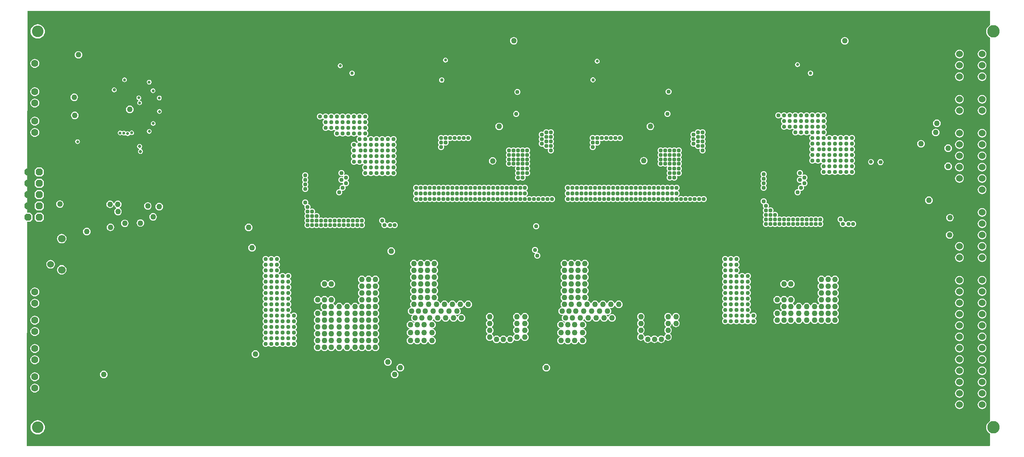
<source format=gbr>
G04 Layer_Physical_Order=2*
G04 Layer_Color=36540*
%FSLAX45Y45*%
%MOMM*%
%TF.FileFunction,Copper,L2,Inr,Signal*%
%TF.Part,Single*%
G01*
G75*
%TA.AperFunction,ViaPad*%
%ADD67C,2.60000*%
%TA.AperFunction,ComponentPad*%
%ADD68C,1.52400*%
%ADD69C,1.70000*%
%ADD70C,1.60000*%
G04:AMPARAMS|DCode=71|XSize=1.5748mm|YSize=1.5748mm|CornerRadius=0mm|HoleSize=0mm|Usage=FLASHONLY|Rotation=90.000|XOffset=0mm|YOffset=0mm|HoleType=Round|Shape=Octagon|*
%AMOCTAGOND71*
4,1,8,0.39370,0.78740,-0.39370,0.78740,-0.78740,0.39370,-0.78740,-0.39370,-0.39370,-0.78740,0.39370,-0.78740,0.78740,-0.39370,0.78740,0.39370,0.39370,0.78740,0.0*
%
%ADD71OCTAGOND71*%

%ADD72C,2.80000*%
%TA.AperFunction,ViaPad*%
%ADD73C,1.52400*%
%ADD74C,1.27000*%
%ADD75C,0.63500*%
%ADD76C,0.70000*%
%ADD77C,0.90000*%
%ADD78C,0.95000*%
%ADD79C,0.67200*%
%ADD80C,0.76200*%
G36*
X23931000Y10587937D02*
X23913680Y10578679D01*
X23889314Y10558684D01*
X23869321Y10534321D01*
X23854465Y10506526D01*
X23845316Y10476365D01*
X23842226Y10445000D01*
X23845316Y10413634D01*
X23854465Y10383474D01*
X23869321Y10355679D01*
X23889314Y10331315D01*
X23913680Y10311321D01*
X23931000Y10302063D01*
Y1697937D01*
X23913680Y1688679D01*
X23889314Y1668684D01*
X23869321Y1644321D01*
X23854465Y1616526D01*
X23845316Y1586365D01*
X23842226Y1555000D01*
X23845316Y1523634D01*
X23854465Y1493474D01*
X23869321Y1465679D01*
X23889314Y1441315D01*
X23913680Y1421321D01*
X23931000Y1412063D01*
Y1149000D01*
X23916000Y1134000D01*
X2321987D01*
X2313013Y1142987D01*
X2320222Y6175060D01*
X2386171D01*
X2435541Y6224430D01*
Y6323170D01*
X2386171Y6372540D01*
X2329492D01*
X2320518Y6381527D01*
X2327000Y10906000D01*
X23931000D01*
Y10587937D01*
D02*
G37*
%LPC*%
G36*
X7366000Y5672221D02*
X7344202Y5669351D01*
X7323890Y5660937D01*
X7306447Y5647553D01*
X7293063Y5630110D01*
X7284649Y5609798D01*
X7281779Y5588000D01*
X7284649Y5566202D01*
X7293063Y5545890D01*
X7306447Y5528447D01*
X7323890Y5515063D01*
X7344202Y5506649D01*
X7366000Y5503779D01*
X7387798Y5506649D01*
X7408110Y5515063D01*
X7425553Y5528447D01*
X7438937Y5545890D01*
X7447351Y5566202D01*
X7450221Y5588000D01*
X7447351Y5609798D01*
X7438937Y5630110D01*
X7425553Y5647553D01*
X7408110Y5660937D01*
X7387798Y5669351D01*
X7366000Y5672221D01*
D02*
G37*
G36*
X23241000Y5716030D02*
X23215887Y5712724D01*
X23192485Y5703031D01*
X23172391Y5687610D01*
X23156969Y5667515D01*
X23147276Y5644113D01*
X23143970Y5619000D01*
X23147276Y5593887D01*
X23156969Y5570485D01*
X23172391Y5550389D01*
X23192485Y5534969D01*
X23215887Y5525276D01*
X23241000Y5521970D01*
X23266113Y5525276D01*
X23289516Y5534969D01*
X23309610Y5550389D01*
X23325031Y5570485D01*
X23334724Y5593887D01*
X23338029Y5619000D01*
X23334724Y5644113D01*
X23325031Y5667515D01*
X23309610Y5687610D01*
X23289516Y5703031D01*
X23266113Y5712724D01*
X23241000Y5716030D01*
D02*
G37*
G36*
X10490200Y5596021D02*
X10468402Y5593151D01*
X10448090Y5584737D01*
X10430647Y5571353D01*
X10417263Y5553910D01*
X10408849Y5533598D01*
X10405979Y5511800D01*
X10408849Y5490002D01*
X10417263Y5469690D01*
X10430647Y5452247D01*
X10448090Y5438863D01*
X10468402Y5430449D01*
X10490200Y5427579D01*
X10511998Y5430449D01*
X10532310Y5438863D01*
X10549753Y5452247D01*
X10563137Y5469690D01*
X10571551Y5490002D01*
X10574421Y5511800D01*
X10571551Y5533598D01*
X10563137Y5553910D01*
X10549753Y5571353D01*
X10532310Y5584737D01*
X10511998Y5593151D01*
X10490200Y5596021D01*
D02*
G37*
G36*
X7924800Y5402082D02*
X7907179Y5399763D01*
X7890759Y5392961D01*
X7876658Y5382142D01*
X7868871Y5371992D01*
X7865847Y5371006D01*
X7856753D01*
X7853729Y5371992D01*
X7845942Y5382142D01*
X7831841Y5392961D01*
X7815421Y5399763D01*
X7797800Y5402082D01*
X7780179Y5399763D01*
X7763759Y5392961D01*
X7749658Y5382142D01*
X7741871Y5371992D01*
X7738847Y5371006D01*
X7729753D01*
X7726729Y5371992D01*
X7718942Y5382142D01*
X7704841Y5392961D01*
X7688421Y5399763D01*
X7670800Y5402082D01*
X7653179Y5399763D01*
X7636759Y5392961D01*
X7622658Y5382142D01*
X7611839Y5368041D01*
X7605037Y5351621D01*
X7602718Y5334000D01*
X7605037Y5316379D01*
X7611839Y5299959D01*
X7622658Y5285858D01*
X7632808Y5278071D01*
X7633794Y5275047D01*
Y5265953D01*
X7632808Y5262929D01*
X7622658Y5255142D01*
X7611839Y5241041D01*
X7605037Y5224621D01*
X7602718Y5207000D01*
X7605037Y5189379D01*
X7611839Y5172959D01*
X7622658Y5158858D01*
X7632808Y5151071D01*
X7633794Y5148047D01*
Y5138953D01*
X7632808Y5135929D01*
X7622658Y5128142D01*
X7611839Y5114041D01*
X7605037Y5097621D01*
X7602718Y5080000D01*
X7605037Y5062379D01*
X7611839Y5045959D01*
X7622658Y5031858D01*
X7632808Y5024071D01*
X7633794Y5021047D01*
Y5011953D01*
X7632808Y5008929D01*
X7622658Y5001142D01*
X7611839Y4987041D01*
X7605037Y4970621D01*
X7602718Y4953000D01*
X7605037Y4935379D01*
X7611839Y4918959D01*
X7622658Y4904858D01*
X7632808Y4897071D01*
X7633794Y4894047D01*
Y4884953D01*
X7632808Y4881929D01*
X7622658Y4874142D01*
X7611839Y4860041D01*
X7605037Y4843621D01*
X7602718Y4826000D01*
X7605037Y4808379D01*
X7611839Y4791959D01*
X7622658Y4777858D01*
X7632808Y4770071D01*
X7633794Y4767047D01*
Y4757953D01*
X7632808Y4754929D01*
X7622658Y4747142D01*
X7611839Y4733041D01*
X7605037Y4716621D01*
X7602718Y4699000D01*
X7605037Y4681379D01*
X7611839Y4664959D01*
X7622658Y4650858D01*
X7632808Y4643071D01*
X7633794Y4640047D01*
Y4630953D01*
X7632808Y4627929D01*
X7622658Y4620142D01*
X7611839Y4606041D01*
X7605037Y4589621D01*
X7602718Y4572000D01*
X7605037Y4554379D01*
X7611839Y4537959D01*
X7622658Y4523858D01*
X7632808Y4516071D01*
X7633794Y4513047D01*
Y4503953D01*
X7632808Y4500929D01*
X7622658Y4493142D01*
X7611839Y4479041D01*
X7605037Y4462621D01*
X7602718Y4445000D01*
X7605037Y4427379D01*
X7611839Y4410959D01*
X7622658Y4396858D01*
X7632808Y4389071D01*
X7633794Y4386047D01*
Y4376953D01*
X7632808Y4373929D01*
X7622658Y4366142D01*
X7611839Y4352041D01*
X7605037Y4335621D01*
X7602718Y4318000D01*
X7605037Y4300379D01*
X7611839Y4283959D01*
X7622658Y4269858D01*
X7632808Y4262071D01*
X7633794Y4259047D01*
Y4249953D01*
X7632808Y4246929D01*
X7622658Y4239142D01*
X7611839Y4225041D01*
X7605037Y4208621D01*
X7602718Y4191000D01*
X7605037Y4173379D01*
X7611839Y4156959D01*
X7622658Y4142858D01*
X7632808Y4135071D01*
X7633794Y4132047D01*
Y4122953D01*
X7632808Y4119929D01*
X7622658Y4112142D01*
X7611839Y4098041D01*
X7605037Y4081621D01*
X7602718Y4064000D01*
X7605037Y4046379D01*
X7611839Y4029959D01*
X7622658Y4015858D01*
X7632808Y4008071D01*
X7633794Y4005047D01*
Y3995953D01*
X7632808Y3992929D01*
X7622658Y3985142D01*
X7611839Y3971041D01*
X7605037Y3954621D01*
X7602718Y3937000D01*
X7605037Y3919379D01*
X7611839Y3902959D01*
X7622658Y3888858D01*
X7632808Y3881071D01*
X7633794Y3878047D01*
Y3868953D01*
X7632808Y3865929D01*
X7622658Y3858142D01*
X7611839Y3844041D01*
X7605037Y3827621D01*
X7602718Y3810000D01*
X7605037Y3792379D01*
X7611839Y3775959D01*
X7622658Y3761858D01*
X7632808Y3754071D01*
X7633794Y3751047D01*
Y3741953D01*
X7632808Y3738929D01*
X7622658Y3731142D01*
X7611839Y3717041D01*
X7605037Y3700621D01*
X7602718Y3683000D01*
X7605037Y3665379D01*
X7611839Y3648959D01*
X7622658Y3634858D01*
X7632808Y3627071D01*
X7633794Y3624047D01*
Y3614953D01*
X7632808Y3611929D01*
X7622658Y3604142D01*
X7611839Y3590041D01*
X7605037Y3573621D01*
X7602718Y3556000D01*
X7605037Y3538379D01*
X7611839Y3521959D01*
X7622658Y3507858D01*
X7632808Y3500071D01*
X7633794Y3497047D01*
Y3487953D01*
X7632808Y3484929D01*
X7622658Y3477142D01*
X7611839Y3463041D01*
X7605037Y3446621D01*
X7602718Y3429000D01*
X7605037Y3411379D01*
X7611839Y3394959D01*
X7622658Y3380858D01*
X7636759Y3370039D01*
X7653179Y3363237D01*
X7670800Y3360918D01*
X7688421Y3363237D01*
X7704841Y3370039D01*
X7718942Y3380858D01*
X7726729Y3391008D01*
X7729753Y3391994D01*
X7738847D01*
X7741871Y3391008D01*
X7749658Y3380858D01*
X7763759Y3370039D01*
X7780179Y3363237D01*
X7797800Y3360918D01*
X7815421Y3363237D01*
X7831841Y3370039D01*
X7845942Y3380858D01*
X7853729Y3391008D01*
X7856753Y3391994D01*
X7865847D01*
X7868871Y3391008D01*
X7876658Y3380858D01*
X7890759Y3370039D01*
X7907179Y3363237D01*
X7924800Y3360918D01*
X7942421Y3363237D01*
X7958841Y3370039D01*
X7972942Y3380858D01*
X7980729Y3391008D01*
X7983753Y3391994D01*
X7992847D01*
X7995871Y3391008D01*
X8003658Y3380858D01*
X8017759Y3370039D01*
X8034179Y3363237D01*
X8051800Y3360918D01*
X8069421Y3363237D01*
X8085841Y3370039D01*
X8099942Y3380858D01*
X8107729Y3391008D01*
X8110753Y3391994D01*
X8119847D01*
X8122871Y3391008D01*
X8130658Y3380858D01*
X8144759Y3370039D01*
X8161179Y3363237D01*
X8178800Y3360918D01*
X8196421Y3363237D01*
X8212841Y3370039D01*
X8226942Y3380858D01*
X8234729Y3391008D01*
X8237753Y3391994D01*
X8246847D01*
X8249871Y3391008D01*
X8257658Y3380858D01*
X8271759Y3370039D01*
X8288179Y3363237D01*
X8305800Y3360918D01*
X8323421Y3363237D01*
X8339841Y3370039D01*
X8353942Y3380858D01*
X8364761Y3394959D01*
X8371563Y3411379D01*
X8373882Y3429000D01*
X8371563Y3446621D01*
X8364761Y3463041D01*
X8353942Y3477142D01*
X8343792Y3484929D01*
X8342806Y3487953D01*
Y3497047D01*
X8343792Y3500071D01*
X8353942Y3507858D01*
X8364761Y3521959D01*
X8371563Y3538379D01*
X8373882Y3556000D01*
X8371563Y3573621D01*
X8364761Y3590041D01*
X8353942Y3604142D01*
X8343792Y3611929D01*
X8342806Y3614953D01*
Y3624047D01*
X8343792Y3627071D01*
X8353942Y3634858D01*
X8364761Y3648959D01*
X8371563Y3665379D01*
X8373882Y3683000D01*
X8371563Y3700621D01*
X8364761Y3717041D01*
X8353942Y3731142D01*
X8343792Y3738929D01*
X8342806Y3741953D01*
Y3751047D01*
X8343792Y3754071D01*
X8353942Y3761858D01*
X8364761Y3775959D01*
X8371563Y3792379D01*
X8373882Y3810000D01*
X8371563Y3827621D01*
X8364761Y3844041D01*
X8353942Y3858142D01*
X8343792Y3865929D01*
X8342806Y3868953D01*
Y3878047D01*
X8343792Y3881071D01*
X8353942Y3888858D01*
X8364761Y3902959D01*
X8371563Y3919379D01*
X8373882Y3937000D01*
X8371563Y3954621D01*
X8364761Y3971041D01*
X8353942Y3985142D01*
X8343792Y3992929D01*
X8342806Y3995953D01*
Y4005047D01*
X8343792Y4008071D01*
X8353942Y4015858D01*
X8364761Y4029959D01*
X8371563Y4046379D01*
X8373882Y4064000D01*
X8371563Y4081621D01*
X8364761Y4098041D01*
X8353942Y4112142D01*
X8339841Y4122961D01*
X8323421Y4129763D01*
X8305800Y4132082D01*
X8288179Y4129763D01*
X8271759Y4122961D01*
X8257658Y4112142D01*
X8249871Y4101992D01*
X8246847Y4101006D01*
X8237753D01*
X8234729Y4101992D01*
X8226942Y4112142D01*
X8216792Y4119929D01*
X8215806Y4122953D01*
Y4132047D01*
X8216792Y4135071D01*
X8226942Y4142858D01*
X8237761Y4156959D01*
X8244563Y4173379D01*
X8246882Y4191000D01*
X8244563Y4208621D01*
X8237761Y4225041D01*
X8226942Y4239142D01*
X8216792Y4246929D01*
X8215806Y4249953D01*
Y4259047D01*
X8216792Y4262071D01*
X8226942Y4269858D01*
X8237761Y4283959D01*
X8244563Y4300379D01*
X8246882Y4318000D01*
X8244563Y4335621D01*
X8237761Y4352041D01*
X8226942Y4366142D01*
X8216792Y4373929D01*
X8215806Y4376953D01*
Y4386047D01*
X8216792Y4389071D01*
X8226942Y4396858D01*
X8237761Y4410959D01*
X8244563Y4427379D01*
X8246882Y4445000D01*
X8244563Y4462621D01*
X8237761Y4479041D01*
X8226942Y4493142D01*
X8216792Y4500929D01*
X8215806Y4503953D01*
Y4513047D01*
X8216792Y4516071D01*
X8226942Y4523858D01*
X8237761Y4537959D01*
X8244563Y4554379D01*
X8246882Y4572000D01*
X8244563Y4589621D01*
X8237761Y4606041D01*
X8226942Y4620142D01*
X8216792Y4627929D01*
X8215806Y4630953D01*
Y4640047D01*
X8216792Y4643071D01*
X8226942Y4650858D01*
X8237761Y4664959D01*
X8244563Y4681379D01*
X8246882Y4699000D01*
X8244563Y4716621D01*
X8237761Y4733041D01*
X8226942Y4747142D01*
X8216792Y4754929D01*
X8215806Y4757953D01*
Y4767047D01*
X8216792Y4770071D01*
X8226942Y4777858D01*
X8237761Y4791959D01*
X8244563Y4808379D01*
X8246882Y4826000D01*
X8244563Y4843621D01*
X8237761Y4860041D01*
X8226942Y4874142D01*
X8216792Y4881929D01*
X8215806Y4884953D01*
Y4894047D01*
X8216792Y4897071D01*
X8226942Y4904858D01*
X8237761Y4918959D01*
X8244563Y4935379D01*
X8246882Y4953000D01*
X8244563Y4970621D01*
X8237761Y4987041D01*
X8226942Y5001142D01*
X8212841Y5011961D01*
X8196421Y5018763D01*
X8178800Y5021082D01*
X8161179Y5018763D01*
X8144759Y5011961D01*
X8130658Y5001142D01*
X8122871Y4990992D01*
X8119847Y4990006D01*
X8110753D01*
X8107729Y4990992D01*
X8099942Y5001142D01*
X8085841Y5011961D01*
X8069421Y5018763D01*
X8051800Y5021082D01*
X8034179Y5018763D01*
X8017759Y5011961D01*
X8003658Y5001142D01*
X7995871Y4990992D01*
X7992847Y4990006D01*
X7983753D01*
X7980729Y4990992D01*
X7972942Y5001142D01*
X7962792Y5008929D01*
X7961806Y5011953D01*
Y5021047D01*
X7962792Y5024071D01*
X7972942Y5031858D01*
X7983761Y5045959D01*
X7990563Y5062379D01*
X7992882Y5080000D01*
X7990563Y5097621D01*
X7983761Y5114041D01*
X7972942Y5128142D01*
X7962792Y5135929D01*
X7961806Y5138953D01*
Y5148047D01*
X7962792Y5151071D01*
X7972942Y5158858D01*
X7983761Y5172959D01*
X7990563Y5189379D01*
X7992882Y5207000D01*
X7990563Y5224621D01*
X7983761Y5241041D01*
X7972942Y5255142D01*
X7962792Y5262929D01*
X7961806Y5265953D01*
Y5275047D01*
X7962792Y5278071D01*
X7972942Y5285858D01*
X7983761Y5299959D01*
X7990563Y5316379D01*
X7992882Y5334000D01*
X7990563Y5351621D01*
X7983761Y5368041D01*
X7972942Y5382142D01*
X7958841Y5392961D01*
X7942421Y5399763D01*
X7924800Y5402082D01*
D02*
G37*
G36*
X18237199D02*
X18219579Y5399763D01*
X18203159Y5392961D01*
X18189058Y5382142D01*
X18181271Y5371992D01*
X18178247Y5371006D01*
X18169153D01*
X18166129Y5371992D01*
X18158342Y5382142D01*
X18144241Y5392961D01*
X18127821Y5399763D01*
X18110201Y5402082D01*
X18092580Y5399763D01*
X18076160Y5392961D01*
X18062057Y5382142D01*
X18054271Y5371992D01*
X18051247Y5371006D01*
X18042152D01*
X18039130Y5371992D01*
X18031342Y5382142D01*
X18017241Y5392961D01*
X18000821Y5399763D01*
X17983200Y5402082D01*
X17965579Y5399763D01*
X17949159Y5392961D01*
X17935059Y5382142D01*
X17924239Y5368041D01*
X17917438Y5351621D01*
X17915118Y5334000D01*
X17917438Y5316379D01*
X17924239Y5299959D01*
X17935059Y5285858D01*
X17945209Y5278071D01*
X17946194Y5275047D01*
Y5265953D01*
X17945209Y5262929D01*
X17935059Y5255142D01*
X17924239Y5241041D01*
X17917438Y5224621D01*
X17915118Y5207000D01*
X17917438Y5189379D01*
X17924239Y5172959D01*
X17935059Y5158858D01*
X17945209Y5151071D01*
X17946194Y5148047D01*
Y5138953D01*
X17945209Y5135929D01*
X17935059Y5128142D01*
X17924239Y5114041D01*
X17917438Y5097621D01*
X17915118Y5080000D01*
X17917438Y5062379D01*
X17924239Y5045959D01*
X17935059Y5031858D01*
X17945209Y5024071D01*
X17946194Y5021047D01*
Y5011953D01*
X17945209Y5008929D01*
X17935059Y5001142D01*
X17924239Y4987041D01*
X17917438Y4970621D01*
X17915118Y4953000D01*
X17917438Y4935379D01*
X17924239Y4918959D01*
X17935059Y4904858D01*
X17945209Y4897071D01*
X17946194Y4894047D01*
Y4884953D01*
X17945209Y4881929D01*
X17935059Y4874142D01*
X17924239Y4860041D01*
X17917438Y4843621D01*
X17915118Y4826000D01*
X17917438Y4808379D01*
X17924239Y4791959D01*
X17935059Y4777858D01*
X17945209Y4770071D01*
X17946194Y4767047D01*
Y4757953D01*
X17945209Y4754929D01*
X17935059Y4747142D01*
X17924239Y4733041D01*
X17917438Y4716621D01*
X17915118Y4699000D01*
X17917438Y4681379D01*
X17924239Y4664959D01*
X17935059Y4650858D01*
X17945209Y4643071D01*
X17946194Y4640047D01*
Y4630953D01*
X17945209Y4627929D01*
X17935059Y4620142D01*
X17924239Y4606041D01*
X17917438Y4589621D01*
X17915118Y4572000D01*
X17917438Y4554379D01*
X17924239Y4537959D01*
X17935059Y4523858D01*
X17945209Y4516071D01*
X17946194Y4513047D01*
Y4503953D01*
X17945209Y4500929D01*
X17935059Y4493142D01*
X17924239Y4479041D01*
X17917438Y4462621D01*
X17915118Y4445000D01*
X17917438Y4427379D01*
X17924239Y4410959D01*
X17935059Y4396858D01*
X17945209Y4389071D01*
X17946194Y4386047D01*
Y4376953D01*
X17945209Y4373929D01*
X17935059Y4366142D01*
X17924239Y4352041D01*
X17917438Y4335621D01*
X17915118Y4318000D01*
X17917438Y4300379D01*
X17924239Y4283959D01*
X17935059Y4269858D01*
X17945209Y4262071D01*
X17946194Y4259047D01*
Y4249953D01*
X17945209Y4246929D01*
X17935059Y4239142D01*
X17924239Y4225041D01*
X17917438Y4208621D01*
X17915118Y4191000D01*
X17917438Y4173379D01*
X17924239Y4156959D01*
X17935059Y4142858D01*
X17945209Y4135071D01*
X17946194Y4132047D01*
Y4122953D01*
X17945209Y4119929D01*
X17935059Y4112142D01*
X17924239Y4098041D01*
X17917438Y4081621D01*
X17915118Y4064000D01*
X17917438Y4046379D01*
X17924239Y4029959D01*
X17935059Y4015858D01*
X17945209Y4008071D01*
X17946194Y4005047D01*
Y3995953D01*
X17945209Y3992929D01*
X17935059Y3985142D01*
X17924239Y3971041D01*
X17917438Y3954621D01*
X17915118Y3937000D01*
X17917438Y3919379D01*
X17924239Y3902959D01*
X17935059Y3888858D01*
X17949159Y3878039D01*
X17965579Y3871237D01*
X17983200Y3868918D01*
X18000821Y3871237D01*
X18017241Y3878039D01*
X18031342Y3888858D01*
X18039130Y3899008D01*
X18042152Y3899994D01*
X18051247D01*
X18054271Y3899008D01*
X18062057Y3888858D01*
X18076160Y3878039D01*
X18092580Y3871237D01*
X18110201Y3868918D01*
X18127821Y3871237D01*
X18144241Y3878039D01*
X18158342Y3888858D01*
X18166129Y3899008D01*
X18169153Y3899994D01*
X18178247D01*
X18181271Y3899008D01*
X18189058Y3888858D01*
X18203159Y3878039D01*
X18219579Y3871237D01*
X18237199Y3868918D01*
X18254820Y3871237D01*
X18271242Y3878039D01*
X18285342Y3888858D01*
X18293129Y3899008D01*
X18296153Y3899994D01*
X18305247D01*
X18308270Y3899008D01*
X18316058Y3888858D01*
X18330159Y3878039D01*
X18346579Y3871237D01*
X18364200Y3868918D01*
X18381821Y3871237D01*
X18398241Y3878039D01*
X18412341Y3888858D01*
X18420129Y3899008D01*
X18423154Y3899994D01*
X18432246D01*
X18435271Y3899008D01*
X18443057Y3888858D01*
X18457159Y3878039D01*
X18473579Y3871237D01*
X18491200Y3868918D01*
X18508821Y3871237D01*
X18525241Y3878039D01*
X18539342Y3888858D01*
X18547128Y3899008D01*
X18550153Y3899994D01*
X18559247D01*
X18562271Y3899008D01*
X18570058Y3888858D01*
X18584158Y3878039D01*
X18600578Y3871237D01*
X18618201Y3868918D01*
X18635822Y3871237D01*
X18652242Y3878039D01*
X18666342Y3888858D01*
X18677161Y3902959D01*
X18683963Y3919379D01*
X18686282Y3937000D01*
X18683963Y3954621D01*
X18677161Y3971041D01*
X18666342Y3985142D01*
X18656192Y3992929D01*
X18655206Y3995953D01*
Y4005047D01*
X18656192Y4008071D01*
X18666342Y4015858D01*
X18677161Y4029959D01*
X18683963Y4046379D01*
X18686282Y4064000D01*
X18683963Y4081621D01*
X18677161Y4098041D01*
X18666342Y4112142D01*
X18652242Y4122961D01*
X18635822Y4129763D01*
X18618201Y4132082D01*
X18600578Y4129763D01*
X18584158Y4122961D01*
X18570058Y4112142D01*
X18562271Y4101992D01*
X18559247Y4101006D01*
X18550153D01*
X18547128Y4101992D01*
X18539342Y4112142D01*
X18529192Y4119929D01*
X18528206Y4122953D01*
Y4132047D01*
X18529192Y4135071D01*
X18539342Y4142858D01*
X18550162Y4156959D01*
X18556963Y4173379D01*
X18559282Y4191000D01*
X18556963Y4208621D01*
X18550162Y4225041D01*
X18539342Y4239142D01*
X18529192Y4246929D01*
X18528206Y4249953D01*
Y4259047D01*
X18529192Y4262071D01*
X18539342Y4269858D01*
X18550162Y4283959D01*
X18556963Y4300379D01*
X18559282Y4318000D01*
X18556963Y4335621D01*
X18550162Y4352041D01*
X18539342Y4366142D01*
X18529192Y4373929D01*
X18528206Y4376953D01*
Y4386047D01*
X18529192Y4389071D01*
X18539342Y4396858D01*
X18550162Y4410959D01*
X18556963Y4427379D01*
X18559282Y4445000D01*
X18556963Y4462621D01*
X18550162Y4479041D01*
X18539342Y4493142D01*
X18529192Y4500929D01*
X18528206Y4503953D01*
Y4513047D01*
X18529192Y4516071D01*
X18539342Y4523858D01*
X18550162Y4537959D01*
X18556963Y4554379D01*
X18559282Y4572000D01*
X18556963Y4589621D01*
X18550162Y4606041D01*
X18539342Y4620142D01*
X18529192Y4627929D01*
X18528206Y4630953D01*
Y4640047D01*
X18529192Y4643071D01*
X18539342Y4650858D01*
X18550162Y4664959D01*
X18556963Y4681379D01*
X18559282Y4699000D01*
X18556963Y4716621D01*
X18550162Y4733041D01*
X18539342Y4747142D01*
X18529192Y4754929D01*
X18528206Y4757953D01*
Y4767047D01*
X18529192Y4770071D01*
X18539342Y4777858D01*
X18550162Y4791959D01*
X18556963Y4808379D01*
X18559282Y4826000D01*
X18556963Y4843621D01*
X18550162Y4860041D01*
X18539342Y4874142D01*
X18529192Y4881929D01*
X18528206Y4884953D01*
Y4894047D01*
X18529192Y4897071D01*
X18539342Y4904858D01*
X18550162Y4918959D01*
X18556963Y4935379D01*
X18559282Y4953000D01*
X18556963Y4970621D01*
X18550162Y4987041D01*
X18539342Y5001142D01*
X18525241Y5011961D01*
X18508821Y5018763D01*
X18491200Y5021082D01*
X18473579Y5018763D01*
X18457159Y5011961D01*
X18443057Y5001142D01*
X18435271Y4990992D01*
X18432246Y4990006D01*
X18423154D01*
X18420129Y4990992D01*
X18412341Y5001142D01*
X18398241Y5011961D01*
X18381821Y5018763D01*
X18364200Y5021082D01*
X18346579Y5018763D01*
X18330159Y5011961D01*
X18316058Y5001142D01*
X18308270Y4990992D01*
X18305247Y4990006D01*
X18296153D01*
X18293129Y4990992D01*
X18285342Y5001142D01*
X18275192Y5008929D01*
X18274207Y5011953D01*
Y5021047D01*
X18275192Y5024071D01*
X18285342Y5031858D01*
X18296161Y5045959D01*
X18302963Y5062379D01*
X18305283Y5080000D01*
X18302963Y5097621D01*
X18296161Y5114041D01*
X18285342Y5128142D01*
X18275192Y5135929D01*
X18274207Y5138953D01*
Y5148047D01*
X18275192Y5151071D01*
X18285342Y5158858D01*
X18296161Y5172959D01*
X18302963Y5189379D01*
X18305283Y5207000D01*
X18302963Y5224621D01*
X18296161Y5241041D01*
X18285342Y5255142D01*
X18275192Y5262929D01*
X18274207Y5265953D01*
Y5275047D01*
X18275192Y5278071D01*
X18285342Y5285858D01*
X18296161Y5299959D01*
X18302963Y5316379D01*
X18305283Y5334000D01*
X18302963Y5351621D01*
X18296161Y5368041D01*
X18285342Y5382142D01*
X18271242Y5392961D01*
X18254820Y5399763D01*
X18237199Y5402082D01*
D02*
G37*
G36*
X23018800Y5958021D02*
X22997003Y5955152D01*
X22976691Y5946738D01*
X22959248Y5933354D01*
X22945863Y5915911D01*
X22937450Y5895599D01*
X22934579Y5873801D01*
X22937450Y5852003D01*
X22945863Y5831691D01*
X22959248Y5814248D01*
X22976691Y5800864D01*
X22997003Y5792450D01*
X23018800Y5789580D01*
X23040599Y5792450D01*
X23060912Y5800864D01*
X23078354Y5814248D01*
X23091737Y5831691D01*
X23100153Y5852003D01*
X23103021Y5873801D01*
X23100153Y5895599D01*
X23091737Y5915911D01*
X23078354Y5933354D01*
X23060912Y5946738D01*
X23040599Y5955152D01*
X23018800Y5958021D01*
D02*
G37*
G36*
X3659000Y6036221D02*
X3637202Y6033351D01*
X3616890Y6024937D01*
X3599447Y6011553D01*
X3586063Y5994110D01*
X3577649Y5973798D01*
X3574779Y5952000D01*
X3577649Y5930202D01*
X3586063Y5909890D01*
X3599447Y5892447D01*
X3616890Y5879063D01*
X3637202Y5870649D01*
X3659000Y5867779D01*
X3680798Y5870649D01*
X3701110Y5879063D01*
X3718553Y5892447D01*
X3731937Y5909890D01*
X3740351Y5930202D01*
X3743221Y5952000D01*
X3740351Y5973798D01*
X3731937Y5994110D01*
X3718553Y6011553D01*
X3701110Y6024937D01*
X3680798Y6033351D01*
X3659000Y6036221D01*
D02*
G37*
G36*
X23749001Y5970030D02*
X23723888Y5966724D01*
X23700485Y5957031D01*
X23680389Y5941610D01*
X23664969Y5921515D01*
X23655276Y5898113D01*
X23651970Y5873000D01*
X23655276Y5847887D01*
X23664969Y5824485D01*
X23680389Y5804389D01*
X23700485Y5788969D01*
X23723888Y5779276D01*
X23749001Y5775970D01*
X23774113Y5779276D01*
X23797514Y5788969D01*
X23817610Y5804389D01*
X23833031Y5824485D01*
X23842725Y5847887D01*
X23846030Y5873000D01*
X23842725Y5898113D01*
X23833031Y5921515D01*
X23817610Y5941610D01*
X23797514Y5957031D01*
X23774113Y5966724D01*
X23749001Y5970030D01*
D02*
G37*
G36*
Y5716030D02*
X23723888Y5712724D01*
X23700485Y5703031D01*
X23680389Y5687610D01*
X23664969Y5667515D01*
X23655276Y5644113D01*
X23651970Y5619000D01*
X23655276Y5593887D01*
X23664969Y5570485D01*
X23680389Y5550389D01*
X23700485Y5534969D01*
X23723888Y5525276D01*
X23749001Y5521970D01*
X23774113Y5525276D01*
X23797514Y5534969D01*
X23817610Y5550389D01*
X23833031Y5570485D01*
X23842725Y5593887D01*
X23846030Y5619000D01*
X23842725Y5644113D01*
X23833031Y5667515D01*
X23817610Y5687610D01*
X23797514Y5703031D01*
X23774113Y5712724D01*
X23749001Y5716030D01*
D02*
G37*
G36*
X3096300Y5900006D02*
X3068889Y5896397D01*
X3043347Y5885817D01*
X3021413Y5868987D01*
X3004583Y5847053D01*
X2994003Y5821510D01*
X2990394Y5794100D01*
X2994003Y5766690D01*
X3004583Y5741147D01*
X3021413Y5719213D01*
X3043347Y5702383D01*
X3068889Y5691803D01*
X3096300Y5688194D01*
X3123710Y5691803D01*
X3149253Y5702383D01*
X3171187Y5719213D01*
X3188017Y5741147D01*
X3198597Y5766690D01*
X3202206Y5794100D01*
X3198597Y5821510D01*
X3188017Y5847053D01*
X3171187Y5868987D01*
X3149253Y5885817D01*
X3123710Y5896397D01*
X3096300Y5900006D01*
D02*
G37*
G36*
Y5199006D02*
X3068889Y5195397D01*
X3043347Y5184817D01*
X3021413Y5167987D01*
X3004583Y5146053D01*
X2994003Y5120510D01*
X2990394Y5093100D01*
X2994003Y5065690D01*
X3004583Y5040147D01*
X3021413Y5018213D01*
X3043347Y5001383D01*
X3068889Y4990803D01*
X3096300Y4987194D01*
X3123710Y4990803D01*
X3149253Y5001383D01*
X3171187Y5018213D01*
X3188017Y5040147D01*
X3198597Y5065690D01*
X3202206Y5093100D01*
X3198597Y5120510D01*
X3188017Y5146053D01*
X3171187Y5167987D01*
X3149253Y5184817D01*
X3123710Y5195397D01*
X3096300Y5199006D01*
D02*
G37*
G36*
X2847300Y5315630D02*
X2822187Y5312324D01*
X2798785Y5302630D01*
X2778690Y5287210D01*
X2763270Y5267115D01*
X2753576Y5243713D01*
X2750270Y5218600D01*
X2753576Y5193487D01*
X2763270Y5170085D01*
X2778690Y5149989D01*
X2798785Y5134569D01*
X2822187Y5124876D01*
X2847300Y5121570D01*
X2872413Y5124876D01*
X2895815Y5134569D01*
X2915911Y5149989D01*
X2931331Y5170085D01*
X2941024Y5193487D01*
X2944330Y5218600D01*
X2941024Y5243713D01*
X2931331Y5267115D01*
X2915911Y5287210D01*
X2895815Y5302630D01*
X2872413Y5312324D01*
X2847300Y5315630D01*
D02*
G37*
G36*
X20447000Y4961021D02*
X20425201Y4958151D01*
X20404890Y4949737D01*
X20387447Y4936353D01*
X20378435Y4924607D01*
X20377924Y4924340D01*
X20363676D01*
X20363165Y4924607D01*
X20354153Y4936353D01*
X20336710Y4949737D01*
X20316399Y4958151D01*
X20294600Y4961021D01*
X20272803Y4958151D01*
X20252490Y4949737D01*
X20235046Y4936353D01*
X20226035Y4924607D01*
X20225523Y4924340D01*
X20211276D01*
X20210767Y4924607D01*
X20201753Y4936353D01*
X20184309Y4949737D01*
X20163998Y4958151D01*
X20142200Y4961021D01*
X20120403Y4958151D01*
X20100090Y4949737D01*
X20082648Y4936353D01*
X20069263Y4918910D01*
X20060849Y4898598D01*
X20057979Y4876800D01*
X20060849Y4855002D01*
X20069263Y4834690D01*
X20082648Y4817247D01*
X20094392Y4808234D01*
X20094659Y4807724D01*
Y4793476D01*
X20094392Y4792966D01*
X20082648Y4783953D01*
X20069263Y4766510D01*
X20060849Y4746198D01*
X20057979Y4724400D01*
X20060849Y4702602D01*
X20069263Y4682290D01*
X20082648Y4664847D01*
X20094392Y4655834D01*
X20094659Y4655324D01*
Y4641076D01*
X20094392Y4640566D01*
X20082648Y4631553D01*
X20069263Y4614110D01*
X20060849Y4593798D01*
X20057979Y4572000D01*
X20060849Y4550202D01*
X20069263Y4529890D01*
X20082648Y4512447D01*
X20094392Y4503434D01*
X20094659Y4502924D01*
Y4488676D01*
X20094392Y4488166D01*
X20082648Y4479153D01*
X20069263Y4461710D01*
X20060849Y4441398D01*
X20057979Y4419600D01*
X20060849Y4397802D01*
X20069263Y4377490D01*
X20082648Y4360047D01*
X20094392Y4351034D01*
X20094659Y4350524D01*
Y4336276D01*
X20094392Y4335766D01*
X20082648Y4326753D01*
X20073634Y4315007D01*
X20073125Y4314740D01*
X20058876D01*
X20058366Y4315007D01*
X20049353Y4326753D01*
X20031911Y4340137D01*
X20011598Y4348551D01*
X19989799Y4351421D01*
X19968002Y4348551D01*
X19947690Y4340137D01*
X19930247Y4326753D01*
X19916862Y4309310D01*
X19908449Y4288998D01*
X19907304Y4280306D01*
X19894495D01*
X19893352Y4288998D01*
X19884937Y4309310D01*
X19871553Y4326753D01*
X19854111Y4340137D01*
X19833798Y4348551D01*
X19812000Y4351421D01*
X19790202Y4348551D01*
X19769890Y4340137D01*
X19752448Y4326753D01*
X19739062Y4309310D01*
X19730649Y4288998D01*
X19729504Y4280306D01*
X19716695D01*
X19715552Y4288998D01*
X19707137Y4309310D01*
X19693753Y4326753D01*
X19676311Y4340137D01*
X19655998Y4348551D01*
X19634200Y4351421D01*
X19612402Y4348551D01*
X19592090Y4340137D01*
X19574648Y4326753D01*
X19561263Y4309310D01*
X19552849Y4288998D01*
X19551704Y4280306D01*
X19538895D01*
X19537750Y4288998D01*
X19529337Y4309310D01*
X19515953Y4326753D01*
X19504207Y4335766D01*
X19503940Y4336276D01*
Y4350524D01*
X19504207Y4351034D01*
X19515953Y4360047D01*
X19529337Y4377490D01*
X19537750Y4397802D01*
X19540620Y4419600D01*
X19537750Y4441398D01*
X19529337Y4461710D01*
X19515953Y4479153D01*
X19498511Y4492537D01*
X19478198Y4500951D01*
X19456400Y4503821D01*
X19434602Y4500951D01*
X19414290Y4492537D01*
X19396848Y4479153D01*
X19387834Y4467407D01*
X19387325Y4467140D01*
X19373076D01*
X19372566Y4467407D01*
X19363553Y4479153D01*
X19346111Y4492537D01*
X19325798Y4500951D01*
X19303999Y4503821D01*
X19282202Y4500951D01*
X19261890Y4492537D01*
X19244447Y4479153D01*
X19235434Y4467407D01*
X19234924Y4467140D01*
X19220676D01*
X19220166Y4467407D01*
X19211153Y4479153D01*
X19193710Y4492537D01*
X19173398Y4500951D01*
X19151601Y4503821D01*
X19129802Y4500951D01*
X19109489Y4492537D01*
X19092047Y4479153D01*
X19078664Y4461710D01*
X19070248Y4441398D01*
X19067380Y4419600D01*
X19070248Y4397802D01*
X19078664Y4377490D01*
X19092047Y4360047D01*
X19109489Y4346663D01*
X19129802Y4338249D01*
X19151601Y4335379D01*
X19173398Y4338249D01*
X19193710Y4346663D01*
X19211153Y4360047D01*
X19220166Y4371793D01*
X19220676Y4372060D01*
X19234924D01*
X19235434Y4371793D01*
X19244447Y4360047D01*
X19256194Y4351034D01*
X19256461Y4350524D01*
Y4336276D01*
X19256194Y4335766D01*
X19244447Y4326753D01*
X19231062Y4309310D01*
X19222649Y4288998D01*
X19219778Y4267200D01*
X19222649Y4245402D01*
X19231062Y4225090D01*
X19244447Y4207647D01*
X19256194Y4198634D01*
X19256461Y4198124D01*
Y4183876D01*
X19256194Y4183366D01*
X19244447Y4174353D01*
X19235434Y4162607D01*
X19234924Y4162340D01*
X19220676D01*
X19220166Y4162607D01*
X19211153Y4174353D01*
X19193710Y4187737D01*
X19173398Y4196151D01*
X19151601Y4199021D01*
X19129802Y4196151D01*
X19109489Y4187737D01*
X19092047Y4174353D01*
X19078664Y4156910D01*
X19070248Y4136598D01*
X19067380Y4114800D01*
X19070248Y4093002D01*
X19078664Y4072690D01*
X19092047Y4055247D01*
X19103793Y4046234D01*
X19104060Y4045724D01*
Y4031476D01*
X19103793Y4030966D01*
X19092047Y4021953D01*
X19078664Y4004510D01*
X19070248Y3984198D01*
X19067380Y3962400D01*
X19070248Y3940602D01*
X19078664Y3920290D01*
X19092047Y3902847D01*
X19109489Y3889463D01*
X19129802Y3881049D01*
X19151601Y3878179D01*
X19173398Y3881049D01*
X19193710Y3889463D01*
X19211153Y3902847D01*
X19220166Y3914593D01*
X19220676Y3914860D01*
X19234924D01*
X19235434Y3914593D01*
X19244447Y3902847D01*
X19261890Y3889463D01*
X19282202Y3881049D01*
X19303999Y3878179D01*
X19325798Y3881049D01*
X19346111Y3889463D01*
X19363553Y3902847D01*
X19372566Y3914593D01*
X19373076Y3914860D01*
X19387325D01*
X19387834Y3914593D01*
X19396848Y3902847D01*
X19414290Y3889463D01*
X19434602Y3881049D01*
X19456400Y3878179D01*
X19478198Y3881049D01*
X19498511Y3889463D01*
X19515953Y3902847D01*
X19529337Y3920290D01*
X19537750Y3940602D01*
X19538895Y3949294D01*
X19551704D01*
X19552849Y3940602D01*
X19561263Y3920290D01*
X19574648Y3902847D01*
X19592090Y3889463D01*
X19612402Y3881049D01*
X19634200Y3878179D01*
X19655998Y3881049D01*
X19676311Y3889463D01*
X19693753Y3902847D01*
X19707137Y3920290D01*
X19715552Y3940602D01*
X19716695Y3949294D01*
X19729504D01*
X19730649Y3940602D01*
X19739062Y3920290D01*
X19752448Y3902847D01*
X19769890Y3889463D01*
X19790202Y3881049D01*
X19812000Y3878179D01*
X19833798Y3881049D01*
X19854111Y3889463D01*
X19871553Y3902847D01*
X19884937Y3920290D01*
X19893352Y3940602D01*
X19894495Y3949294D01*
X19907304D01*
X19908449Y3940602D01*
X19916862Y3920290D01*
X19930247Y3902847D01*
X19947690Y3889463D01*
X19968002Y3881049D01*
X19989799Y3878179D01*
X20011598Y3881049D01*
X20031911Y3889463D01*
X20049353Y3902847D01*
X20058366Y3914593D01*
X20058876Y3914860D01*
X20073125D01*
X20073634Y3914593D01*
X20082648Y3902847D01*
X20100090Y3889463D01*
X20120403Y3881049D01*
X20142200Y3878179D01*
X20163998Y3881049D01*
X20184309Y3889463D01*
X20201753Y3902847D01*
X20210767Y3914593D01*
X20211276Y3914860D01*
X20225523D01*
X20226035Y3914593D01*
X20235046Y3902847D01*
X20252490Y3889463D01*
X20272803Y3881049D01*
X20294600Y3878179D01*
X20316399Y3881049D01*
X20336710Y3889463D01*
X20354153Y3902847D01*
X20363165Y3914593D01*
X20363676Y3914860D01*
X20377924D01*
X20378435Y3914593D01*
X20387447Y3902847D01*
X20404890Y3889463D01*
X20425201Y3881049D01*
X20447000Y3878179D01*
X20468797Y3881049D01*
X20489110Y3889463D01*
X20506554Y3902847D01*
X20519937Y3920290D01*
X20528351Y3940602D01*
X20531221Y3962400D01*
X20528351Y3984198D01*
X20519937Y4004510D01*
X20506554Y4021953D01*
X20494807Y4030966D01*
X20494540Y4031476D01*
Y4045724D01*
X20494807Y4046234D01*
X20506554Y4055247D01*
X20519937Y4072690D01*
X20528351Y4093002D01*
X20531221Y4114800D01*
X20528351Y4136598D01*
X20519937Y4156910D01*
X20506554Y4174353D01*
X20494807Y4183366D01*
X20494540Y4183876D01*
Y4198124D01*
X20494807Y4198634D01*
X20506554Y4207647D01*
X20519937Y4225090D01*
X20528351Y4245402D01*
X20531221Y4267200D01*
X20528351Y4288998D01*
X20519937Y4309310D01*
X20506554Y4326753D01*
X20494807Y4335766D01*
X20494540Y4336276D01*
Y4350524D01*
X20494807Y4351034D01*
X20506554Y4360047D01*
X20519937Y4377490D01*
X20528351Y4397802D01*
X20531221Y4419600D01*
X20528351Y4441398D01*
X20519937Y4461710D01*
X20506554Y4479153D01*
X20494807Y4488166D01*
X20494540Y4488676D01*
Y4502924D01*
X20494807Y4503434D01*
X20506554Y4512447D01*
X20519937Y4529890D01*
X20528351Y4550202D01*
X20531221Y4572000D01*
X20528351Y4593798D01*
X20519937Y4614110D01*
X20506554Y4631553D01*
X20494807Y4640566D01*
X20494540Y4641076D01*
Y4655324D01*
X20494807Y4655834D01*
X20506554Y4664847D01*
X20519937Y4682290D01*
X20528351Y4702602D01*
X20531221Y4724400D01*
X20528351Y4746198D01*
X20519937Y4766510D01*
X20506554Y4783953D01*
X20494807Y4792966D01*
X20494540Y4793476D01*
Y4807724D01*
X20494807Y4808234D01*
X20506554Y4817247D01*
X20519937Y4834690D01*
X20528351Y4855002D01*
X20531221Y4876800D01*
X20528351Y4898598D01*
X20519937Y4918910D01*
X20506554Y4936353D01*
X20489110Y4949737D01*
X20468797Y4958151D01*
X20447000Y4961021D01*
D02*
G37*
G36*
X19456400Y4859421D02*
X19434602Y4856551D01*
X19414290Y4848137D01*
X19396848Y4834753D01*
X19387834Y4823007D01*
X19387325Y4822740D01*
X19373076D01*
X19372566Y4823007D01*
X19363553Y4834753D01*
X19346111Y4848137D01*
X19325798Y4856551D01*
X19303999Y4859421D01*
X19282202Y4856551D01*
X19261890Y4848137D01*
X19244447Y4834753D01*
X19231062Y4817310D01*
X19222649Y4796998D01*
X19219778Y4775200D01*
X19222649Y4753402D01*
X19231062Y4733090D01*
X19244447Y4715647D01*
X19261890Y4702263D01*
X19282202Y4693849D01*
X19303999Y4690979D01*
X19325798Y4693849D01*
X19346111Y4702263D01*
X19363553Y4715647D01*
X19372566Y4727393D01*
X19373076Y4727660D01*
X19387325D01*
X19387834Y4727393D01*
X19396848Y4715647D01*
X19414290Y4702263D01*
X19434602Y4693849D01*
X19456400Y4690979D01*
X19478198Y4693849D01*
X19498511Y4702263D01*
X19515953Y4715647D01*
X19529337Y4733090D01*
X19537750Y4753402D01*
X19540620Y4775200D01*
X19537750Y4796998D01*
X19529337Y4817310D01*
X19515953Y4834753D01*
X19498511Y4848137D01*
X19478198Y4856551D01*
X19456400Y4859421D01*
D02*
G37*
G36*
X10134600Y4961021D02*
X10112802Y4958151D01*
X10092490Y4949737D01*
X10075047Y4936353D01*
X10066034Y4924607D01*
X10065524Y4924340D01*
X10051276D01*
X10050766Y4924607D01*
X10041753Y4936353D01*
X10024310Y4949737D01*
X10003998Y4958151D01*
X9982200Y4961021D01*
X9960402Y4958151D01*
X9940090Y4949737D01*
X9922647Y4936353D01*
X9913634Y4924607D01*
X9913124Y4924340D01*
X9898876D01*
X9898366Y4924607D01*
X9889353Y4936353D01*
X9871910Y4949737D01*
X9851598Y4958151D01*
X9829800Y4961021D01*
X9808002Y4958151D01*
X9787690Y4949737D01*
X9770247Y4936353D01*
X9756863Y4918910D01*
X9748449Y4898598D01*
X9745579Y4876800D01*
X9748449Y4855002D01*
X9756863Y4834690D01*
X9770247Y4817247D01*
X9781993Y4808234D01*
X9782260Y4807724D01*
Y4793476D01*
X9781993Y4792966D01*
X9770247Y4783953D01*
X9756863Y4766510D01*
X9748449Y4746198D01*
X9745579Y4724400D01*
X9748449Y4702602D01*
X9756863Y4682290D01*
X9770247Y4664847D01*
X9781993Y4655834D01*
X9782260Y4655324D01*
Y4641076D01*
X9781993Y4640566D01*
X9770247Y4631553D01*
X9756863Y4614110D01*
X9748449Y4593798D01*
X9745579Y4572000D01*
X9748449Y4550202D01*
X9756863Y4529890D01*
X9770247Y4512447D01*
X9781993Y4503434D01*
X9782260Y4502924D01*
Y4488676D01*
X9781993Y4488166D01*
X9770247Y4479153D01*
X9756863Y4461710D01*
X9748449Y4441398D01*
X9745579Y4419600D01*
X9748449Y4397802D01*
X9756863Y4377490D01*
X9770247Y4360047D01*
X9781993Y4351034D01*
X9782260Y4350524D01*
Y4336276D01*
X9781993Y4335766D01*
X9770247Y4326753D01*
X9761234Y4315007D01*
X9760724Y4314740D01*
X9746476D01*
X9745966Y4315007D01*
X9736953Y4326753D01*
X9719510Y4340137D01*
X9699198Y4348551D01*
X9677400Y4351421D01*
X9655602Y4348551D01*
X9635290Y4340137D01*
X9617847Y4326753D01*
X9604463Y4309310D01*
X9596049Y4288998D01*
X9594905Y4280306D01*
X9582095D01*
X9580951Y4288998D01*
X9572537Y4309310D01*
X9559153Y4326753D01*
X9541710Y4340137D01*
X9521398Y4348551D01*
X9499600Y4351421D01*
X9477802Y4348551D01*
X9457490Y4340137D01*
X9440047Y4326753D01*
X9426663Y4309310D01*
X9418249Y4288998D01*
X9417105Y4280306D01*
X9404295D01*
X9403151Y4288998D01*
X9394737Y4309310D01*
X9381353Y4326753D01*
X9363910Y4340137D01*
X9343598Y4348551D01*
X9321800Y4351421D01*
X9300002Y4348551D01*
X9279690Y4340137D01*
X9262247Y4326753D01*
X9248863Y4309310D01*
X9240449Y4288998D01*
X9239305Y4280306D01*
X9226495D01*
X9225351Y4288998D01*
X9216937Y4309310D01*
X9203553Y4326753D01*
X9191807Y4335766D01*
X9191540Y4336276D01*
Y4350524D01*
X9191807Y4351034D01*
X9203553Y4360047D01*
X9216937Y4377490D01*
X9225351Y4397802D01*
X9228221Y4419600D01*
X9225351Y4441398D01*
X9216937Y4461710D01*
X9203553Y4479153D01*
X9186110Y4492537D01*
X9165798Y4500951D01*
X9144000Y4503821D01*
X9122202Y4500951D01*
X9101890Y4492537D01*
X9084447Y4479153D01*
X9075434Y4467407D01*
X9074924Y4467140D01*
X9060676D01*
X9060166Y4467407D01*
X9051153Y4479153D01*
X9033710Y4492537D01*
X9013398Y4500951D01*
X8991600Y4503821D01*
X8969802Y4500951D01*
X8949490Y4492537D01*
X8932047Y4479153D01*
X8923034Y4467407D01*
X8922524Y4467140D01*
X8908276D01*
X8907766Y4467407D01*
X8898753Y4479153D01*
X8881310Y4492537D01*
X8860998Y4500951D01*
X8839200Y4503821D01*
X8817402Y4500951D01*
X8797090Y4492537D01*
X8779647Y4479153D01*
X8766263Y4461710D01*
X8757849Y4441398D01*
X8754979Y4419600D01*
X8757849Y4397802D01*
X8766263Y4377490D01*
X8779647Y4360047D01*
X8797090Y4346663D01*
X8817402Y4338249D01*
X8839200Y4335379D01*
X8860998Y4338249D01*
X8881310Y4346663D01*
X8898753Y4360047D01*
X8907766Y4371793D01*
X8908276Y4372060D01*
X8922524D01*
X8923034Y4371793D01*
X8932047Y4360047D01*
X8943793Y4351034D01*
X8944060Y4350524D01*
Y4336276D01*
X8943793Y4335766D01*
X8932047Y4326753D01*
X8918663Y4309310D01*
X8910249Y4288998D01*
X8907379Y4267200D01*
X8910249Y4245402D01*
X8918663Y4225090D01*
X8932047Y4207647D01*
X8943793Y4198634D01*
X8944060Y4198124D01*
Y4183876D01*
X8943793Y4183366D01*
X8932047Y4174353D01*
X8923034Y4162607D01*
X8922524Y4162340D01*
X8908276D01*
X8907766Y4162607D01*
X8898753Y4174353D01*
X8881310Y4187737D01*
X8860998Y4196151D01*
X8839200Y4199021D01*
X8817402Y4196151D01*
X8797090Y4187737D01*
X8779647Y4174353D01*
X8766263Y4156910D01*
X8757849Y4136598D01*
X8754979Y4114800D01*
X8757849Y4093002D01*
X8766263Y4072690D01*
X8779647Y4055247D01*
X8791393Y4046234D01*
X8791660Y4045724D01*
Y4031476D01*
X8791393Y4030966D01*
X8779647Y4021953D01*
X8766263Y4004510D01*
X8757849Y3984198D01*
X8754979Y3962400D01*
X8757849Y3940602D01*
X8766263Y3920290D01*
X8779647Y3902847D01*
X8791393Y3893834D01*
X8791660Y3893324D01*
Y3879076D01*
X8791393Y3878566D01*
X8779647Y3869553D01*
X8766263Y3852110D01*
X8757849Y3831798D01*
X8754979Y3810000D01*
X8757849Y3788202D01*
X8766263Y3767890D01*
X8779647Y3750447D01*
X8791393Y3741434D01*
X8791660Y3740924D01*
Y3726676D01*
X8791393Y3726166D01*
X8779647Y3717153D01*
X8766263Y3699710D01*
X8757849Y3679398D01*
X8754979Y3657600D01*
X8757849Y3635802D01*
X8766263Y3615490D01*
X8779647Y3598047D01*
X8791393Y3589034D01*
X8791660Y3588524D01*
Y3574276D01*
X8791393Y3573766D01*
X8779647Y3564753D01*
X8766263Y3547310D01*
X8757849Y3526998D01*
X8754979Y3505200D01*
X8757849Y3483402D01*
X8766263Y3463090D01*
X8779647Y3445647D01*
X8791393Y3436634D01*
X8791660Y3436124D01*
Y3421876D01*
X8791393Y3421366D01*
X8779647Y3412353D01*
X8766263Y3394910D01*
X8757849Y3374598D01*
X8754979Y3352800D01*
X8757849Y3331002D01*
X8766263Y3310690D01*
X8779647Y3293247D01*
X8797090Y3279863D01*
X8817402Y3271449D01*
X8839200Y3268579D01*
X8860998Y3271449D01*
X8881310Y3279863D01*
X8898753Y3293247D01*
X8907766Y3304993D01*
X8908276Y3305260D01*
X8922524D01*
X8923034Y3304993D01*
X8932047Y3293247D01*
X8949490Y3279863D01*
X8969802Y3271449D01*
X8991600Y3268579D01*
X9013398Y3271449D01*
X9033710Y3279863D01*
X9051153Y3293247D01*
X9060166Y3304993D01*
X9060676Y3305260D01*
X9074924D01*
X9075434Y3304993D01*
X9084447Y3293247D01*
X9101890Y3279863D01*
X9122202Y3271449D01*
X9144000Y3268579D01*
X9165798Y3271449D01*
X9186110Y3279863D01*
X9203553Y3293247D01*
X9216937Y3310690D01*
X9225351Y3331002D01*
X9226495Y3339694D01*
X9239305D01*
X9240449Y3331002D01*
X9248863Y3310690D01*
X9262247Y3293247D01*
X9279690Y3279863D01*
X9300002Y3271449D01*
X9321800Y3268579D01*
X9343598Y3271449D01*
X9363910Y3279863D01*
X9381353Y3293247D01*
X9394737Y3310690D01*
X9403151Y3331002D01*
X9404295Y3339694D01*
X9417105D01*
X9418249Y3331002D01*
X9426663Y3310690D01*
X9440047Y3293247D01*
X9457490Y3279863D01*
X9477802Y3271449D01*
X9499600Y3268579D01*
X9521398Y3271449D01*
X9541710Y3279863D01*
X9559153Y3293247D01*
X9572537Y3310690D01*
X9580951Y3331002D01*
X9582095Y3339694D01*
X9594905D01*
X9596049Y3331002D01*
X9604463Y3310690D01*
X9617847Y3293247D01*
X9635290Y3279863D01*
X9655602Y3271449D01*
X9677400Y3268579D01*
X9699198Y3271449D01*
X9719510Y3279863D01*
X9736953Y3293247D01*
X9745966Y3304993D01*
X9746476Y3305260D01*
X9760724D01*
X9761234Y3304993D01*
X9770247Y3293247D01*
X9787690Y3279863D01*
X9808002Y3271449D01*
X9829800Y3268579D01*
X9851598Y3271449D01*
X9871910Y3279863D01*
X9889353Y3293247D01*
X9898366Y3304993D01*
X9898876Y3305260D01*
X9913124D01*
X9913634Y3304993D01*
X9922647Y3293247D01*
X9940090Y3279863D01*
X9960402Y3271449D01*
X9982200Y3268579D01*
X10003998Y3271449D01*
X10024310Y3279863D01*
X10041753Y3293247D01*
X10050766Y3304993D01*
X10051276Y3305260D01*
X10065524D01*
X10066034Y3304993D01*
X10075047Y3293247D01*
X10092490Y3279863D01*
X10112802Y3271449D01*
X10134600Y3268579D01*
X10156398Y3271449D01*
X10176710Y3279863D01*
X10194153Y3293247D01*
X10207537Y3310690D01*
X10215951Y3331002D01*
X10218821Y3352800D01*
X10215951Y3374598D01*
X10207537Y3394910D01*
X10194153Y3412353D01*
X10182407Y3421366D01*
X10182140Y3421876D01*
Y3436124D01*
X10182407Y3436634D01*
X10194153Y3445647D01*
X10207537Y3463090D01*
X10215951Y3483402D01*
X10218821Y3505200D01*
X10215951Y3526998D01*
X10207537Y3547310D01*
X10194153Y3564753D01*
X10182407Y3573766D01*
X10182140Y3574276D01*
Y3588524D01*
X10182407Y3589034D01*
X10194153Y3598047D01*
X10207537Y3615490D01*
X10215951Y3635802D01*
X10218821Y3657600D01*
X10215951Y3679398D01*
X10207537Y3699710D01*
X10194153Y3717153D01*
X10182407Y3726166D01*
X10182140Y3726676D01*
Y3740924D01*
X10182407Y3741434D01*
X10194153Y3750447D01*
X10207537Y3767890D01*
X10215951Y3788202D01*
X10218821Y3810000D01*
X10215951Y3831798D01*
X10207537Y3852110D01*
X10194153Y3869553D01*
X10182407Y3878566D01*
X10182140Y3879076D01*
Y3893324D01*
X10182407Y3893834D01*
X10194153Y3902847D01*
X10207537Y3920290D01*
X10215951Y3940602D01*
X10218821Y3962400D01*
X10215951Y3984198D01*
X10207537Y4004510D01*
X10194153Y4021953D01*
X10182407Y4030966D01*
X10182140Y4031476D01*
Y4045724D01*
X10182407Y4046234D01*
X10194153Y4055247D01*
X10207537Y4072690D01*
X10215951Y4093002D01*
X10218821Y4114800D01*
X10215951Y4136598D01*
X10207537Y4156910D01*
X10194153Y4174353D01*
X10182407Y4183366D01*
X10182140Y4183876D01*
Y4198124D01*
X10182407Y4198634D01*
X10194153Y4207647D01*
X10207537Y4225090D01*
X10215951Y4245402D01*
X10218821Y4267200D01*
X10215951Y4288998D01*
X10207537Y4309310D01*
X10194153Y4326753D01*
X10182407Y4335766D01*
X10182140Y4336276D01*
Y4350524D01*
X10182407Y4351034D01*
X10194153Y4360047D01*
X10207537Y4377490D01*
X10215951Y4397802D01*
X10218821Y4419600D01*
X10215951Y4441398D01*
X10207537Y4461710D01*
X10194153Y4479153D01*
X10182407Y4488166D01*
X10182140Y4488676D01*
Y4502924D01*
X10182407Y4503434D01*
X10194153Y4512447D01*
X10207537Y4529890D01*
X10215951Y4550202D01*
X10218821Y4572000D01*
X10215951Y4593798D01*
X10207537Y4614110D01*
X10194153Y4631553D01*
X10182407Y4640566D01*
X10182140Y4641076D01*
Y4655324D01*
X10182407Y4655834D01*
X10194153Y4664847D01*
X10207537Y4682290D01*
X10215951Y4702602D01*
X10218821Y4724400D01*
X10215951Y4746198D01*
X10207537Y4766510D01*
X10194153Y4783953D01*
X10182407Y4792966D01*
X10182140Y4793476D01*
Y4807724D01*
X10182407Y4808234D01*
X10194153Y4817247D01*
X10207537Y4834690D01*
X10215951Y4855002D01*
X10218821Y4876800D01*
X10215951Y4898598D01*
X10207537Y4918910D01*
X10194153Y4936353D01*
X10176710Y4949737D01*
X10156398Y4958151D01*
X10134600Y4961021D01*
D02*
G37*
G36*
X14833600Y5316621D02*
X14811803Y5313751D01*
X14791490Y5305337D01*
X14774046Y5291953D01*
X14765034Y5280207D01*
X14764523Y5279940D01*
X14750276D01*
X14749767Y5280207D01*
X14740753Y5291953D01*
X14723309Y5305337D01*
X14702998Y5313751D01*
X14681200Y5316621D01*
X14659402Y5313751D01*
X14639090Y5305337D01*
X14621648Y5291953D01*
X14612634Y5280207D01*
X14612125Y5279940D01*
X14597876D01*
X14597366Y5280207D01*
X14588353Y5291953D01*
X14570911Y5305337D01*
X14550598Y5313751D01*
X14528799Y5316621D01*
X14507002Y5313751D01*
X14486690Y5305337D01*
X14469247Y5291953D01*
X14460234Y5280207D01*
X14459724Y5279940D01*
X14445476D01*
X14444966Y5280207D01*
X14435953Y5291953D01*
X14418510Y5305337D01*
X14398198Y5313751D01*
X14376401Y5316621D01*
X14354602Y5313751D01*
X14334290Y5305337D01*
X14316847Y5291953D01*
X14303464Y5274510D01*
X14295049Y5254198D01*
X14292178Y5232400D01*
X14295049Y5210602D01*
X14303464Y5190290D01*
X14316847Y5172847D01*
X14328593Y5163834D01*
X14328860Y5163324D01*
Y5149076D01*
X14328593Y5148566D01*
X14316847Y5139553D01*
X14303464Y5122110D01*
X14295049Y5101798D01*
X14292178Y5080000D01*
X14295049Y5058202D01*
X14303464Y5037890D01*
X14316847Y5020447D01*
X14328593Y5011434D01*
X14328860Y5010924D01*
Y4996676D01*
X14328593Y4996166D01*
X14316847Y4987153D01*
X14303464Y4969710D01*
X14295049Y4949398D01*
X14292178Y4927600D01*
X14295049Y4905802D01*
X14303464Y4885490D01*
X14316847Y4868047D01*
X14328593Y4859034D01*
X14328860Y4858524D01*
Y4844276D01*
X14328593Y4843766D01*
X14316847Y4834753D01*
X14303464Y4817310D01*
X14295049Y4796998D01*
X14292178Y4775200D01*
X14295049Y4753402D01*
X14303464Y4733090D01*
X14316847Y4715647D01*
X14328593Y4706634D01*
X14328860Y4706124D01*
Y4691876D01*
X14328593Y4691366D01*
X14316847Y4682353D01*
X14303464Y4664910D01*
X14295049Y4644598D01*
X14292178Y4622800D01*
X14295049Y4601002D01*
X14303464Y4580690D01*
X14316847Y4563247D01*
X14328593Y4554234D01*
X14328860Y4553724D01*
Y4539476D01*
X14328593Y4538966D01*
X14316847Y4529953D01*
X14303464Y4512510D01*
X14295049Y4492198D01*
X14292178Y4470400D01*
X14295049Y4448602D01*
X14303464Y4428290D01*
X14316847Y4410847D01*
X14328593Y4401834D01*
X14328860Y4401324D01*
Y4387076D01*
X14328593Y4386566D01*
X14316847Y4377553D01*
X14303464Y4360110D01*
X14295049Y4339798D01*
X14292178Y4318000D01*
X14295049Y4296202D01*
X14303464Y4275890D01*
X14314735Y4261200D01*
X14312410Y4251602D01*
X14309918Y4247756D01*
X14303802Y4246951D01*
X14283490Y4238537D01*
X14266048Y4225153D01*
X14252663Y4207710D01*
X14244249Y4187398D01*
X14241379Y4165600D01*
X14244249Y4143802D01*
X14252663Y4123490D01*
X14266048Y4106047D01*
X14283490Y4092663D01*
X14303802Y4084249D01*
X14325600Y4081379D01*
X14334344Y4082531D01*
X14337717Y4078358D01*
X14340547Y4070538D01*
X14328864Y4055310D01*
X14320448Y4034998D01*
X14317580Y4013200D01*
X14320448Y3991402D01*
X14328864Y3971090D01*
X14342247Y3953647D01*
X14359689Y3940263D01*
X14380002Y3931849D01*
X14386118Y3931044D01*
X14388609Y3927198D01*
X14390836Y3918012D01*
X14383167Y3908340D01*
X14369276D01*
X14368765Y3908607D01*
X14359753Y3920353D01*
X14342310Y3933737D01*
X14321999Y3942151D01*
X14300200Y3945021D01*
X14278403Y3942151D01*
X14258090Y3933737D01*
X14240646Y3920353D01*
X14227263Y3902910D01*
X14218849Y3882598D01*
X14215979Y3860800D01*
X14218849Y3839002D01*
X14227263Y3818690D01*
X14240646Y3801247D01*
X14258090Y3787863D01*
X14278403Y3779449D01*
X14287094Y3778305D01*
Y3765495D01*
X14278403Y3764351D01*
X14258090Y3755937D01*
X14240646Y3742553D01*
X14227263Y3725110D01*
X14218849Y3704798D01*
X14215979Y3683000D01*
X14218849Y3661202D01*
X14227263Y3640890D01*
X14240646Y3623447D01*
X14258090Y3610063D01*
X14278403Y3601649D01*
X14287094Y3600505D01*
Y3587695D01*
X14278403Y3586551D01*
X14258090Y3578137D01*
X14240646Y3564753D01*
X14227263Y3547310D01*
X14218849Y3526998D01*
X14215979Y3505200D01*
X14218849Y3483402D01*
X14227263Y3463090D01*
X14240646Y3445647D01*
X14258090Y3432263D01*
X14278403Y3423849D01*
X14300200Y3420979D01*
X14321999Y3423849D01*
X14342310Y3432263D01*
X14359753Y3445647D01*
X14368765Y3457393D01*
X14369276Y3457660D01*
X14383524D01*
X14384035Y3457393D01*
X14393047Y3445647D01*
X14410490Y3432263D01*
X14430801Y3423849D01*
X14452600Y3420979D01*
X14474397Y3423849D01*
X14494710Y3432263D01*
X14512154Y3445647D01*
X14521165Y3457393D01*
X14521677Y3457660D01*
X14535924D01*
X14536433Y3457393D01*
X14545447Y3445647D01*
X14562891Y3432263D01*
X14583202Y3423849D01*
X14605000Y3420979D01*
X14626797Y3423849D01*
X14647110Y3432263D01*
X14664552Y3445647D01*
X14677937Y3463090D01*
X14686351Y3483402D01*
X14687495Y3492094D01*
X14700305D01*
X14701450Y3483402D01*
X14709863Y3463090D01*
X14723247Y3445647D01*
X14740691Y3432263D01*
X14761002Y3423849D01*
X14782800Y3420979D01*
X14804597Y3423849D01*
X14824910Y3432263D01*
X14842352Y3445647D01*
X14855737Y3463090D01*
X14864151Y3483402D01*
X14867021Y3505200D01*
X14864151Y3526998D01*
X14855737Y3547310D01*
X14842352Y3564753D01*
X14824910Y3578137D01*
X14804597Y3586551D01*
X14795906Y3587695D01*
Y3600505D01*
X14804597Y3601649D01*
X14824910Y3610063D01*
X14842352Y3623447D01*
X14855737Y3640890D01*
X14864151Y3661202D01*
X14867021Y3683000D01*
X14864151Y3704798D01*
X14855737Y3725110D01*
X14842352Y3742553D01*
X14824910Y3755937D01*
X14804597Y3764351D01*
X14795906Y3765495D01*
Y3778305D01*
X14804597Y3779449D01*
X14824910Y3787863D01*
X14842352Y3801247D01*
X14855737Y3818690D01*
X14864151Y3839002D01*
X14867021Y3860800D01*
X14864151Y3882598D01*
X14855737Y3902910D01*
X14842352Y3920353D01*
X14824910Y3933737D01*
X14804597Y3942151D01*
X14798482Y3942956D01*
X14795990Y3946802D01*
X14793665Y3956400D01*
X14804938Y3971090D01*
X14813351Y3991402D01*
X14814494Y4000094D01*
X14827306D01*
X14828448Y3991402D01*
X14836864Y3971090D01*
X14850247Y3953647D01*
X14867690Y3940263D01*
X14888002Y3931849D01*
X14909801Y3928979D01*
X14931598Y3931849D01*
X14951910Y3940263D01*
X14969353Y3953647D01*
X14982738Y3971090D01*
X14991151Y3991402D01*
X14992294Y4000094D01*
X15005106D01*
X15006248Y3991402D01*
X15014664Y3971090D01*
X15028047Y3953647D01*
X15045490Y3940263D01*
X15065802Y3931849D01*
X15087601Y3928979D01*
X15109398Y3931849D01*
X15129710Y3940263D01*
X15147153Y3953647D01*
X15160538Y3971090D01*
X15168951Y3991402D01*
X15170094Y4000094D01*
X15182906D01*
X15184048Y3991402D01*
X15192464Y3971090D01*
X15205847Y3953647D01*
X15223289Y3940263D01*
X15243602Y3931849D01*
X15265401Y3928979D01*
X15287198Y3931849D01*
X15307510Y3940263D01*
X15324953Y3953647D01*
X15338338Y3971090D01*
X15346751Y3991402D01*
X15347894Y4000094D01*
X15360706D01*
X15361848Y3991402D01*
X15370264Y3971090D01*
X15383647Y3953647D01*
X15401089Y3940263D01*
X15421402Y3931849D01*
X15443201Y3928979D01*
X15464998Y3931849D01*
X15485310Y3940263D01*
X15502753Y3953647D01*
X15516138Y3971090D01*
X15524551Y3991402D01*
X15527422Y4013200D01*
X15524551Y4034998D01*
X15516138Y4055310D01*
X15502753Y4072753D01*
X15485310Y4086137D01*
X15464998Y4094551D01*
X15443201Y4097421D01*
X15421402Y4094551D01*
X15401089Y4086137D01*
X15383647Y4072753D01*
X15370264Y4055310D01*
X15361848Y4034998D01*
X15360706Y4026306D01*
X15347894D01*
X15346751Y4034998D01*
X15338338Y4055310D01*
X15326653Y4070538D01*
X15329483Y4078358D01*
X15332857Y4082531D01*
X15341600Y4081379D01*
X15363399Y4084249D01*
X15383710Y4092663D01*
X15401154Y4106047D01*
X15414537Y4123490D01*
X15422951Y4143802D01*
X15425821Y4165600D01*
X15422951Y4187398D01*
X15414537Y4207710D01*
X15402853Y4222938D01*
X15405682Y4230758D01*
X15409056Y4234931D01*
X15417799Y4233779D01*
X15439598Y4236649D01*
X15459911Y4245063D01*
X15477353Y4258447D01*
X15490736Y4275890D01*
X15499152Y4296202D01*
X15500294Y4304894D01*
X15513104D01*
X15514249Y4296202D01*
X15522662Y4275890D01*
X15536047Y4258447D01*
X15553490Y4245063D01*
X15573802Y4236649D01*
X15595599Y4233779D01*
X15617398Y4236649D01*
X15637711Y4245063D01*
X15655153Y4258447D01*
X15668536Y4275890D01*
X15676952Y4296202D01*
X15679820Y4318000D01*
X15676952Y4339798D01*
X15668536Y4360110D01*
X15655153Y4377553D01*
X15637711Y4390937D01*
X15617398Y4399351D01*
X15595599Y4402221D01*
X15573802Y4399351D01*
X15553490Y4390937D01*
X15536047Y4377553D01*
X15522662Y4360110D01*
X15514249Y4339798D01*
X15513104Y4331106D01*
X15500294D01*
X15499152Y4339798D01*
X15490736Y4360110D01*
X15477353Y4377553D01*
X15459911Y4390937D01*
X15439598Y4399351D01*
X15417799Y4402221D01*
X15396002Y4399351D01*
X15375690Y4390937D01*
X15358247Y4377553D01*
X15344862Y4360110D01*
X15336449Y4339798D01*
X15335304Y4331106D01*
X15322495D01*
X15321352Y4339798D01*
X15312936Y4360110D01*
X15299553Y4377553D01*
X15282111Y4390937D01*
X15261798Y4399351D01*
X15239999Y4402221D01*
X15218202Y4399351D01*
X15197890Y4390937D01*
X15180447Y4377553D01*
X15167062Y4360110D01*
X15158649Y4339798D01*
X15157504Y4331106D01*
X15144695D01*
X15143552Y4339798D01*
X15135136Y4360110D01*
X15121753Y4377553D01*
X15104311Y4390937D01*
X15083998Y4399351D01*
X15062199Y4402221D01*
X15040402Y4399351D01*
X15020090Y4390937D01*
X15002647Y4377553D01*
X14989262Y4360110D01*
X14980849Y4339798D01*
X14979704Y4331106D01*
X14966895D01*
X14965752Y4339798D01*
X14957336Y4360110D01*
X14943953Y4377553D01*
X14926511Y4390937D01*
X14906198Y4399351D01*
X14900082Y4400156D01*
X14897591Y4404002D01*
X14895265Y4413600D01*
X14906537Y4428290D01*
X14914951Y4448602D01*
X14917821Y4470400D01*
X14914951Y4492198D01*
X14906537Y4512510D01*
X14893153Y4529953D01*
X14881407Y4538966D01*
X14881140Y4539476D01*
Y4553724D01*
X14881407Y4554234D01*
X14893153Y4563247D01*
X14906537Y4580690D01*
X14914951Y4601002D01*
X14917821Y4622800D01*
X14914951Y4644598D01*
X14906537Y4664910D01*
X14893153Y4682353D01*
X14881407Y4691366D01*
X14881140Y4691876D01*
Y4706124D01*
X14881407Y4706634D01*
X14893153Y4715647D01*
X14906537Y4733090D01*
X14914951Y4753402D01*
X14917821Y4775200D01*
X14914951Y4796998D01*
X14906537Y4817310D01*
X14893153Y4834753D01*
X14881407Y4843766D01*
X14881140Y4844276D01*
Y4858524D01*
X14881407Y4859034D01*
X14893153Y4868047D01*
X14906537Y4885490D01*
X14914951Y4905802D01*
X14917821Y4927600D01*
X14914951Y4949398D01*
X14906537Y4969710D01*
X14893153Y4987153D01*
X14881407Y4996166D01*
X14881140Y4996676D01*
Y5010924D01*
X14881407Y5011434D01*
X14893153Y5020447D01*
X14906537Y5037890D01*
X14914951Y5058202D01*
X14917821Y5080000D01*
X14914951Y5101798D01*
X14906537Y5122110D01*
X14893153Y5139553D01*
X14881407Y5148566D01*
X14881140Y5149076D01*
Y5163324D01*
X14881407Y5163834D01*
X14893153Y5172847D01*
X14906537Y5190290D01*
X14914951Y5210602D01*
X14917821Y5232400D01*
X14914951Y5254198D01*
X14906537Y5274510D01*
X14893153Y5291953D01*
X14875710Y5305337D01*
X14855399Y5313751D01*
X14833600Y5316621D01*
D02*
G37*
G36*
X13716000Y5605282D02*
X13698380Y5602963D01*
X13681960Y5596161D01*
X13667857Y5585342D01*
X13657039Y5571241D01*
X13650237Y5554821D01*
X13647919Y5537200D01*
X13650237Y5519579D01*
X13657039Y5503159D01*
X13667857Y5489058D01*
X13681960Y5478239D01*
X13698380Y5471437D01*
X13712450Y5469585D01*
X13716531Y5462191D01*
X13716841Y5461220D01*
X13717332Y5456613D01*
X13707838Y5444241D01*
X13701038Y5427821D01*
X13698718Y5410200D01*
X13701038Y5392579D01*
X13707838Y5376159D01*
X13718658Y5362058D01*
X13732759Y5351239D01*
X13749179Y5344437D01*
X13766800Y5342118D01*
X13784421Y5344437D01*
X13800841Y5351239D01*
X13814941Y5362058D01*
X13825761Y5376159D01*
X13832562Y5392579D01*
X13834882Y5410200D01*
X13832562Y5427821D01*
X13825761Y5444241D01*
X13814941Y5458342D01*
X13800841Y5469161D01*
X13784421Y5475963D01*
X13770351Y5477815D01*
X13766267Y5485209D01*
X13765959Y5486180D01*
X13765468Y5490787D01*
X13774960Y5503159D01*
X13781763Y5519579D01*
X13784082Y5537200D01*
X13781763Y5554821D01*
X13774960Y5571241D01*
X13764142Y5585342D01*
X13750041Y5596161D01*
X13733621Y5602963D01*
X13716000Y5605282D01*
D02*
G37*
G36*
X11455400Y5316621D02*
X11433602Y5313751D01*
X11413290Y5305337D01*
X11395847Y5291953D01*
X11386834Y5280207D01*
X11386324Y5279940D01*
X11372076D01*
X11371566Y5280207D01*
X11362553Y5291953D01*
X11345110Y5305337D01*
X11324798Y5313751D01*
X11303000Y5316621D01*
X11281202Y5313751D01*
X11260890Y5305337D01*
X11243447Y5291953D01*
X11234434Y5280207D01*
X11233924Y5279940D01*
X11219676D01*
X11219166Y5280207D01*
X11210153Y5291953D01*
X11192710Y5305337D01*
X11172398Y5313751D01*
X11150600Y5316621D01*
X11128802Y5313751D01*
X11108490Y5305337D01*
X11091047Y5291953D01*
X11082034Y5280207D01*
X11081524Y5279940D01*
X11067276D01*
X11066766Y5280207D01*
X11057753Y5291953D01*
X11040310Y5305337D01*
X11019998Y5313751D01*
X10998200Y5316621D01*
X10976402Y5313751D01*
X10956090Y5305337D01*
X10938647Y5291953D01*
X10925263Y5274510D01*
X10916849Y5254198D01*
X10913979Y5232400D01*
X10916849Y5210602D01*
X10925263Y5190290D01*
X10938647Y5172847D01*
X10950393Y5163834D01*
X10950660Y5163324D01*
Y5149076D01*
X10950393Y5148566D01*
X10938647Y5139553D01*
X10925263Y5122110D01*
X10916849Y5101798D01*
X10913979Y5080000D01*
X10916849Y5058202D01*
X10925263Y5037890D01*
X10938647Y5020447D01*
X10950393Y5011434D01*
X10950660Y5010924D01*
Y4996676D01*
X10950393Y4996166D01*
X10938647Y4987153D01*
X10925263Y4969710D01*
X10916849Y4949398D01*
X10913979Y4927600D01*
X10916849Y4905802D01*
X10925263Y4885490D01*
X10938647Y4868047D01*
X10950393Y4859034D01*
X10950660Y4858524D01*
Y4844276D01*
X10950393Y4843766D01*
X10938647Y4834753D01*
X10925263Y4817310D01*
X10916849Y4796998D01*
X10913979Y4775200D01*
X10916849Y4753402D01*
X10925263Y4733090D01*
X10938647Y4715647D01*
X10950393Y4706634D01*
X10950660Y4706124D01*
Y4691876D01*
X10950393Y4691366D01*
X10938647Y4682353D01*
X10925263Y4664910D01*
X10916849Y4644598D01*
X10913979Y4622800D01*
X10916849Y4601002D01*
X10925263Y4580690D01*
X10938647Y4563247D01*
X10950393Y4554234D01*
X10950660Y4553724D01*
Y4539476D01*
X10950393Y4538966D01*
X10938647Y4529953D01*
X10925263Y4512510D01*
X10916849Y4492198D01*
X10913979Y4470400D01*
X10916849Y4448602D01*
X10925263Y4428290D01*
X10938647Y4410847D01*
X10950393Y4401834D01*
X10950660Y4401324D01*
Y4387076D01*
X10950393Y4386566D01*
X10938647Y4377553D01*
X10925263Y4360110D01*
X10916849Y4339798D01*
X10913979Y4318000D01*
X10916849Y4296202D01*
X10925263Y4275890D01*
X10936535Y4261200D01*
X10934210Y4251602D01*
X10931718Y4247756D01*
X10925602Y4246951D01*
X10905290Y4238537D01*
X10887847Y4225153D01*
X10874463Y4207710D01*
X10866049Y4187398D01*
X10863179Y4165600D01*
X10866049Y4143802D01*
X10874463Y4123490D01*
X10887847Y4106047D01*
X10905290Y4092663D01*
X10925602Y4084249D01*
X10947400Y4081379D01*
X10956144Y4082531D01*
X10959517Y4078358D01*
X10962347Y4070538D01*
X10950663Y4055310D01*
X10942249Y4034998D01*
X10939379Y4013200D01*
X10942249Y3991402D01*
X10950663Y3971090D01*
X10964047Y3953647D01*
X10981490Y3940263D01*
X11001802Y3931849D01*
X11007918Y3931044D01*
X11010410Y3927198D01*
X11012635Y3918012D01*
X11004967Y3908340D01*
X10991076D01*
X10990566Y3908607D01*
X10981553Y3920353D01*
X10964110Y3933737D01*
X10943798Y3942151D01*
X10922000Y3945021D01*
X10900202Y3942151D01*
X10879890Y3933737D01*
X10862447Y3920353D01*
X10849063Y3902910D01*
X10840649Y3882598D01*
X10837779Y3860800D01*
X10840649Y3839002D01*
X10849063Y3818690D01*
X10862447Y3801247D01*
X10879890Y3787863D01*
X10900202Y3779449D01*
X10908894Y3778305D01*
Y3765495D01*
X10900202Y3764351D01*
X10879890Y3755937D01*
X10862447Y3742553D01*
X10849063Y3725110D01*
X10840649Y3704798D01*
X10837779Y3683000D01*
X10840649Y3661202D01*
X10849063Y3640890D01*
X10862447Y3623447D01*
X10879890Y3610063D01*
X10900202Y3601649D01*
X10908894Y3600505D01*
Y3587695D01*
X10900202Y3586551D01*
X10879890Y3578137D01*
X10862447Y3564753D01*
X10849063Y3547310D01*
X10840649Y3526998D01*
X10837779Y3505200D01*
X10840649Y3483402D01*
X10849063Y3463090D01*
X10862447Y3445647D01*
X10879890Y3432263D01*
X10900202Y3423849D01*
X10922000Y3420979D01*
X10943798Y3423849D01*
X10964110Y3432263D01*
X10981553Y3445647D01*
X10990566Y3457393D01*
X10991076Y3457660D01*
X11005324D01*
X11005834Y3457393D01*
X11014847Y3445647D01*
X11032290Y3432263D01*
X11052602Y3423849D01*
X11074400Y3420979D01*
X11096198Y3423849D01*
X11116510Y3432263D01*
X11133953Y3445647D01*
X11142966Y3457393D01*
X11143476Y3457660D01*
X11157724D01*
X11158234Y3457393D01*
X11167247Y3445647D01*
X11184690Y3432263D01*
X11205002Y3423849D01*
X11226800Y3420979D01*
X11248598Y3423849D01*
X11268910Y3432263D01*
X11286353Y3445647D01*
X11299737Y3463090D01*
X11308151Y3483402D01*
X11309295Y3492094D01*
X11322105D01*
X11323249Y3483402D01*
X11331663Y3463090D01*
X11345047Y3445647D01*
X11362490Y3432263D01*
X11382802Y3423849D01*
X11404600Y3420979D01*
X11426398Y3423849D01*
X11446710Y3432263D01*
X11464153Y3445647D01*
X11477537Y3463090D01*
X11485951Y3483402D01*
X11488821Y3505200D01*
X11485951Y3526998D01*
X11477537Y3547310D01*
X11464153Y3564753D01*
X11446710Y3578137D01*
X11426398Y3586551D01*
X11417706Y3587695D01*
Y3600505D01*
X11426398Y3601649D01*
X11446710Y3610063D01*
X11464153Y3623447D01*
X11477537Y3640890D01*
X11485951Y3661202D01*
X11488821Y3683000D01*
X11485951Y3704798D01*
X11477537Y3725110D01*
X11464153Y3742553D01*
X11446710Y3755937D01*
X11426398Y3764351D01*
X11417706Y3765495D01*
Y3778305D01*
X11426398Y3779449D01*
X11446710Y3787863D01*
X11464153Y3801247D01*
X11477537Y3818690D01*
X11485951Y3839002D01*
X11488821Y3860800D01*
X11485951Y3882598D01*
X11477537Y3902910D01*
X11464153Y3920353D01*
X11446710Y3933737D01*
X11426398Y3942151D01*
X11420282Y3942956D01*
X11417790Y3946802D01*
X11415465Y3956400D01*
X11426737Y3971090D01*
X11435151Y3991402D01*
X11436295Y4000094D01*
X11449105D01*
X11450249Y3991402D01*
X11458663Y3971090D01*
X11472047Y3953647D01*
X11489490Y3940263D01*
X11509802Y3931849D01*
X11531600Y3928979D01*
X11553398Y3931849D01*
X11573710Y3940263D01*
X11591153Y3953647D01*
X11604537Y3971090D01*
X11612951Y3991402D01*
X11614095Y4000094D01*
X11626905D01*
X11628049Y3991402D01*
X11636463Y3971090D01*
X11649847Y3953647D01*
X11667290Y3940263D01*
X11687602Y3931849D01*
X11709400Y3928979D01*
X11731198Y3931849D01*
X11751510Y3940263D01*
X11768953Y3953647D01*
X11782337Y3971090D01*
X11790751Y3991402D01*
X11791895Y4000094D01*
X11804705D01*
X11805849Y3991402D01*
X11814263Y3971090D01*
X11827647Y3953647D01*
X11845090Y3940263D01*
X11865402Y3931849D01*
X11887200Y3928979D01*
X11908998Y3931849D01*
X11929310Y3940263D01*
X11946753Y3953647D01*
X11960137Y3971090D01*
X11968551Y3991402D01*
X11969695Y4000094D01*
X11982505D01*
X11983649Y3991402D01*
X11992063Y3971090D01*
X12005447Y3953647D01*
X12022890Y3940263D01*
X12043202Y3931849D01*
X12065000Y3928979D01*
X12086798Y3931849D01*
X12107110Y3940263D01*
X12124553Y3953647D01*
X12137937Y3971090D01*
X12146351Y3991402D01*
X12149221Y4013200D01*
X12146351Y4034998D01*
X12137937Y4055310D01*
X12124553Y4072753D01*
X12107110Y4086137D01*
X12086798Y4094551D01*
X12065000Y4097421D01*
X12043202Y4094551D01*
X12022890Y4086137D01*
X12005447Y4072753D01*
X11992063Y4055310D01*
X11983649Y4034998D01*
X11982505Y4026306D01*
X11969695D01*
X11968551Y4034998D01*
X11960137Y4055310D01*
X11948453Y4070538D01*
X11951283Y4078358D01*
X11954656Y4082531D01*
X11963400Y4081379D01*
X11985198Y4084249D01*
X12005510Y4092663D01*
X12022953Y4106047D01*
X12036337Y4123490D01*
X12044751Y4143802D01*
X12047621Y4165600D01*
X12044751Y4187398D01*
X12036337Y4207710D01*
X12024653Y4222938D01*
X12027483Y4230758D01*
X12030856Y4234931D01*
X12039600Y4233779D01*
X12061398Y4236649D01*
X12081710Y4245063D01*
X12099153Y4258447D01*
X12112537Y4275890D01*
X12120951Y4296202D01*
X12122095Y4304894D01*
X12134905D01*
X12136049Y4296202D01*
X12144463Y4275890D01*
X12157847Y4258447D01*
X12175290Y4245063D01*
X12195602Y4236649D01*
X12217400Y4233779D01*
X12239198Y4236649D01*
X12259510Y4245063D01*
X12276953Y4258447D01*
X12290337Y4275890D01*
X12298751Y4296202D01*
X12301621Y4318000D01*
X12298751Y4339798D01*
X12290337Y4360110D01*
X12276953Y4377553D01*
X12259510Y4390937D01*
X12239198Y4399351D01*
X12217400Y4402221D01*
X12195602Y4399351D01*
X12175290Y4390937D01*
X12157847Y4377553D01*
X12144463Y4360110D01*
X12136049Y4339798D01*
X12134905Y4331106D01*
X12122095D01*
X12120951Y4339798D01*
X12112537Y4360110D01*
X12099153Y4377553D01*
X12081710Y4390937D01*
X12061398Y4399351D01*
X12039600Y4402221D01*
X12017802Y4399351D01*
X11997490Y4390937D01*
X11980047Y4377553D01*
X11966663Y4360110D01*
X11958249Y4339798D01*
X11957105Y4331106D01*
X11944295D01*
X11943151Y4339798D01*
X11934737Y4360110D01*
X11921353Y4377553D01*
X11903910Y4390937D01*
X11883598Y4399351D01*
X11861800Y4402221D01*
X11840002Y4399351D01*
X11819690Y4390937D01*
X11802247Y4377553D01*
X11788863Y4360110D01*
X11780449Y4339798D01*
X11779305Y4331106D01*
X11766495D01*
X11765351Y4339798D01*
X11756937Y4360110D01*
X11743553Y4377553D01*
X11726110Y4390937D01*
X11705798Y4399351D01*
X11684000Y4402221D01*
X11662202Y4399351D01*
X11641890Y4390937D01*
X11624447Y4377553D01*
X11611063Y4360110D01*
X11602649Y4339798D01*
X11601505Y4331106D01*
X11588695D01*
X11587551Y4339798D01*
X11579137Y4360110D01*
X11565753Y4377553D01*
X11548310Y4390937D01*
X11527998Y4399351D01*
X11521882Y4400156D01*
X11519390Y4404002D01*
X11517065Y4413600D01*
X11528337Y4428290D01*
X11536751Y4448602D01*
X11539621Y4470400D01*
X11536751Y4492198D01*
X11528337Y4512510D01*
X11514953Y4529953D01*
X11503207Y4538966D01*
X11502940Y4539476D01*
Y4553724D01*
X11503207Y4554234D01*
X11514953Y4563247D01*
X11528337Y4580690D01*
X11536751Y4601002D01*
X11539621Y4622800D01*
X11536751Y4644598D01*
X11528337Y4664910D01*
X11514953Y4682353D01*
X11503207Y4691366D01*
X11502940Y4691876D01*
Y4706124D01*
X11503207Y4706634D01*
X11514953Y4715647D01*
X11528337Y4733090D01*
X11536751Y4753402D01*
X11539621Y4775200D01*
X11536751Y4796998D01*
X11528337Y4817310D01*
X11514953Y4834753D01*
X11503207Y4843766D01*
X11502940Y4844276D01*
Y4858524D01*
X11503207Y4859034D01*
X11514953Y4868047D01*
X11528337Y4885490D01*
X11536751Y4905802D01*
X11539621Y4927600D01*
X11536751Y4949398D01*
X11528337Y4969710D01*
X11514953Y4987153D01*
X11503207Y4996166D01*
X11502940Y4996676D01*
Y5010924D01*
X11503207Y5011434D01*
X11514953Y5020447D01*
X11528337Y5037890D01*
X11536751Y5058202D01*
X11539621Y5080000D01*
X11536751Y5101798D01*
X11528337Y5122110D01*
X11514953Y5139553D01*
X11503207Y5148566D01*
X11502940Y5149076D01*
Y5163324D01*
X11503207Y5163834D01*
X11514953Y5172847D01*
X11528337Y5190290D01*
X11536751Y5210602D01*
X11539621Y5232400D01*
X11536751Y5254198D01*
X11528337Y5274510D01*
X11514953Y5291953D01*
X11497510Y5305337D01*
X11477198Y5313751D01*
X11455400Y5316621D01*
D02*
G37*
G36*
X23241000Y5462030D02*
X23215887Y5458724D01*
X23192485Y5449031D01*
X23172391Y5433610D01*
X23156969Y5413515D01*
X23147276Y5390113D01*
X23143970Y5365000D01*
X23147276Y5339887D01*
X23156969Y5316485D01*
X23172391Y5296389D01*
X23192485Y5280969D01*
X23215887Y5271276D01*
X23241000Y5267970D01*
X23266113Y5271276D01*
X23289516Y5280969D01*
X23309610Y5296389D01*
X23325031Y5316485D01*
X23334724Y5339887D01*
X23338029Y5365000D01*
X23334724Y5390113D01*
X23325031Y5413515D01*
X23309610Y5433610D01*
X23289516Y5449031D01*
X23266113Y5458724D01*
X23241000Y5462030D01*
D02*
G37*
G36*
X23749001D02*
X23723888Y5458724D01*
X23700485Y5449031D01*
X23680389Y5433610D01*
X23664969Y5413515D01*
X23655276Y5390113D01*
X23651970Y5365000D01*
X23655276Y5339887D01*
X23664969Y5316485D01*
X23680389Y5296389D01*
X23700485Y5280969D01*
X23723888Y5271276D01*
X23749001Y5267970D01*
X23774113Y5271276D01*
X23797514Y5280969D01*
X23817610Y5296389D01*
X23833031Y5316485D01*
X23842725Y5339887D01*
X23846030Y5365000D01*
X23842725Y5390113D01*
X23833031Y5413515D01*
X23817610Y5433610D01*
X23797514Y5449031D01*
X23774113Y5458724D01*
X23749001Y5462030D01*
D02*
G37*
G36*
X7289800Y6129421D02*
X7268002Y6126551D01*
X7247690Y6118137D01*
X7230247Y6104753D01*
X7216863Y6087310D01*
X7208449Y6066998D01*
X7205579Y6045200D01*
X7208449Y6023402D01*
X7216863Y6003090D01*
X7230247Y5985647D01*
X7247690Y5972263D01*
X7268002Y5963849D01*
X7289800Y5960979D01*
X7311598Y5963849D01*
X7331910Y5972263D01*
X7349353Y5985647D01*
X7362737Y6003090D01*
X7371151Y6023402D01*
X7374021Y6045200D01*
X7371151Y6066998D01*
X7362737Y6087310D01*
X7349353Y6104753D01*
X7331910Y6118137D01*
X7311598Y6126551D01*
X7289800Y6129421D01*
D02*
G37*
G36*
X4181000Y6650221D02*
X4159202Y6647351D01*
X4138890Y6638937D01*
X4121447Y6625553D01*
X4108063Y6608110D01*
X4099649Y6587798D01*
X4096779Y6566000D01*
X4099649Y6544202D01*
X4108063Y6523890D01*
X4121447Y6506447D01*
X4138890Y6493063D01*
X4159202Y6484649D01*
X4181000Y6481780D01*
X4202798Y6484649D01*
X4223110Y6493063D01*
X4240553Y6506447D01*
X4253937Y6523890D01*
X4261170Y6541351D01*
X4269248Y6542549D01*
X4270011Y6542487D01*
X4274348Y6541515D01*
X4282063Y6522890D01*
X4295447Y6505447D01*
X4312890Y6492063D01*
X4319176Y6489459D01*
Y6475712D01*
X4314890Y6473937D01*
X4297447Y6460553D01*
X4284063Y6443110D01*
X4275649Y6422798D01*
X4272779Y6401000D01*
X4275649Y6379202D01*
X4284063Y6358889D01*
X4297447Y6341447D01*
X4314890Y6328063D01*
X4335202Y6319649D01*
X4357000Y6316779D01*
X4378798Y6319649D01*
X4399110Y6328063D01*
X4416553Y6341447D01*
X4429937Y6358889D01*
X4438351Y6379202D01*
X4441220Y6401000D01*
X4438351Y6422798D01*
X4429937Y6443110D01*
X4416553Y6460553D01*
X4399110Y6473937D01*
X4392824Y6476541D01*
Y6490288D01*
X4397110Y6492063D01*
X4414553Y6505447D01*
X4427937Y6522890D01*
X4436351Y6543202D01*
X4439220Y6565000D01*
X4436351Y6586798D01*
X4427937Y6607110D01*
X4414553Y6624553D01*
X4397110Y6637937D01*
X4376798Y6646351D01*
X4355000Y6649221D01*
X4333202Y6646351D01*
X4312890Y6637937D01*
X4295447Y6624553D01*
X4282063Y6607110D01*
X4274830Y6589650D01*
X4266752Y6588451D01*
X4265989Y6588514D01*
X4261652Y6589485D01*
X4253937Y6608110D01*
X4240553Y6625553D01*
X4223110Y6638937D01*
X4202798Y6647351D01*
X4181000Y6650221D01*
D02*
G37*
G36*
X5283000Y6596220D02*
X5261202Y6593351D01*
X5240890Y6584937D01*
X5223447Y6571553D01*
X5210063Y6554110D01*
X5201649Y6533798D01*
X5198780Y6512000D01*
X5201649Y6490202D01*
X5210063Y6469890D01*
X5223447Y6452447D01*
X5240890Y6439063D01*
X5261202Y6430649D01*
X5283000Y6427779D01*
X5304798Y6430649D01*
X5325111Y6439063D01*
X5342553Y6452447D01*
X5355937Y6469890D01*
X5364351Y6490202D01*
X5367221Y6512000D01*
X5364351Y6533798D01*
X5355937Y6554110D01*
X5342553Y6571553D01*
X5325111Y6584937D01*
X5304798Y6593351D01*
X5283000Y6596220D01*
D02*
G37*
G36*
X23749001Y6478030D02*
X23723888Y6474724D01*
X23700485Y6465031D01*
X23680389Y6449610D01*
X23664969Y6429515D01*
X23655276Y6406113D01*
X23651970Y6381000D01*
X23655276Y6355887D01*
X23664969Y6332485D01*
X23680389Y6312389D01*
X23700485Y6296969D01*
X23723888Y6287276D01*
X23749001Y6283970D01*
X23774113Y6287276D01*
X23797514Y6296969D01*
X23817610Y6312389D01*
X23833031Y6332485D01*
X23842725Y6355887D01*
X23846030Y6381000D01*
X23842725Y6406113D01*
X23833031Y6429515D01*
X23817610Y6449610D01*
X23797514Y6465031D01*
X23774113Y6474724D01*
X23749001Y6478030D01*
D02*
G37*
G36*
X23026401Y6346621D02*
X23004602Y6343751D01*
X22984290Y6335337D01*
X22966847Y6321953D01*
X22953464Y6304511D01*
X22945049Y6284198D01*
X22942180Y6262400D01*
X22945049Y6240602D01*
X22953464Y6220290D01*
X22966847Y6202847D01*
X22984290Y6189463D01*
X23004602Y6181049D01*
X23026401Y6178180D01*
X23048198Y6181049D01*
X23068510Y6189463D01*
X23085953Y6202847D01*
X23099336Y6220290D01*
X23107751Y6240602D01*
X23110622Y6262400D01*
X23107751Y6284198D01*
X23099336Y6304511D01*
X23085953Y6321953D01*
X23068510Y6335337D01*
X23048198Y6343751D01*
X23026401Y6346621D01*
D02*
G37*
G36*
X5147000Y6366220D02*
X5125202Y6363351D01*
X5104890Y6354937D01*
X5087447Y6341553D01*
X5074063Y6324110D01*
X5065649Y6303798D01*
X5062780Y6282000D01*
X5065649Y6260202D01*
X5074063Y6239889D01*
X5087447Y6222447D01*
X5104890Y6209063D01*
X5125202Y6200649D01*
X5147000Y6197779D01*
X5168798Y6200649D01*
X5189110Y6209063D01*
X5206553Y6222447D01*
X5219937Y6239889D01*
X5228351Y6260202D01*
X5231221Y6282000D01*
X5228351Y6303798D01*
X5219937Y6324110D01*
X5206553Y6341553D01*
X5189110Y6354937D01*
X5168798Y6363351D01*
X5147000Y6366220D01*
D02*
G37*
G36*
X22555200Y6739021D02*
X22533401Y6736151D01*
X22513091Y6727737D01*
X22495647Y6714353D01*
X22482263Y6696910D01*
X22473849Y6676598D01*
X22470979Y6654800D01*
X22473849Y6633002D01*
X22482263Y6612690D01*
X22495647Y6595247D01*
X22513091Y6581863D01*
X22533401Y6573449D01*
X22555200Y6570579D01*
X22576997Y6573449D01*
X22597310Y6581863D01*
X22614754Y6595247D01*
X22628137Y6612690D01*
X22636551Y6633002D01*
X22639421Y6654800D01*
X22636551Y6676598D01*
X22628137Y6696910D01*
X22614754Y6714353D01*
X22597310Y6727737D01*
X22576997Y6736151D01*
X22555200Y6739021D01*
D02*
G37*
G36*
X2640171Y6880540D02*
X2541431D01*
X2492061Y6831170D01*
Y6732430D01*
X2541431Y6683060D01*
X2640171D01*
X2689541Y6732430D01*
Y6831170D01*
X2640171Y6880540D01*
D02*
G37*
G36*
X3055000Y6653221D02*
X3033202Y6650351D01*
X3012890Y6641937D01*
X2995447Y6628553D01*
X2982063Y6611110D01*
X2973649Y6590798D01*
X2970779Y6569000D01*
X2973649Y6547202D01*
X2982063Y6526890D01*
X2995447Y6509447D01*
X3012890Y6496063D01*
X3033202Y6487649D01*
X3055000Y6484780D01*
X3076798Y6487649D01*
X3097110Y6496063D01*
X3114553Y6509447D01*
X3127937Y6526890D01*
X3136351Y6547202D01*
X3139221Y6569000D01*
X3136351Y6590798D01*
X3127937Y6611110D01*
X3114553Y6628553D01*
X3097110Y6641937D01*
X3076798Y6650351D01*
X3055000Y6653221D01*
D02*
G37*
G36*
X2640171Y6626540D02*
X2541431D01*
X2492061Y6577170D01*
Y6478430D01*
X2541431Y6429060D01*
X2640171D01*
X2689541Y6478430D01*
Y6577170D01*
X2640171Y6626540D01*
D02*
G37*
G36*
X5026000Y6609220D02*
X5004202Y6606351D01*
X4983890Y6597937D01*
X4966447Y6584553D01*
X4953063Y6567110D01*
X4944649Y6546798D01*
X4941780Y6525000D01*
X4944649Y6503202D01*
X4953063Y6482890D01*
X4966447Y6465447D01*
X4983890Y6452063D01*
X5004202Y6443649D01*
X5026000Y6440779D01*
X5047798Y6443649D01*
X5068110Y6452063D01*
X5085553Y6465447D01*
X5098937Y6482890D01*
X5107351Y6503202D01*
X5110221Y6525000D01*
X5107351Y6546798D01*
X5098937Y6567110D01*
X5085553Y6584553D01*
X5068110Y6597937D01*
X5047798Y6606351D01*
X5026000Y6609220D01*
D02*
G37*
G36*
X10287000Y6265682D02*
X10269379Y6263363D01*
X10252959Y6256561D01*
X10238858Y6245742D01*
X10228039Y6231641D01*
X10221237Y6215221D01*
X10218918Y6197600D01*
X10221237Y6179979D01*
X10228039Y6163559D01*
X10238858Y6149458D01*
X10252959Y6138639D01*
X10269379Y6131837D01*
X10274024Y6118416D01*
X10272037Y6113621D01*
X10269718Y6096000D01*
X10272037Y6078379D01*
X10278839Y6061959D01*
X10289658Y6047858D01*
X10303759Y6037039D01*
X10320179Y6030237D01*
X10337800Y6027918D01*
X10355421Y6030237D01*
X10371841Y6037039D01*
X10385942Y6047858D01*
X10393729Y6058008D01*
X10396753Y6058994D01*
X10405847D01*
X10408871Y6058008D01*
X10416658Y6047858D01*
X10430759Y6037039D01*
X10447179Y6030237D01*
X10464800Y6027918D01*
X10482421Y6030237D01*
X10498841Y6037039D01*
X10512941Y6047858D01*
X10518259D01*
X10532359Y6037039D01*
X10548779Y6030237D01*
X10566400Y6027918D01*
X10584021Y6030237D01*
X10600441Y6037039D01*
X10614542Y6047858D01*
X10625361Y6061959D01*
X10632163Y6078379D01*
X10634482Y6096000D01*
X10632163Y6113621D01*
X10625361Y6130041D01*
X10614542Y6144142D01*
X10600441Y6154961D01*
X10584021Y6161763D01*
X10566400Y6164082D01*
X10548779Y6161763D01*
X10532359Y6154961D01*
X10518259Y6144142D01*
X10512941D01*
X10498841Y6154961D01*
X10482421Y6161763D01*
X10464800Y6164082D01*
X10447179Y6161763D01*
X10430759Y6154961D01*
X10416658Y6144142D01*
X10408871Y6133992D01*
X10405847Y6133006D01*
X10396753D01*
X10393729Y6133992D01*
X10385942Y6144142D01*
X10371841Y6154961D01*
X10355421Y6161763D01*
X10350776Y6175184D01*
X10352763Y6179979D01*
X10355082Y6197600D01*
X10352763Y6215221D01*
X10345961Y6231641D01*
X10335142Y6245742D01*
X10321041Y6256561D01*
X10304621Y6263363D01*
X10287000Y6265682D01*
D02*
G37*
G36*
X23749001Y6224030D02*
X23723888Y6220724D01*
X23700485Y6211031D01*
X23680389Y6195610D01*
X23664969Y6175515D01*
X23655276Y6152113D01*
X23651970Y6127000D01*
X23655276Y6101887D01*
X23664969Y6078485D01*
X23680389Y6058389D01*
X23700485Y6042969D01*
X23723888Y6033276D01*
X23749001Y6029970D01*
X23774113Y6033276D01*
X23797514Y6042969D01*
X23817610Y6058389D01*
X23833031Y6078485D01*
X23842725Y6101887D01*
X23846030Y6127000D01*
X23842725Y6152113D01*
X23833031Y6175515D01*
X23817610Y6195610D01*
X23797514Y6211031D01*
X23774113Y6220724D01*
X23749001Y6224030D01*
D02*
G37*
G36*
X8559800Y6672082D02*
X8542179Y6669763D01*
X8525759Y6662961D01*
X8511658Y6652142D01*
X8500839Y6638041D01*
X8494037Y6621621D01*
X8491718Y6604000D01*
X8494037Y6586379D01*
X8500839Y6569959D01*
X8511658Y6555858D01*
X8525759Y6545039D01*
X8542179Y6538237D01*
X8546824Y6524816D01*
X8544837Y6520021D01*
X8542518Y6502400D01*
X8544837Y6484779D01*
X8551639Y6468359D01*
X8557295Y6460988D01*
X8561319Y6451600D01*
X8557295Y6442212D01*
X8551639Y6434841D01*
X8544837Y6418421D01*
X8542518Y6400800D01*
X8544837Y6383179D01*
X8551639Y6366759D01*
X8557295Y6359388D01*
X8561319Y6350000D01*
X8557295Y6340612D01*
X8551639Y6333241D01*
X8544837Y6316821D01*
X8542518Y6299200D01*
X8544837Y6281579D01*
X8551639Y6265159D01*
X8557295Y6257788D01*
X8561319Y6248400D01*
X8557295Y6239012D01*
X8551639Y6231641D01*
X8544837Y6215221D01*
X8542518Y6197600D01*
X8544837Y6179979D01*
X8551639Y6163559D01*
X8557295Y6156188D01*
X8561319Y6146800D01*
X8557295Y6137412D01*
X8551639Y6130041D01*
X8544837Y6113621D01*
X8542518Y6096000D01*
X8544837Y6078379D01*
X8551639Y6061959D01*
X8562458Y6047858D01*
X8576559Y6037039D01*
X8592979Y6030237D01*
X8610600Y6027918D01*
X8628221Y6030237D01*
X8644641Y6037039D01*
X8658741Y6047858D01*
X8664059D01*
X8678159Y6037039D01*
X8694579Y6030237D01*
X8712200Y6027918D01*
X8729821Y6030237D01*
X8746241Y6037039D01*
X8760341Y6047858D01*
X8765659D01*
X8779759Y6037039D01*
X8796179Y6030237D01*
X8813800Y6027918D01*
X8831421Y6030237D01*
X8847841Y6037039D01*
X8861941Y6047858D01*
X8867259D01*
X8881359Y6037039D01*
X8897779Y6030237D01*
X8915400Y6027918D01*
X8933021Y6030237D01*
X8949441Y6037039D01*
X8963541Y6047858D01*
X8968859D01*
X8982959Y6037039D01*
X8999379Y6030237D01*
X9017000Y6027918D01*
X9034621Y6030237D01*
X9051041Y6037039D01*
X9065141Y6047858D01*
X9070459D01*
X9084559Y6037039D01*
X9100979Y6030237D01*
X9118600Y6027918D01*
X9136221Y6030237D01*
X9152641Y6037039D01*
X9166741Y6047858D01*
X9172059D01*
X9186159Y6037039D01*
X9202579Y6030237D01*
X9220200Y6027918D01*
X9237821Y6030237D01*
X9254241Y6037039D01*
X9268341Y6047858D01*
X9273659D01*
X9287759Y6037039D01*
X9304179Y6030237D01*
X9321800Y6027918D01*
X9339421Y6030237D01*
X9355841Y6037039D01*
X9369941Y6047858D01*
X9375259D01*
X9389359Y6037039D01*
X9405779Y6030237D01*
X9423400Y6027918D01*
X9441021Y6030237D01*
X9457441Y6037039D01*
X9471541Y6047858D01*
X9476859D01*
X9490959Y6037039D01*
X9507379Y6030237D01*
X9525000Y6027918D01*
X9542621Y6030237D01*
X9559041Y6037039D01*
X9573141Y6047858D01*
X9578459D01*
X9592559Y6037039D01*
X9608979Y6030237D01*
X9626600Y6027918D01*
X9644221Y6030237D01*
X9660641Y6037039D01*
X9674741Y6047858D01*
X9680059D01*
X9694159Y6037039D01*
X9710579Y6030237D01*
X9728200Y6027918D01*
X9745821Y6030237D01*
X9762241Y6037039D01*
X9776341Y6047858D01*
X9781659D01*
X9795759Y6037039D01*
X9812179Y6030237D01*
X9829800Y6027918D01*
X9847421Y6030237D01*
X9863841Y6037039D01*
X9877942Y6047858D01*
X9888761Y6061959D01*
X9895563Y6078379D01*
X9897882Y6096000D01*
X9895563Y6113621D01*
X9888761Y6130041D01*
X9883105Y6137412D01*
X9879081Y6146800D01*
X9883105Y6156188D01*
X9888761Y6163559D01*
X9895563Y6179979D01*
X9897882Y6197600D01*
X9895563Y6215221D01*
X9888761Y6231641D01*
X9877942Y6245742D01*
X9863841Y6256561D01*
X9847421Y6263363D01*
X9829800Y6265682D01*
X9812179Y6263363D01*
X9795759Y6256561D01*
X9781659Y6245742D01*
X9776341D01*
X9762241Y6256561D01*
X9745821Y6263363D01*
X9728200Y6265682D01*
X9710579Y6263363D01*
X9694159Y6256561D01*
X9680059Y6245742D01*
X9674741D01*
X9660641Y6256561D01*
X9644221Y6263363D01*
X9626600Y6265682D01*
X9608979Y6263363D01*
X9592559Y6256561D01*
X9578459Y6245742D01*
X9573141D01*
X9559041Y6256561D01*
X9542621Y6263363D01*
X9525000Y6265682D01*
X9507379Y6263363D01*
X9490959Y6256561D01*
X9476859Y6245742D01*
X9471541D01*
X9457441Y6256561D01*
X9441021Y6263363D01*
X9423400Y6265682D01*
X9405779Y6263363D01*
X9389359Y6256561D01*
X9375259Y6245742D01*
X9369941D01*
X9355841Y6256561D01*
X9339421Y6263363D01*
X9321800Y6265682D01*
X9304179Y6263363D01*
X9287759Y6256561D01*
X9273659Y6245742D01*
X9268341D01*
X9254241Y6256561D01*
X9237821Y6263363D01*
X9220200Y6265682D01*
X9202579Y6263363D01*
X9186159Y6256561D01*
X9172059Y6245742D01*
X9166741D01*
X9152641Y6256561D01*
X9136221Y6263363D01*
X9118600Y6265682D01*
X9100979Y6263363D01*
X9084559Y6256561D01*
X9070459Y6245742D01*
X9065141D01*
X9051041Y6256561D01*
X9034621Y6263363D01*
X9017000Y6265682D01*
X8999379Y6263363D01*
X8982959Y6256561D01*
X8968859Y6245742D01*
X8963541D01*
X8949441Y6256561D01*
X8933021Y6263363D01*
X8915400Y6265682D01*
X8897779Y6263363D01*
X8882550Y6257055D01*
X8879381Y6258539D01*
X8874739Y6263181D01*
X8873255Y6266350D01*
X8879563Y6281579D01*
X8881882Y6299200D01*
X8879563Y6316821D01*
X8872761Y6333241D01*
X8861942Y6347342D01*
X8847841Y6358161D01*
X8831421Y6364963D01*
X8813800Y6367282D01*
X8796179Y6364963D01*
X8780950Y6358655D01*
X8777781Y6360139D01*
X8773139Y6364781D01*
X8771655Y6367950D01*
X8777963Y6383179D01*
X8780282Y6400800D01*
X8777963Y6418421D01*
X8771161Y6434841D01*
X8760342Y6448942D01*
X8746241Y6459761D01*
X8729821Y6466563D01*
X8712200Y6468882D01*
X8694579Y6466563D01*
X8679350Y6460255D01*
X8676181Y6461739D01*
X8671539Y6466381D01*
X8670055Y6469550D01*
X8676363Y6484779D01*
X8678682Y6502400D01*
X8676363Y6520021D01*
X8669561Y6536441D01*
X8658742Y6550542D01*
X8644641Y6561361D01*
X8628221Y6568163D01*
X8623576Y6581584D01*
X8625563Y6586379D01*
X8627882Y6604000D01*
X8625563Y6621621D01*
X8618761Y6638041D01*
X8607942Y6652142D01*
X8593841Y6662961D01*
X8577421Y6669763D01*
X8559800Y6672082D01*
D02*
G37*
G36*
X4188000Y6133221D02*
X4166202Y6130351D01*
X4145890Y6121937D01*
X4128447Y6108553D01*
X4115063Y6091110D01*
X4106649Y6070798D01*
X4103779Y6049000D01*
X4106649Y6027202D01*
X4115063Y6006890D01*
X4128447Y5989447D01*
X4145890Y5976063D01*
X4166202Y5967649D01*
X4188000Y5964780D01*
X4209798Y5967649D01*
X4230110Y5976063D01*
X4247553Y5989447D01*
X4260937Y6006890D01*
X4269351Y6027202D01*
X4272221Y6049000D01*
X4269351Y6070798D01*
X4260937Y6091110D01*
X4247553Y6108553D01*
X4230110Y6121937D01*
X4209798Y6130351D01*
X4188000Y6133221D01*
D02*
G37*
G36*
X13741400Y6138682D02*
X13723779Y6136363D01*
X13707359Y6129561D01*
X13693259Y6118742D01*
X13682439Y6104641D01*
X13675636Y6088221D01*
X13673318Y6070600D01*
X13675636Y6052979D01*
X13682439Y6036559D01*
X13693259Y6022458D01*
X13707359Y6011639D01*
X13723779Y6004837D01*
X13741400Y6002518D01*
X13759021Y6004837D01*
X13775441Y6011639D01*
X13789542Y6022458D01*
X13800362Y6036559D01*
X13807162Y6052979D01*
X13809482Y6070600D01*
X13807162Y6088221D01*
X13800362Y6104641D01*
X13789542Y6118742D01*
X13775441Y6129561D01*
X13759021Y6136363D01*
X13741400Y6138682D01*
D02*
G37*
G36*
X4862000Y6227220D02*
X4840202Y6224351D01*
X4819890Y6215937D01*
X4802447Y6202553D01*
X4789063Y6185110D01*
X4780649Y6164798D01*
X4777779Y6143000D01*
X4780649Y6121202D01*
X4789063Y6100889D01*
X4802447Y6083447D01*
X4819890Y6070063D01*
X4840202Y6061649D01*
X4862000Y6058779D01*
X4883798Y6061649D01*
X4904110Y6070063D01*
X4921553Y6083447D01*
X4934937Y6100889D01*
X4943351Y6121202D01*
X4946220Y6143000D01*
X4943351Y6164798D01*
X4934937Y6185110D01*
X4921553Y6202553D01*
X4904110Y6215937D01*
X4883798Y6224351D01*
X4862000Y6227220D01*
D02*
G37*
G36*
X2640171Y6372540D02*
X2541431D01*
X2492061Y6323170D01*
Y6224430D01*
X2541431Y6175060D01*
X2640171D01*
X2689541Y6224430D01*
Y6323170D01*
X2640171Y6372540D01*
D02*
G37*
G36*
X20574001Y6291082D02*
X20556380Y6288763D01*
X20539960Y6281961D01*
X20525858Y6271142D01*
X20515039Y6257041D01*
X20508237Y6240621D01*
X20505917Y6223000D01*
X20508237Y6205379D01*
X20515039Y6188959D01*
X20525858Y6174858D01*
X20539960Y6164039D01*
X20556380Y6157237D01*
X20561024Y6143816D01*
X20559036Y6139021D01*
X20556718Y6121400D01*
X20559036Y6103779D01*
X20565839Y6087359D01*
X20576659Y6073258D01*
X20590759Y6062439D01*
X20607179Y6055637D01*
X20624800Y6053318D01*
X20642421Y6055637D01*
X20658841Y6062439D01*
X20672942Y6073258D01*
X20680730Y6083408D01*
X20683752Y6084394D01*
X20692847D01*
X20695871Y6083408D01*
X20703658Y6073258D01*
X20717760Y6062439D01*
X20734180Y6055637D01*
X20751801Y6053318D01*
X20769421Y6055637D01*
X20785841Y6062439D01*
X20799940Y6073258D01*
X20805260D01*
X20819359Y6062439D01*
X20835779Y6055637D01*
X20853400Y6053318D01*
X20871021Y6055637D01*
X20887440Y6062439D01*
X20901543Y6073258D01*
X20912361Y6087359D01*
X20919164Y6103779D01*
X20921481Y6121400D01*
X20919164Y6139021D01*
X20912361Y6155441D01*
X20901543Y6169542D01*
X20887440Y6180361D01*
X20871021Y6187163D01*
X20853400Y6189482D01*
X20835779Y6187163D01*
X20819359Y6180361D01*
X20805260Y6169542D01*
X20799940D01*
X20785841Y6180361D01*
X20769421Y6187163D01*
X20751801Y6189482D01*
X20734180Y6187163D01*
X20717760Y6180361D01*
X20703658Y6169542D01*
X20695871Y6159392D01*
X20692847Y6158406D01*
X20683752D01*
X20680730Y6159392D01*
X20672942Y6169542D01*
X20658841Y6180361D01*
X20642421Y6187163D01*
X20637776Y6200584D01*
X20639763Y6205379D01*
X20642082Y6223000D01*
X20639763Y6240621D01*
X20632961Y6257041D01*
X20622142Y6271142D01*
X20608041Y6281961D01*
X20591621Y6288763D01*
X20574001Y6291082D01*
D02*
G37*
G36*
X4511000Y6219220D02*
X4489202Y6216351D01*
X4468890Y6207937D01*
X4451447Y6194553D01*
X4438063Y6177110D01*
X4429649Y6156798D01*
X4426780Y6135000D01*
X4429649Y6113202D01*
X4438063Y6092890D01*
X4451447Y6075447D01*
X4468890Y6062063D01*
X4489202Y6053649D01*
X4511000Y6050779D01*
X4532798Y6053649D01*
X4553111Y6062063D01*
X4570553Y6075447D01*
X4583937Y6092890D01*
X4592351Y6113202D01*
X4595221Y6135000D01*
X4592351Y6156798D01*
X4583937Y6177110D01*
X4570553Y6194553D01*
X4553111Y6207937D01*
X4532798Y6216351D01*
X4511000Y6219220D01*
D02*
G37*
G36*
X18846800Y6697482D02*
X18829179Y6695163D01*
X18812759Y6688361D01*
X18798659Y6677542D01*
X18787839Y6663441D01*
X18781036Y6647021D01*
X18778719Y6629400D01*
X18781036Y6611779D01*
X18787839Y6595359D01*
X18798659Y6581258D01*
X18812759Y6570439D01*
X18829179Y6563637D01*
X18833824Y6550216D01*
X18831837Y6545421D01*
X18829518Y6527800D01*
X18831837Y6510179D01*
X18838638Y6493759D01*
X18844295Y6486388D01*
X18848318Y6477000D01*
X18844295Y6467612D01*
X18838638Y6460241D01*
X18831837Y6443821D01*
X18829518Y6426200D01*
X18831837Y6408579D01*
X18838638Y6392159D01*
X18844295Y6384788D01*
X18848318Y6375400D01*
X18844295Y6366012D01*
X18838638Y6358641D01*
X18831837Y6342221D01*
X18829518Y6324600D01*
X18831837Y6306979D01*
X18838638Y6290559D01*
X18844295Y6283188D01*
X18848318Y6273800D01*
X18844295Y6264412D01*
X18838638Y6257041D01*
X18831837Y6240621D01*
X18829518Y6223000D01*
X18831837Y6205379D01*
X18838638Y6188959D01*
X18844295Y6181588D01*
X18848318Y6172200D01*
X18844295Y6162812D01*
X18838638Y6155441D01*
X18831837Y6139021D01*
X18829518Y6121400D01*
X18831837Y6103779D01*
X18838638Y6087359D01*
X18849458Y6073258D01*
X18863559Y6062439D01*
X18879979Y6055637D01*
X18897600Y6053318D01*
X18915221Y6055637D01*
X18931641Y6062439D01*
X18945741Y6073258D01*
X18951059D01*
X18965160Y6062439D01*
X18981580Y6055637D01*
X18999200Y6053318D01*
X19016821Y6055637D01*
X19033241Y6062439D01*
X19047340Y6073258D01*
X19052660D01*
X19066759Y6062439D01*
X19083179Y6055637D01*
X19100800Y6053318D01*
X19118420Y6055637D01*
X19134840Y6062439D01*
X19148941Y6073258D01*
X19154259D01*
X19168359Y6062439D01*
X19184779Y6055637D01*
X19202400Y6053318D01*
X19220021Y6055637D01*
X19236441Y6062439D01*
X19250542Y6073258D01*
X19255859D01*
X19269958Y6062439D01*
X19286378Y6055637D01*
X19303999Y6053318D01*
X19321622Y6055637D01*
X19338042Y6062439D01*
X19352141Y6073258D01*
X19357458D01*
X19371559Y6062439D01*
X19387979Y6055637D01*
X19405600Y6053318D01*
X19423221Y6055637D01*
X19439641Y6062439D01*
X19453741Y6073258D01*
X19459059D01*
X19473158Y6062439D01*
X19489578Y6055637D01*
X19507201Y6053318D01*
X19524821Y6055637D01*
X19541241Y6062439D01*
X19555341Y6073258D01*
X19560658D01*
X19574759Y6062439D01*
X19591179Y6055637D01*
X19608800Y6053318D01*
X19626421Y6055637D01*
X19642841Y6062439D01*
X19656941Y6073258D01*
X19662259D01*
X19676360Y6062439D01*
X19692780Y6055637D01*
X19710400Y6053318D01*
X19728021Y6055637D01*
X19744441Y6062439D01*
X19758540Y6073258D01*
X19763860D01*
X19777959Y6062439D01*
X19794379Y6055637D01*
X19812000Y6053318D01*
X19829620Y6055637D01*
X19846040Y6062439D01*
X19860141Y6073258D01*
X19865459D01*
X19879559Y6062439D01*
X19895979Y6055637D01*
X19913600Y6053318D01*
X19931221Y6055637D01*
X19947641Y6062439D01*
X19961742Y6073258D01*
X19967059D01*
X19981158Y6062439D01*
X19997578Y6055637D01*
X20015199Y6053318D01*
X20032822Y6055637D01*
X20049242Y6062439D01*
X20063341Y6073258D01*
X20068658D01*
X20082759Y6062439D01*
X20099179Y6055637D01*
X20116800Y6053318D01*
X20134421Y6055637D01*
X20150841Y6062439D01*
X20164941Y6073258D01*
X20175761Y6087359D01*
X20182562Y6103779D01*
X20184882Y6121400D01*
X20182562Y6139021D01*
X20175761Y6155441D01*
X20170105Y6162812D01*
X20166081Y6172200D01*
X20170105Y6181588D01*
X20175761Y6188959D01*
X20182562Y6205379D01*
X20184882Y6223000D01*
X20182562Y6240621D01*
X20175761Y6257041D01*
X20164941Y6271142D01*
X20150841Y6281961D01*
X20134421Y6288763D01*
X20116800Y6291082D01*
X20099179Y6288763D01*
X20082759Y6281961D01*
X20068658Y6271142D01*
X20063341D01*
X20049242Y6281961D01*
X20032822Y6288763D01*
X20015199Y6291082D01*
X19997578Y6288763D01*
X19981158Y6281961D01*
X19967059Y6271142D01*
X19961742D01*
X19947641Y6281961D01*
X19931221Y6288763D01*
X19913600Y6291082D01*
X19895979Y6288763D01*
X19879559Y6281961D01*
X19865459Y6271142D01*
X19860141D01*
X19846040Y6281961D01*
X19829620Y6288763D01*
X19812000Y6291082D01*
X19794379Y6288763D01*
X19777959Y6281961D01*
X19763860Y6271142D01*
X19758540D01*
X19744441Y6281961D01*
X19728021Y6288763D01*
X19710400Y6291082D01*
X19692780Y6288763D01*
X19676360Y6281961D01*
X19662259Y6271142D01*
X19656941D01*
X19642841Y6281961D01*
X19626421Y6288763D01*
X19608800Y6291082D01*
X19591179Y6288763D01*
X19574759Y6281961D01*
X19560658Y6271142D01*
X19555341D01*
X19541241Y6281961D01*
X19524821Y6288763D01*
X19507201Y6291082D01*
X19489578Y6288763D01*
X19473158Y6281961D01*
X19459059Y6271142D01*
X19453741D01*
X19439641Y6281961D01*
X19423221Y6288763D01*
X19405600Y6291082D01*
X19387979Y6288763D01*
X19371559Y6281961D01*
X19357458Y6271142D01*
X19352141D01*
X19338042Y6281961D01*
X19321622Y6288763D01*
X19303999Y6291082D01*
X19286378Y6288763D01*
X19269958Y6281961D01*
X19255859Y6271142D01*
X19250542D01*
X19236441Y6281961D01*
X19220021Y6288763D01*
X19202400Y6291082D01*
X19184779Y6288763D01*
X19169550Y6282455D01*
X19166380Y6283939D01*
X19161739Y6288581D01*
X19160255Y6291750D01*
X19166563Y6306979D01*
X19168883Y6324600D01*
X19166563Y6342221D01*
X19159761Y6358641D01*
X19148943Y6372742D01*
X19134840Y6383561D01*
X19118420Y6390363D01*
X19100800Y6392682D01*
X19083179Y6390363D01*
X19067950Y6384055D01*
X19064781Y6385539D01*
X19060139Y6390181D01*
X19058655Y6393350D01*
X19064963Y6408579D01*
X19067282Y6426200D01*
X19064963Y6443821D01*
X19058160Y6460241D01*
X19047342Y6474342D01*
X19033241Y6485161D01*
X19016821Y6491963D01*
X18999200Y6494282D01*
X18981580Y6491963D01*
X18966350Y6485655D01*
X18963181Y6487139D01*
X18958539Y6491781D01*
X18957056Y6494950D01*
X18963364Y6510179D01*
X18965681Y6527800D01*
X18963364Y6545421D01*
X18956561Y6561841D01*
X18945741Y6575942D01*
X18931641Y6586761D01*
X18915221Y6593563D01*
X18910576Y6606984D01*
X18912563Y6611779D01*
X18914882Y6629400D01*
X18912563Y6647021D01*
X18905762Y6663441D01*
X18894942Y6677542D01*
X18880841Y6688361D01*
X18864421Y6695163D01*
X18846800Y6697482D01*
D02*
G37*
G36*
X9144000Y4859421D02*
X9122202Y4856551D01*
X9101890Y4848137D01*
X9084447Y4834753D01*
X9075434Y4823007D01*
X9074924Y4822740D01*
X9060676D01*
X9060166Y4823007D01*
X9051153Y4834753D01*
X9033710Y4848137D01*
X9013398Y4856551D01*
X8991600Y4859421D01*
X8969802Y4856551D01*
X8949490Y4848137D01*
X8932047Y4834753D01*
X8918663Y4817310D01*
X8910249Y4796998D01*
X8907379Y4775200D01*
X8910249Y4753402D01*
X8918663Y4733090D01*
X8932047Y4715647D01*
X8949490Y4702263D01*
X8969802Y4693849D01*
X8991600Y4690979D01*
X9013398Y4693849D01*
X9033710Y4702263D01*
X9051153Y4715647D01*
X9060166Y4727393D01*
X9060676Y4727660D01*
X9074924D01*
X9075434Y4727393D01*
X9084447Y4715647D01*
X9101890Y4702263D01*
X9122202Y4693849D01*
X9144000Y4690979D01*
X9165798Y4693849D01*
X9186110Y4702263D01*
X9203553Y4715647D01*
X9216937Y4733090D01*
X9225351Y4753402D01*
X9228221Y4775200D01*
X9225351Y4796998D01*
X9216937Y4817310D01*
X9203553Y4834753D01*
X9186110Y4848137D01*
X9165798Y4856551D01*
X9144000Y4859421D01*
D02*
G37*
G36*
X10693400Y2979821D02*
X10671602Y2976951D01*
X10651290Y2968537D01*
X10633847Y2955153D01*
X10620463Y2937710D01*
X10612049Y2917398D01*
X10609179Y2895600D01*
X10612049Y2873802D01*
X10620463Y2853490D01*
X10633847Y2836047D01*
X10651290Y2822663D01*
X10671602Y2814249D01*
X10693400Y2811379D01*
X10715198Y2814249D01*
X10735510Y2822663D01*
X10752953Y2836047D01*
X10766337Y2853490D01*
X10774751Y2873802D01*
X10777621Y2895600D01*
X10774751Y2917398D01*
X10766337Y2937710D01*
X10752953Y2955153D01*
X10735510Y2968537D01*
X10715198Y2976951D01*
X10693400Y2979821D01*
D02*
G37*
G36*
X13970000D02*
X13948203Y2976951D01*
X13927890Y2968537D01*
X13910448Y2955153D01*
X13897063Y2937710D01*
X13888649Y2917398D01*
X13885779Y2895600D01*
X13888649Y2873802D01*
X13897063Y2853490D01*
X13910448Y2836047D01*
X13927890Y2822663D01*
X13948203Y2814249D01*
X13970000Y2811379D01*
X13991798Y2814249D01*
X14012109Y2822663D01*
X14029553Y2836047D01*
X14042937Y2853490D01*
X14051350Y2873802D01*
X14054221Y2895600D01*
X14051350Y2917398D01*
X14042937Y2937710D01*
X14029553Y2955153D01*
X14012109Y2968537D01*
X13991798Y2976951D01*
X13970000Y2979821D01*
D02*
G37*
G36*
X23749001Y2922030D02*
X23723888Y2918724D01*
X23700485Y2909031D01*
X23680389Y2893610D01*
X23664969Y2873515D01*
X23655276Y2850113D01*
X23651970Y2825000D01*
X23655276Y2799887D01*
X23664969Y2776485D01*
X23680389Y2756389D01*
X23700485Y2740969D01*
X23723888Y2731276D01*
X23749001Y2727970D01*
X23774113Y2731276D01*
X23797514Y2740969D01*
X23817610Y2756389D01*
X23833031Y2776485D01*
X23842725Y2799887D01*
X23846030Y2825000D01*
X23842725Y2850113D01*
X23833031Y2873515D01*
X23817610Y2893610D01*
X23797514Y2909031D01*
X23774113Y2918724D01*
X23749001Y2922030D01*
D02*
G37*
G36*
X10566400Y2827421D02*
X10544602Y2824551D01*
X10524290Y2816137D01*
X10506847Y2802753D01*
X10493463Y2785310D01*
X10485049Y2764998D01*
X10482179Y2743200D01*
X10485049Y2721402D01*
X10493463Y2701090D01*
X10506847Y2683647D01*
X10524290Y2670263D01*
X10544602Y2661849D01*
X10566400Y2658979D01*
X10588198Y2661849D01*
X10608510Y2670263D01*
X10625953Y2683647D01*
X10639337Y2701090D01*
X10647751Y2721402D01*
X10650621Y2743200D01*
X10647751Y2764998D01*
X10639337Y2785310D01*
X10625953Y2802753D01*
X10608510Y2816137D01*
X10588198Y2824551D01*
X10566400Y2827421D01*
D02*
G37*
G36*
X23241000Y2922030D02*
X23215887Y2918724D01*
X23192485Y2909031D01*
X23172391Y2893610D01*
X23156969Y2873515D01*
X23147276Y2850113D01*
X23143970Y2825000D01*
X23147276Y2799887D01*
X23156969Y2776485D01*
X23172391Y2756389D01*
X23192485Y2740969D01*
X23215887Y2731276D01*
X23241000Y2727970D01*
X23266113Y2731276D01*
X23289516Y2740969D01*
X23309610Y2756389D01*
X23325031Y2776485D01*
X23334724Y2799887D01*
X23338029Y2825000D01*
X23334724Y2850113D01*
X23325031Y2873515D01*
X23309610Y2893610D01*
X23289516Y2909031D01*
X23266113Y2918724D01*
X23241000Y2922030D01*
D02*
G37*
G36*
X23749001Y3176030D02*
X23723888Y3172724D01*
X23700485Y3163031D01*
X23680389Y3147610D01*
X23664969Y3127515D01*
X23655276Y3104113D01*
X23651970Y3079000D01*
X23655276Y3053887D01*
X23664969Y3030485D01*
X23680389Y3010389D01*
X23700485Y2994969D01*
X23723888Y2985276D01*
X23749001Y2981970D01*
X23774113Y2985276D01*
X23797514Y2994969D01*
X23817610Y3010389D01*
X23833031Y3030485D01*
X23842725Y3053887D01*
X23846030Y3079000D01*
X23842725Y3104113D01*
X23833031Y3127515D01*
X23817610Y3147610D01*
X23797514Y3163031D01*
X23774113Y3172724D01*
X23749001Y3176030D01*
D02*
G37*
G36*
X7442200Y3284621D02*
X7420402Y3281751D01*
X7400090Y3273337D01*
X7382647Y3259953D01*
X7369263Y3242510D01*
X7360849Y3222198D01*
X7357979Y3200400D01*
X7360849Y3178602D01*
X7369263Y3158290D01*
X7382647Y3140847D01*
X7400090Y3127463D01*
X7420402Y3119049D01*
X7442200Y3116179D01*
X7463998Y3119049D01*
X7484310Y3127463D01*
X7501753Y3140847D01*
X7515137Y3158290D01*
X7523551Y3178602D01*
X7526421Y3200400D01*
X7523551Y3222198D01*
X7515137Y3242510D01*
X7501753Y3259953D01*
X7484310Y3273337D01*
X7463998Y3281751D01*
X7442200Y3284621D01*
D02*
G37*
G36*
X23241000Y3176030D02*
X23215887Y3172724D01*
X23192485Y3163031D01*
X23172391Y3147610D01*
X23156969Y3127515D01*
X23147276Y3104113D01*
X23143970Y3079000D01*
X23147276Y3053887D01*
X23156969Y3030485D01*
X23172391Y3010389D01*
X23192485Y2994969D01*
X23215887Y2985276D01*
X23241000Y2981970D01*
X23266113Y2985276D01*
X23289516Y2994969D01*
X23309610Y3010389D01*
X23325031Y3030485D01*
X23334724Y3053887D01*
X23338029Y3079000D01*
X23334724Y3104113D01*
X23325031Y3127515D01*
X23309610Y3147610D01*
X23289516Y3163031D01*
X23266113Y3172724D01*
X23241000Y3176030D01*
D02*
G37*
G36*
X10414000Y3106821D02*
X10392202Y3103951D01*
X10371890Y3095537D01*
X10354447Y3082153D01*
X10341063Y3064710D01*
X10332649Y3044398D01*
X10329779Y3022600D01*
X10332649Y3000802D01*
X10341063Y2980490D01*
X10354447Y2963047D01*
X10371890Y2949663D01*
X10392202Y2941249D01*
X10414000Y2938379D01*
X10435798Y2941249D01*
X10456110Y2949663D01*
X10473553Y2963047D01*
X10486937Y2980490D01*
X10495351Y3000802D01*
X10498221Y3022600D01*
X10495351Y3044398D01*
X10486937Y3064710D01*
X10473553Y3082153D01*
X10456110Y3095537D01*
X10435798Y3103951D01*
X10414000Y3106821D01*
D02*
G37*
G36*
X2492400Y3174263D02*
X2466295Y3170826D01*
X2441969Y3160750D01*
X2421079Y3144721D01*
X2405050Y3123831D01*
X2394974Y3099505D01*
X2391537Y3073400D01*
X2394974Y3047295D01*
X2405050Y3022969D01*
X2421079Y3002079D01*
X2441969Y2986050D01*
X2466295Y2975974D01*
X2492400Y2972537D01*
X2518505Y2975974D01*
X2542831Y2986050D01*
X2563721Y3002079D01*
X2579749Y3022969D01*
X2589826Y3047295D01*
X2593263Y3073400D01*
X2589826Y3099505D01*
X2579749Y3123831D01*
X2563721Y3144721D01*
X2542831Y3160750D01*
X2518505Y3170826D01*
X2492400Y3174263D01*
D02*
G37*
G36*
X23241000Y2414030D02*
X23215887Y2410724D01*
X23192485Y2401031D01*
X23172391Y2385610D01*
X23156969Y2365515D01*
X23147276Y2342113D01*
X23143970Y2317000D01*
X23147276Y2291887D01*
X23156969Y2268485D01*
X23172391Y2248389D01*
X23192485Y2232969D01*
X23215887Y2223276D01*
X23241000Y2219970D01*
X23266113Y2223276D01*
X23289516Y2232969D01*
X23309610Y2248389D01*
X23325031Y2268485D01*
X23334724Y2291887D01*
X23338029Y2317000D01*
X23334724Y2342113D01*
X23325031Y2365515D01*
X23309610Y2385610D01*
X23289516Y2401031D01*
X23266113Y2410724D01*
X23241000Y2414030D01*
D02*
G37*
G36*
X23749001D02*
X23723888Y2410724D01*
X23700485Y2401031D01*
X23680389Y2385610D01*
X23664969Y2365515D01*
X23655276Y2342113D01*
X23651970Y2317000D01*
X23655276Y2291887D01*
X23664969Y2268485D01*
X23680389Y2248389D01*
X23700485Y2232969D01*
X23723888Y2223276D01*
X23749001Y2219970D01*
X23774113Y2223276D01*
X23797514Y2232969D01*
X23817610Y2248389D01*
X23833031Y2268485D01*
X23842725Y2291887D01*
X23846030Y2317000D01*
X23842725Y2342113D01*
X23833031Y2365515D01*
X23817610Y2385610D01*
X23797514Y2401031D01*
X23774113Y2410724D01*
X23749001Y2414030D01*
D02*
G37*
G36*
Y2160030D02*
X23723888Y2156724D01*
X23700485Y2147031D01*
X23680389Y2131610D01*
X23664969Y2111515D01*
X23655276Y2088113D01*
X23651970Y2063000D01*
X23655276Y2037887D01*
X23664969Y2014485D01*
X23680389Y1994389D01*
X23700485Y1978969D01*
X23723888Y1969276D01*
X23749001Y1965970D01*
X23774113Y1969276D01*
X23797514Y1978969D01*
X23817610Y1994389D01*
X23833031Y2014485D01*
X23842725Y2037887D01*
X23846030Y2063000D01*
X23842725Y2088113D01*
X23833031Y2111515D01*
X23817610Y2131610D01*
X23797514Y2147031D01*
X23774113Y2156724D01*
X23749001Y2160030D01*
D02*
G37*
G36*
X2557000Y1715674D02*
X2525635Y1712585D01*
X2495474Y1703436D01*
X2467679Y1688579D01*
X2443315Y1668585D01*
X2423321Y1644222D01*
X2408464Y1616426D01*
X2399315Y1586266D01*
X2396226Y1554900D01*
X2399315Y1523535D01*
X2408464Y1493374D01*
X2423321Y1465579D01*
X2443315Y1441216D01*
X2467679Y1421221D01*
X2495474Y1406364D01*
X2525635Y1397215D01*
X2557000Y1394126D01*
X2588365Y1397215D01*
X2618526Y1406364D01*
X2646321Y1421221D01*
X2670685Y1441216D01*
X2690679Y1465579D01*
X2705536Y1493374D01*
X2714685Y1523535D01*
X2717774Y1554900D01*
X2714685Y1586266D01*
X2705536Y1616426D01*
X2690679Y1644222D01*
X2670685Y1668585D01*
X2646321Y1688579D01*
X2618526Y1703436D01*
X2588365Y1712585D01*
X2557000Y1715674D01*
D02*
G37*
G36*
X23241000Y2160030D02*
X23215887Y2156724D01*
X23192485Y2147031D01*
X23172391Y2131610D01*
X23156969Y2111515D01*
X23147276Y2088113D01*
X23143970Y2063000D01*
X23147276Y2037887D01*
X23156969Y2014485D01*
X23172391Y1994389D01*
X23192485Y1978969D01*
X23215887Y1969276D01*
X23241000Y1965970D01*
X23266113Y1969276D01*
X23289516Y1978969D01*
X23309610Y1994389D01*
X23325031Y2014485D01*
X23334724Y2037887D01*
X23338029Y2063000D01*
X23334724Y2088113D01*
X23325031Y2111515D01*
X23309610Y2131610D01*
X23289516Y2147031D01*
X23266113Y2156724D01*
X23241000Y2160030D01*
D02*
G37*
G36*
X2492400Y2793263D02*
X2466295Y2789826D01*
X2441969Y2779750D01*
X2421079Y2763721D01*
X2405050Y2742831D01*
X2394974Y2718505D01*
X2391537Y2692400D01*
X2394974Y2666295D01*
X2405050Y2641969D01*
X2421079Y2621079D01*
X2441969Y2605050D01*
X2466295Y2594974D01*
X2492400Y2591537D01*
X2518505Y2594974D01*
X2542831Y2605050D01*
X2563721Y2621079D01*
X2579749Y2641969D01*
X2589826Y2666295D01*
X2593263Y2692400D01*
X2589826Y2718505D01*
X2579749Y2742831D01*
X2563721Y2763721D01*
X2542831Y2779750D01*
X2518505Y2789826D01*
X2492400Y2793263D01*
D02*
G37*
G36*
X4038600Y2827421D02*
X4016802Y2824551D01*
X3996490Y2816137D01*
X3979047Y2802753D01*
X3965663Y2785310D01*
X3957249Y2764998D01*
X3954379Y2743200D01*
X3957249Y2721402D01*
X3965663Y2701090D01*
X3979047Y2683647D01*
X3996490Y2670263D01*
X4016802Y2661849D01*
X4038600Y2658979D01*
X4060398Y2661849D01*
X4080710Y2670263D01*
X4098153Y2683647D01*
X4111537Y2701090D01*
X4119951Y2721402D01*
X4122821Y2743200D01*
X4119951Y2764998D01*
X4111537Y2785310D01*
X4098153Y2802753D01*
X4080710Y2816137D01*
X4060398Y2824551D01*
X4038600Y2827421D01*
D02*
G37*
G36*
X23749001Y2668030D02*
X23723888Y2664724D01*
X23700485Y2655031D01*
X23680389Y2639610D01*
X23664969Y2619515D01*
X23655276Y2596113D01*
X23651970Y2571000D01*
X23655276Y2545887D01*
X23664969Y2522485D01*
X23680389Y2502389D01*
X23700485Y2486969D01*
X23723888Y2477276D01*
X23749001Y2473970D01*
X23774113Y2477276D01*
X23797514Y2486969D01*
X23817610Y2502389D01*
X23833031Y2522485D01*
X23842725Y2545887D01*
X23846030Y2571000D01*
X23842725Y2596113D01*
X23833031Y2619515D01*
X23817610Y2639610D01*
X23797514Y2655031D01*
X23774113Y2664724D01*
X23749001Y2668030D01*
D02*
G37*
G36*
X2492400Y2539263D02*
X2466295Y2535826D01*
X2441969Y2525750D01*
X2421079Y2509721D01*
X2405050Y2488831D01*
X2394974Y2464505D01*
X2391537Y2438400D01*
X2394974Y2412295D01*
X2405050Y2387969D01*
X2421079Y2367079D01*
X2441969Y2351050D01*
X2466295Y2340974D01*
X2492400Y2337537D01*
X2518505Y2340974D01*
X2542831Y2351050D01*
X2563721Y2367079D01*
X2579749Y2387969D01*
X2589826Y2412295D01*
X2593263Y2438400D01*
X2589826Y2464505D01*
X2579749Y2488831D01*
X2563721Y2509721D01*
X2542831Y2525750D01*
X2518505Y2535826D01*
X2492400Y2539263D01*
D02*
G37*
G36*
X23241000Y2668030D02*
X23215887Y2664724D01*
X23192485Y2655031D01*
X23172391Y2639610D01*
X23156969Y2619515D01*
X23147276Y2596113D01*
X23143970Y2571000D01*
X23147276Y2545887D01*
X23156969Y2522485D01*
X23172391Y2502389D01*
X23192485Y2486969D01*
X23215887Y2477276D01*
X23241000Y2473970D01*
X23266113Y2477276D01*
X23289516Y2486969D01*
X23309610Y2502389D01*
X23325031Y2522485D01*
X23334724Y2545887D01*
X23338029Y2571000D01*
X23334724Y2596113D01*
X23325031Y2619515D01*
X23309610Y2639610D01*
X23289516Y2655031D01*
X23266113Y2664724D01*
X23241000Y2668030D01*
D02*
G37*
G36*
X2492400Y3428263D02*
X2466295Y3424826D01*
X2441969Y3414750D01*
X2421079Y3398721D01*
X2405050Y3377831D01*
X2394974Y3353505D01*
X2391537Y3327400D01*
X2394974Y3301295D01*
X2405050Y3276969D01*
X2421079Y3256079D01*
X2441969Y3240050D01*
X2466295Y3229974D01*
X2492400Y3226537D01*
X2518505Y3229974D01*
X2542831Y3240050D01*
X2563721Y3256079D01*
X2579749Y3276969D01*
X2589826Y3301295D01*
X2593263Y3327400D01*
X2589826Y3353505D01*
X2579749Y3377831D01*
X2563721Y3398721D01*
X2542831Y3414750D01*
X2518505Y3424826D01*
X2492400Y3428263D01*
D02*
G37*
G36*
X23241000Y4446030D02*
X23215887Y4442724D01*
X23192485Y4433031D01*
X23172391Y4417610D01*
X23156969Y4397515D01*
X23147276Y4374113D01*
X23143970Y4349000D01*
X23147276Y4323887D01*
X23156969Y4300485D01*
X23172391Y4280389D01*
X23192485Y4264969D01*
X23215887Y4255276D01*
X23241000Y4251970D01*
X23266113Y4255276D01*
X23289516Y4264969D01*
X23309610Y4280389D01*
X23325031Y4300485D01*
X23334724Y4323887D01*
X23338029Y4349000D01*
X23334724Y4374113D01*
X23325031Y4397515D01*
X23309610Y4417610D01*
X23289516Y4433031D01*
X23266113Y4442724D01*
X23241000Y4446030D01*
D02*
G37*
G36*
X23749001D02*
X23723888Y4442724D01*
X23700485Y4433031D01*
X23680389Y4417610D01*
X23664969Y4397515D01*
X23655276Y4374113D01*
X23651970Y4349000D01*
X23655276Y4323887D01*
X23664969Y4300485D01*
X23680389Y4280389D01*
X23700485Y4264969D01*
X23723888Y4255276D01*
X23749001Y4251970D01*
X23774113Y4255276D01*
X23797514Y4264969D01*
X23817610Y4280389D01*
X23833031Y4300485D01*
X23842725Y4323887D01*
X23846030Y4349000D01*
X23842725Y4374113D01*
X23833031Y4397515D01*
X23817610Y4417610D01*
X23797514Y4433031D01*
X23774113Y4442724D01*
X23749001Y4446030D01*
D02*
G37*
G36*
X2492400Y4444263D02*
X2466295Y4440826D01*
X2441969Y4430750D01*
X2421079Y4414721D01*
X2405050Y4393831D01*
X2394974Y4369505D01*
X2391537Y4343400D01*
X2394974Y4317295D01*
X2405050Y4292969D01*
X2421079Y4272079D01*
X2441969Y4256050D01*
X2466295Y4245974D01*
X2492400Y4242537D01*
X2518505Y4245974D01*
X2542831Y4256050D01*
X2563721Y4272079D01*
X2579749Y4292969D01*
X2589826Y4317295D01*
X2593263Y4343400D01*
X2589826Y4369505D01*
X2579749Y4393831D01*
X2563721Y4414721D01*
X2542831Y4430750D01*
X2518505Y4440826D01*
X2492400Y4444263D01*
D02*
G37*
G36*
X13487399Y4122821D02*
X13465602Y4119951D01*
X13445290Y4111537D01*
X13427847Y4098153D01*
X13414462Y4080710D01*
X13406049Y4060398D01*
X13404906Y4051706D01*
X13392094D01*
X13390952Y4060398D01*
X13382536Y4080710D01*
X13369153Y4098153D01*
X13351711Y4111537D01*
X13331398Y4119951D01*
X13309599Y4122821D01*
X13287802Y4119951D01*
X13267490Y4111537D01*
X13250047Y4098153D01*
X13236662Y4080710D01*
X13228249Y4060398D01*
X13225378Y4038600D01*
X13228249Y4016802D01*
X13236662Y3996490D01*
X13250047Y3979047D01*
X13261794Y3970034D01*
X13262061Y3969524D01*
Y3955276D01*
X13261794Y3954766D01*
X13250047Y3945753D01*
X13236662Y3928310D01*
X13228249Y3907998D01*
X13225378Y3886200D01*
X13228249Y3864402D01*
X13236662Y3844090D01*
X13250047Y3826647D01*
X13261794Y3817634D01*
X13262061Y3817124D01*
Y3802876D01*
X13261794Y3802366D01*
X13250047Y3793353D01*
X13236662Y3775910D01*
X13228249Y3755598D01*
X13225378Y3733800D01*
X13228249Y3712002D01*
X13236662Y3691690D01*
X13250047Y3674247D01*
X13261794Y3665234D01*
X13262061Y3664724D01*
Y3650476D01*
X13261794Y3649966D01*
X13250047Y3640953D01*
X13236662Y3623510D01*
X13228249Y3603198D01*
X13227444Y3597082D01*
X13223598Y3594590D01*
X13214000Y3592265D01*
X13199310Y3603537D01*
X13178998Y3611951D01*
X13157201Y3614821D01*
X13135402Y3611951D01*
X13115089Y3603537D01*
X13097647Y3590153D01*
X13088634Y3578407D01*
X13088124Y3578140D01*
X13073875D01*
X13073366Y3578407D01*
X13064352Y3590153D01*
X13046910Y3603537D01*
X13026598Y3611951D01*
X13004800Y3614821D01*
X12983002Y3611951D01*
X12962691Y3603537D01*
X12945247Y3590153D01*
X12936234Y3578407D01*
X12935724Y3578140D01*
X12921477D01*
X12920966Y3578407D01*
X12911954Y3590153D01*
X12894510Y3603537D01*
X12874197Y3611951D01*
X12852400Y3614821D01*
X12830602Y3611951D01*
X12810291Y3603537D01*
X12795600Y3592265D01*
X12786002Y3594590D01*
X12782156Y3597082D01*
X12781351Y3603198D01*
X12772937Y3623510D01*
X12759553Y3640953D01*
X12747807Y3649966D01*
X12747540Y3650476D01*
Y3664724D01*
X12747807Y3665234D01*
X12759553Y3674247D01*
X12772937Y3691690D01*
X12781351Y3712002D01*
X12784221Y3733800D01*
X12781351Y3755598D01*
X12772937Y3775910D01*
X12759553Y3793353D01*
X12747807Y3802366D01*
X12747540Y3802876D01*
Y3817124D01*
X12747807Y3817634D01*
X12759553Y3826647D01*
X12772937Y3844090D01*
X12781351Y3864402D01*
X12784221Y3886200D01*
X12781351Y3907998D01*
X12772937Y3928310D01*
X12759553Y3945753D01*
X12747807Y3954766D01*
X12747540Y3955276D01*
Y3969524D01*
X12747807Y3970034D01*
X12759553Y3979047D01*
X12772937Y3996490D01*
X12781351Y4016802D01*
X12784221Y4038600D01*
X12781351Y4060398D01*
X12772937Y4080710D01*
X12759553Y4098153D01*
X12742110Y4111537D01*
X12721798Y4119951D01*
X12700000Y4122821D01*
X12678202Y4119951D01*
X12657890Y4111537D01*
X12640447Y4098153D01*
X12627063Y4080710D01*
X12618649Y4060398D01*
X12615779Y4038600D01*
X12618649Y4016802D01*
X12627063Y3996490D01*
X12640447Y3979047D01*
X12652193Y3970034D01*
X12652460Y3969524D01*
Y3955276D01*
X12652193Y3954766D01*
X12640447Y3945753D01*
X12627063Y3928310D01*
X12618649Y3907998D01*
X12615779Y3886200D01*
X12618649Y3864402D01*
X12627063Y3844090D01*
X12640447Y3826647D01*
X12652193Y3817634D01*
X12652460Y3817124D01*
Y3802876D01*
X12652193Y3802366D01*
X12640447Y3793353D01*
X12627063Y3775910D01*
X12618649Y3755598D01*
X12615779Y3733800D01*
X12618649Y3712002D01*
X12627063Y3691690D01*
X12640447Y3674247D01*
X12652193Y3665234D01*
X12652460Y3664724D01*
Y3650476D01*
X12652193Y3649966D01*
X12640447Y3640953D01*
X12627063Y3623510D01*
X12618649Y3603198D01*
X12615779Y3581400D01*
X12618649Y3559602D01*
X12627063Y3539290D01*
X12640447Y3521847D01*
X12657890Y3508463D01*
X12678202Y3500049D01*
X12700000Y3497179D01*
X12721798Y3500049D01*
X12742110Y3508463D01*
X12756800Y3519735D01*
X12766398Y3517410D01*
X12770244Y3514918D01*
X12771049Y3508802D01*
X12779463Y3488490D01*
X12792847Y3471047D01*
X12810291Y3457663D01*
X12830602Y3449249D01*
X12852400Y3446379D01*
X12874197Y3449249D01*
X12894510Y3457663D01*
X12911954Y3471047D01*
X12920966Y3482793D01*
X12921477Y3483060D01*
X12935724D01*
X12936234Y3482793D01*
X12945247Y3471047D01*
X12962691Y3457663D01*
X12983002Y3449249D01*
X13004800Y3446379D01*
X13026598Y3449249D01*
X13046910Y3457663D01*
X13064352Y3471047D01*
X13073366Y3482793D01*
X13073875Y3483060D01*
X13088124D01*
X13088634Y3482793D01*
X13097647Y3471047D01*
X13115089Y3457663D01*
X13135402Y3449249D01*
X13157201Y3446379D01*
X13178998Y3449249D01*
X13199310Y3457663D01*
X13216753Y3471047D01*
X13230138Y3488490D01*
X13238551Y3508802D01*
X13239355Y3514918D01*
X13243202Y3517410D01*
X13252800Y3519735D01*
X13267490Y3508463D01*
X13287802Y3500049D01*
X13309599Y3497179D01*
X13331398Y3500049D01*
X13351711Y3508463D01*
X13369153Y3521847D01*
X13382536Y3539290D01*
X13390952Y3559602D01*
X13392094Y3568294D01*
X13404906D01*
X13406049Y3559602D01*
X13414462Y3539290D01*
X13427847Y3521847D01*
X13445290Y3508463D01*
X13465602Y3500049D01*
X13487399Y3497179D01*
X13509198Y3500049D01*
X13529510Y3508463D01*
X13546953Y3521847D01*
X13560336Y3539290D01*
X13568752Y3559602D01*
X13571622Y3581400D01*
X13568752Y3603198D01*
X13560336Y3623510D01*
X13546953Y3640953D01*
X13535207Y3649966D01*
X13534940Y3650476D01*
Y3664724D01*
X13535207Y3665234D01*
X13546953Y3674247D01*
X13560336Y3691690D01*
X13568752Y3712002D01*
X13571622Y3733800D01*
X13568752Y3755598D01*
X13560336Y3775910D01*
X13546953Y3793353D01*
X13535207Y3802366D01*
X13534940Y3802876D01*
Y3817124D01*
X13535207Y3817634D01*
X13546953Y3826647D01*
X13560336Y3844090D01*
X13568752Y3864402D01*
X13571622Y3886200D01*
X13568752Y3907998D01*
X13560336Y3928310D01*
X13546953Y3945753D01*
X13535207Y3954766D01*
X13534940Y3955276D01*
Y3969524D01*
X13535207Y3970034D01*
X13546953Y3979047D01*
X13560336Y3996490D01*
X13568752Y4016802D01*
X13571622Y4038600D01*
X13568752Y4060398D01*
X13560336Y4080710D01*
X13546953Y4098153D01*
X13529510Y4111537D01*
X13509198Y4119951D01*
X13487399Y4122821D01*
D02*
G37*
G36*
X16878999Y4125621D02*
X16857202Y4122751D01*
X16836890Y4114337D01*
X16819447Y4100953D01*
X16806062Y4083510D01*
X16797649Y4063198D01*
X16796506Y4054506D01*
X16783694D01*
X16782552Y4063198D01*
X16774136Y4083510D01*
X16760753Y4100953D01*
X16743311Y4114337D01*
X16722998Y4122751D01*
X16701199Y4125621D01*
X16679402Y4122751D01*
X16659090Y4114337D01*
X16641647Y4100953D01*
X16628262Y4083510D01*
X16619849Y4063198D01*
X16616978Y4041400D01*
X16619849Y4019602D01*
X16628262Y3999290D01*
X16641647Y3981847D01*
X16653394Y3972834D01*
X16653659Y3972324D01*
Y3958076D01*
X16653394Y3957566D01*
X16641647Y3948553D01*
X16628262Y3931110D01*
X16619849Y3910798D01*
X16616978Y3889000D01*
X16619849Y3867202D01*
X16628262Y3846890D01*
X16641647Y3829447D01*
X16653394Y3820434D01*
X16653659Y3819924D01*
Y3805676D01*
X16653394Y3805166D01*
X16641647Y3796153D01*
X16628262Y3778710D01*
X16619849Y3758398D01*
X16616978Y3736600D01*
X16619849Y3714802D01*
X16628262Y3694490D01*
X16641647Y3677047D01*
X16653394Y3668034D01*
X16653659Y3667524D01*
Y3653276D01*
X16653394Y3652766D01*
X16641647Y3643753D01*
X16628262Y3626310D01*
X16619849Y3605998D01*
X16619044Y3599882D01*
X16615198Y3597390D01*
X16605600Y3595065D01*
X16590910Y3606337D01*
X16570598Y3614751D01*
X16548801Y3617621D01*
X16527002Y3614751D01*
X16506689Y3606337D01*
X16489247Y3592953D01*
X16480234Y3581207D01*
X16479724Y3580940D01*
X16465475D01*
X16464966Y3581207D01*
X16455952Y3592953D01*
X16438510Y3606337D01*
X16418198Y3614751D01*
X16396400Y3617621D01*
X16374602Y3614751D01*
X16354289Y3606337D01*
X16336847Y3592953D01*
X16327834Y3581207D01*
X16327324Y3580940D01*
X16313075D01*
X16312566Y3581207D01*
X16303552Y3592953D01*
X16286110Y3606337D01*
X16265797Y3614751D01*
X16244000Y3617621D01*
X16222202Y3614751D01*
X16201889Y3606337D01*
X16187199Y3595065D01*
X16177602Y3597390D01*
X16173756Y3599882D01*
X16172951Y3605998D01*
X16164537Y3626310D01*
X16151154Y3643753D01*
X16139407Y3652766D01*
X16139140Y3653276D01*
Y3667524D01*
X16139407Y3668034D01*
X16151154Y3677047D01*
X16164537Y3694490D01*
X16172951Y3714802D01*
X16175819Y3736600D01*
X16172951Y3758398D01*
X16164537Y3778710D01*
X16151154Y3796153D01*
X16139407Y3805166D01*
X16139140Y3805676D01*
Y3819924D01*
X16139407Y3820434D01*
X16151154Y3829447D01*
X16164537Y3846890D01*
X16172951Y3867202D01*
X16175819Y3889000D01*
X16172951Y3910798D01*
X16164537Y3931110D01*
X16151154Y3948553D01*
X16139407Y3957566D01*
X16139140Y3958076D01*
Y3972324D01*
X16139407Y3972834D01*
X16151154Y3981847D01*
X16164537Y3999290D01*
X16172951Y4019602D01*
X16175819Y4041400D01*
X16172951Y4063198D01*
X16164537Y4083510D01*
X16151154Y4100953D01*
X16133710Y4114337D01*
X16113399Y4122751D01*
X16091600Y4125621D01*
X16069801Y4122751D01*
X16049489Y4114337D01*
X16032047Y4100953D01*
X16018663Y4083510D01*
X16010249Y4063198D01*
X16007379Y4041400D01*
X16010249Y4019602D01*
X16018663Y3999290D01*
X16032047Y3981847D01*
X16043793Y3972834D01*
X16044060Y3972324D01*
Y3958076D01*
X16043793Y3957566D01*
X16032047Y3948553D01*
X16018663Y3931110D01*
X16010249Y3910798D01*
X16007379Y3889000D01*
X16010249Y3867202D01*
X16018663Y3846890D01*
X16032047Y3829447D01*
X16043793Y3820434D01*
X16044060Y3819924D01*
Y3805676D01*
X16043793Y3805166D01*
X16032047Y3796153D01*
X16018663Y3778710D01*
X16010249Y3758398D01*
X16007379Y3736600D01*
X16010249Y3714802D01*
X16018663Y3694490D01*
X16032047Y3677047D01*
X16043793Y3668034D01*
X16044060Y3667524D01*
Y3653276D01*
X16043793Y3652766D01*
X16032047Y3643753D01*
X16018663Y3626310D01*
X16010249Y3605998D01*
X16007379Y3584200D01*
X16010249Y3562402D01*
X16018663Y3542090D01*
X16032047Y3524647D01*
X16049489Y3511263D01*
X16069801Y3502849D01*
X16091600Y3499980D01*
X16113399Y3502849D01*
X16133710Y3511263D01*
X16148399Y3522535D01*
X16157999Y3520210D01*
X16161844Y3517718D01*
X16162650Y3511602D01*
X16171063Y3491290D01*
X16184447Y3473847D01*
X16201889Y3460463D01*
X16222202Y3452049D01*
X16244000Y3449180D01*
X16265797Y3452049D01*
X16286110Y3460463D01*
X16303552Y3473847D01*
X16312566Y3485593D01*
X16313075Y3485860D01*
X16327324D01*
X16327834Y3485593D01*
X16336847Y3473847D01*
X16354289Y3460463D01*
X16374602Y3452049D01*
X16396400Y3449180D01*
X16418198Y3452049D01*
X16438510Y3460463D01*
X16455952Y3473847D01*
X16464966Y3485593D01*
X16465475Y3485860D01*
X16479724D01*
X16480234Y3485593D01*
X16489247Y3473847D01*
X16506689Y3460463D01*
X16527002Y3452049D01*
X16548801Y3449180D01*
X16570598Y3452049D01*
X16590910Y3460463D01*
X16608353Y3473847D01*
X16621738Y3491290D01*
X16630151Y3511602D01*
X16630956Y3517718D01*
X16634801Y3520210D01*
X16644400Y3522535D01*
X16659090Y3511263D01*
X16679402Y3502849D01*
X16701199Y3499980D01*
X16722998Y3502849D01*
X16743311Y3511263D01*
X16760753Y3524647D01*
X16774136Y3542090D01*
X16782552Y3562402D01*
X16785420Y3584200D01*
X16782552Y3605998D01*
X16774136Y3626310D01*
X16760753Y3643753D01*
X16749007Y3652766D01*
X16748740Y3653276D01*
Y3667524D01*
X16749007Y3668034D01*
X16760753Y3677047D01*
X16774136Y3694490D01*
X16782552Y3714802D01*
X16785420Y3736600D01*
X16782552Y3758398D01*
X16774136Y3778710D01*
X16760753Y3796153D01*
X16749007Y3805166D01*
X16748740Y3805676D01*
Y3819924D01*
X16749007Y3820434D01*
X16760753Y3829447D01*
X16774136Y3846890D01*
X16782552Y3867202D01*
X16783694Y3875894D01*
X16796506D01*
X16797649Y3867202D01*
X16806062Y3846890D01*
X16819447Y3829447D01*
X16836890Y3816063D01*
X16857202Y3807649D01*
X16878999Y3804780D01*
X16900798Y3807649D01*
X16921111Y3816063D01*
X16938553Y3829447D01*
X16951936Y3846890D01*
X16960352Y3867202D01*
X16963220Y3889000D01*
X16960352Y3910798D01*
X16951936Y3931110D01*
X16938553Y3948553D01*
X16926807Y3957566D01*
X16926540Y3958076D01*
Y3972324D01*
X16926807Y3972834D01*
X16938553Y3981847D01*
X16951936Y3999290D01*
X16960352Y4019602D01*
X16963220Y4041400D01*
X16960352Y4063198D01*
X16951936Y4083510D01*
X16938553Y4100953D01*
X16921111Y4114337D01*
X16900798Y4122751D01*
X16878999Y4125621D01*
D02*
G37*
G36*
X23241000Y4954030D02*
X23215887Y4950724D01*
X23192485Y4941031D01*
X23172391Y4925610D01*
X23156969Y4905515D01*
X23147276Y4882113D01*
X23143970Y4857000D01*
X23147276Y4831887D01*
X23156969Y4808485D01*
X23172391Y4788389D01*
X23192485Y4772969D01*
X23215887Y4763276D01*
X23241000Y4759970D01*
X23266113Y4763276D01*
X23289516Y4772969D01*
X23309610Y4788389D01*
X23325031Y4808485D01*
X23334724Y4831887D01*
X23338029Y4857000D01*
X23334724Y4882113D01*
X23325031Y4905515D01*
X23309610Y4925610D01*
X23289516Y4941031D01*
X23266113Y4950724D01*
X23241000Y4954030D01*
D02*
G37*
G36*
X23749001D02*
X23723888Y4950724D01*
X23700485Y4941031D01*
X23680389Y4925610D01*
X23664969Y4905515D01*
X23655276Y4882113D01*
X23651970Y4857000D01*
X23655276Y4831887D01*
X23664969Y4808485D01*
X23680389Y4788389D01*
X23700485Y4772969D01*
X23723888Y4763276D01*
X23749001Y4759970D01*
X23774113Y4763276D01*
X23797514Y4772969D01*
X23817610Y4788389D01*
X23833031Y4808485D01*
X23842725Y4831887D01*
X23846030Y4857000D01*
X23842725Y4882113D01*
X23833031Y4905515D01*
X23817610Y4925610D01*
X23797514Y4941031D01*
X23774113Y4950724D01*
X23749001Y4954030D01*
D02*
G37*
G36*
Y4700030D02*
X23723888Y4696724D01*
X23700485Y4687031D01*
X23680389Y4671610D01*
X23664969Y4651515D01*
X23655276Y4628113D01*
X23651970Y4603000D01*
X23655276Y4577887D01*
X23664969Y4554485D01*
X23680389Y4534389D01*
X23700485Y4518969D01*
X23723888Y4509276D01*
X23749001Y4505970D01*
X23774113Y4509276D01*
X23797514Y4518969D01*
X23817610Y4534389D01*
X23833031Y4554485D01*
X23842725Y4577887D01*
X23846030Y4603000D01*
X23842725Y4628113D01*
X23833031Y4651515D01*
X23817610Y4671610D01*
X23797514Y4687031D01*
X23774113Y4696724D01*
X23749001Y4700030D01*
D02*
G37*
G36*
X2492400Y4698263D02*
X2466295Y4694826D01*
X2441969Y4684750D01*
X2421079Y4668721D01*
X2405050Y4647831D01*
X2394974Y4623505D01*
X2391537Y4597400D01*
X2394974Y4571295D01*
X2405050Y4546969D01*
X2421079Y4526079D01*
X2441969Y4510050D01*
X2466295Y4499974D01*
X2492400Y4496537D01*
X2518505Y4499974D01*
X2542831Y4510050D01*
X2563721Y4526079D01*
X2579749Y4546969D01*
X2589826Y4571295D01*
X2593263Y4597400D01*
X2589826Y4623505D01*
X2579749Y4647831D01*
X2563721Y4668721D01*
X2542831Y4684750D01*
X2518505Y4694826D01*
X2492400Y4698263D01*
D02*
G37*
G36*
X23241000Y4700030D02*
X23215887Y4696724D01*
X23192485Y4687031D01*
X23172391Y4671610D01*
X23156969Y4651515D01*
X23147276Y4628113D01*
X23143970Y4603000D01*
X23147276Y4577887D01*
X23156969Y4554485D01*
X23172391Y4534389D01*
X23192485Y4518969D01*
X23215887Y4509276D01*
X23241000Y4505970D01*
X23266113Y4509276D01*
X23289516Y4518969D01*
X23309610Y4534389D01*
X23325031Y4554485D01*
X23334724Y4577887D01*
X23338029Y4603000D01*
X23334724Y4628113D01*
X23325031Y4651515D01*
X23309610Y4671610D01*
X23289516Y4687031D01*
X23266113Y4696724D01*
X23241000Y4700030D01*
D02*
G37*
G36*
X23749001Y3684030D02*
X23723888Y3680724D01*
X23700485Y3671031D01*
X23680389Y3655610D01*
X23664969Y3635515D01*
X23655276Y3612113D01*
X23651970Y3587000D01*
X23655276Y3561887D01*
X23664969Y3538485D01*
X23680389Y3518389D01*
X23700485Y3502969D01*
X23723888Y3493276D01*
X23749001Y3489970D01*
X23774113Y3493276D01*
X23797514Y3502969D01*
X23817610Y3518389D01*
X23833031Y3538485D01*
X23842725Y3561887D01*
X23846030Y3587000D01*
X23842725Y3612113D01*
X23833031Y3635515D01*
X23817610Y3655610D01*
X23797514Y3671031D01*
X23774113Y3680724D01*
X23749001Y3684030D01*
D02*
G37*
G36*
X2492400Y3809263D02*
X2466295Y3805826D01*
X2441969Y3795750D01*
X2421079Y3779721D01*
X2405050Y3758831D01*
X2394974Y3734505D01*
X2391537Y3708400D01*
X2394974Y3682295D01*
X2405050Y3657969D01*
X2421079Y3637079D01*
X2441969Y3621050D01*
X2466295Y3610974D01*
X2492400Y3607537D01*
X2518505Y3610974D01*
X2542831Y3621050D01*
X2563721Y3637079D01*
X2579749Y3657969D01*
X2589826Y3682295D01*
X2593263Y3708400D01*
X2589826Y3734505D01*
X2579749Y3758831D01*
X2563721Y3779721D01*
X2542831Y3795750D01*
X2518505Y3805826D01*
X2492400Y3809263D01*
D02*
G37*
G36*
X23241000Y3684030D02*
X23215887Y3680724D01*
X23192485Y3671031D01*
X23172391Y3655610D01*
X23156969Y3635515D01*
X23147276Y3612113D01*
X23143970Y3587000D01*
X23147276Y3561887D01*
X23156969Y3538485D01*
X23172391Y3518389D01*
X23192485Y3502969D01*
X23215887Y3493276D01*
X23241000Y3489970D01*
X23266113Y3493276D01*
X23289516Y3502969D01*
X23309610Y3518389D01*
X23325031Y3538485D01*
X23334724Y3561887D01*
X23338029Y3587000D01*
X23334724Y3612113D01*
X23325031Y3635515D01*
X23309610Y3655610D01*
X23289516Y3671031D01*
X23266113Y3680724D01*
X23241000Y3684030D01*
D02*
G37*
G36*
Y3430030D02*
X23215887Y3426724D01*
X23192485Y3417031D01*
X23172391Y3401610D01*
X23156969Y3381515D01*
X23147276Y3358113D01*
X23143970Y3333000D01*
X23147276Y3307887D01*
X23156969Y3284485D01*
X23172391Y3264389D01*
X23192485Y3248969D01*
X23215887Y3239276D01*
X23241000Y3235970D01*
X23266113Y3239276D01*
X23289516Y3248969D01*
X23309610Y3264389D01*
X23325031Y3284485D01*
X23334724Y3307887D01*
X23338029Y3333000D01*
X23334724Y3358113D01*
X23325031Y3381515D01*
X23309610Y3401610D01*
X23289516Y3417031D01*
X23266113Y3426724D01*
X23241000Y3430030D01*
D02*
G37*
G36*
X23749001D02*
X23723888Y3426724D01*
X23700485Y3417031D01*
X23680389Y3401610D01*
X23664969Y3381515D01*
X23655276Y3358113D01*
X23651970Y3333000D01*
X23655276Y3307887D01*
X23664969Y3284485D01*
X23680389Y3264389D01*
X23700485Y3248969D01*
X23723888Y3239276D01*
X23749001Y3235970D01*
X23774113Y3239276D01*
X23797514Y3248969D01*
X23817610Y3264389D01*
X23833031Y3284485D01*
X23842725Y3307887D01*
X23846030Y3333000D01*
X23842725Y3358113D01*
X23833031Y3381515D01*
X23817610Y3401610D01*
X23797514Y3417031D01*
X23774113Y3426724D01*
X23749001Y3430030D01*
D02*
G37*
G36*
X23241000Y4192030D02*
X23215887Y4188724D01*
X23192485Y4179031D01*
X23172391Y4163610D01*
X23156969Y4143515D01*
X23147276Y4120113D01*
X23143970Y4095000D01*
X23147276Y4069887D01*
X23156969Y4046485D01*
X23172391Y4026389D01*
X23192485Y4010969D01*
X23215887Y4001276D01*
X23241000Y3997970D01*
X23266113Y4001276D01*
X23289516Y4010969D01*
X23309610Y4026389D01*
X23325031Y4046485D01*
X23334724Y4069887D01*
X23338029Y4095000D01*
X23334724Y4120113D01*
X23325031Y4143515D01*
X23309610Y4163610D01*
X23289516Y4179031D01*
X23266113Y4188724D01*
X23241000Y4192030D01*
D02*
G37*
G36*
X23749001D02*
X23723888Y4188724D01*
X23700485Y4179031D01*
X23680389Y4163610D01*
X23664969Y4143515D01*
X23655276Y4120113D01*
X23651970Y4095000D01*
X23655276Y4069887D01*
X23664969Y4046485D01*
X23680389Y4026389D01*
X23700485Y4010969D01*
X23723888Y4001276D01*
X23749001Y3997970D01*
X23774113Y4001276D01*
X23797514Y4010969D01*
X23817610Y4026389D01*
X23833031Y4046485D01*
X23842725Y4069887D01*
X23846030Y4095000D01*
X23842725Y4120113D01*
X23833031Y4143515D01*
X23817610Y4163610D01*
X23797514Y4179031D01*
X23774113Y4188724D01*
X23749001Y4192030D01*
D02*
G37*
G36*
X2492400Y4063263D02*
X2466295Y4059826D01*
X2441969Y4049750D01*
X2421079Y4033721D01*
X2405050Y4012831D01*
X2394974Y3988505D01*
X2391537Y3962400D01*
X2394974Y3936295D01*
X2405050Y3911969D01*
X2421079Y3891079D01*
X2441969Y3875050D01*
X2466295Y3864974D01*
X2492400Y3861537D01*
X2518505Y3864974D01*
X2542831Y3875050D01*
X2563721Y3891079D01*
X2579749Y3911969D01*
X2589826Y3936295D01*
X2593263Y3962400D01*
X2589826Y3988505D01*
X2579749Y4012831D01*
X2563721Y4033721D01*
X2542831Y4049750D01*
X2518505Y4059826D01*
X2492400Y4063263D01*
D02*
G37*
G36*
X23241000Y3938030D02*
X23215887Y3934724D01*
X23192485Y3925031D01*
X23172391Y3909610D01*
X23156969Y3889515D01*
X23147276Y3866113D01*
X23143970Y3841000D01*
X23147276Y3815887D01*
X23156969Y3792485D01*
X23172391Y3772389D01*
X23192485Y3756969D01*
X23215887Y3747276D01*
X23241000Y3743970D01*
X23266113Y3747276D01*
X23289516Y3756969D01*
X23309610Y3772389D01*
X23325031Y3792485D01*
X23334724Y3815887D01*
X23338029Y3841000D01*
X23334724Y3866113D01*
X23325031Y3889515D01*
X23309610Y3909610D01*
X23289516Y3925031D01*
X23266113Y3934724D01*
X23241000Y3938030D01*
D02*
G37*
G36*
X23749001D02*
X23723888Y3934724D01*
X23700485Y3925031D01*
X23680389Y3909610D01*
X23664969Y3889515D01*
X23655276Y3866113D01*
X23651970Y3841000D01*
X23655276Y3815887D01*
X23664969Y3792485D01*
X23680389Y3772389D01*
X23700485Y3756969D01*
X23723888Y3747276D01*
X23749001Y3743970D01*
X23774113Y3747276D01*
X23797514Y3756969D01*
X23817610Y3772389D01*
X23833031Y3792485D01*
X23842725Y3815887D01*
X23846030Y3841000D01*
X23842725Y3866113D01*
X23833031Y3889515D01*
X23817610Y3909610D01*
X23797514Y3925031D01*
X23774113Y3934724D01*
X23749001Y3938030D01*
D02*
G37*
G36*
X3377000Y9051761D02*
X3355202Y9048891D01*
X3334890Y9040477D01*
X3317447Y9027093D01*
X3304063Y9009650D01*
X3295649Y8989338D01*
X3292780Y8967540D01*
X3295649Y8945742D01*
X3304063Y8925430D01*
X3317447Y8907987D01*
X3334890Y8894603D01*
X3355202Y8886189D01*
X3377000Y8883320D01*
X3398798Y8886189D01*
X3419110Y8894603D01*
X3436553Y8907987D01*
X3449937Y8925430D01*
X3458351Y8945742D01*
X3461221Y8967540D01*
X3458351Y8989338D01*
X3449937Y9009650D01*
X3436553Y9027093D01*
X3419110Y9040477D01*
X3398798Y9048891D01*
X3377000Y9051761D01*
D02*
G37*
G36*
X5285400Y9004564D02*
X5265208Y9000547D01*
X5248090Y8989110D01*
X5236653Y8971992D01*
X5232636Y8951800D01*
X5236653Y8931608D01*
X5248090Y8914490D01*
X5265208Y8903053D01*
X5285400Y8899036D01*
X5305592Y8903053D01*
X5322710Y8914490D01*
X5334148Y8931608D01*
X5338164Y8951800D01*
X5334148Y8971992D01*
X5322710Y8989110D01*
X5305592Y9000547D01*
X5285400Y9004564D01*
D02*
G37*
G36*
X23749001Y9018030D02*
X23723888Y9014724D01*
X23700485Y9005031D01*
X23680389Y8989610D01*
X23664969Y8969515D01*
X23655276Y8946113D01*
X23651970Y8921000D01*
X23655276Y8895887D01*
X23664969Y8872485D01*
X23680389Y8852389D01*
X23700485Y8836969D01*
X23723888Y8827276D01*
X23749001Y8823970D01*
X23774113Y8827276D01*
X23797514Y8836969D01*
X23817610Y8852389D01*
X23833031Y8872485D01*
X23842725Y8895887D01*
X23846030Y8921000D01*
X23842725Y8946113D01*
X23833031Y8969515D01*
X23817610Y8989610D01*
X23797514Y9005031D01*
X23774113Y9014724D01*
X23749001Y9018030D01*
D02*
G37*
G36*
X4825000Y9007764D02*
X4804808Y9003748D01*
X4787690Y8992310D01*
X4776253Y8975192D01*
X4772236Y8955000D01*
X4776253Y8934808D01*
X4787690Y8917690D01*
X4804808Y8906253D01*
X4819671Y8903296D01*
X4820934Y8899101D01*
X4821012Y8890081D01*
X4806090Y8880110D01*
X4794653Y8862992D01*
X4790636Y8842800D01*
X4794653Y8822608D01*
X4806090Y8805490D01*
X4823208Y8794053D01*
X4843400Y8790036D01*
X4863592Y8794053D01*
X4880710Y8805490D01*
X4892147Y8822608D01*
X4896164Y8842800D01*
X4892147Y8862992D01*
X4880710Y8880110D01*
X4863592Y8891548D01*
X4848729Y8894504D01*
X4847466Y8898699D01*
X4847388Y8907720D01*
X4862310Y8917690D01*
X4873747Y8934808D01*
X4877764Y8955000D01*
X4873747Y8975192D01*
X4862310Y8992310D01*
X4845192Y9003748D01*
X4825000Y9007764D01*
D02*
G37*
G36*
X23241000Y9018030D02*
X23215887Y9014724D01*
X23192485Y9005031D01*
X23172391Y8989610D01*
X23156969Y8969515D01*
X23147276Y8946113D01*
X23143970Y8921000D01*
X23147276Y8895887D01*
X23156969Y8872485D01*
X23172391Y8852389D01*
X23192485Y8836969D01*
X23215887Y8827276D01*
X23241000Y8823970D01*
X23266113Y8827276D01*
X23289516Y8836969D01*
X23309610Y8852389D01*
X23325031Y8872485D01*
X23334724Y8895887D01*
X23338029Y8921000D01*
X23334724Y8946113D01*
X23325031Y8969515D01*
X23309610Y8989610D01*
X23289516Y9005031D01*
X23266113Y9014724D01*
X23241000Y9018030D01*
D02*
G37*
G36*
X5144400Y9167564D02*
X5124208Y9163548D01*
X5107090Y9152110D01*
X5095653Y9134992D01*
X5091636Y9114800D01*
X5095653Y9094608D01*
X5107090Y9077490D01*
X5124208Y9066053D01*
X5144400Y9062036D01*
X5164592Y9066053D01*
X5181710Y9077490D01*
X5193148Y9094608D01*
X5197164Y9114800D01*
X5193148Y9134992D01*
X5181710Y9152110D01*
X5164592Y9163548D01*
X5144400Y9167564D01*
D02*
G37*
G36*
X4274400Y9189877D02*
X4252940Y9185609D01*
X4234747Y9173453D01*
X4222592Y9155260D01*
X4218323Y9133800D01*
X4222592Y9112340D01*
X4234747Y9094147D01*
X4252940Y9081991D01*
X4274400Y9077723D01*
X4295860Y9081991D01*
X4314053Y9094147D01*
X4326209Y9112340D01*
X4330477Y9133800D01*
X4326209Y9155260D01*
X4314053Y9173453D01*
X4295860Y9185609D01*
X4274400Y9189877D01*
D02*
G37*
G36*
X16712898Y9158582D02*
X16695277Y9156262D01*
X16678857Y9149461D01*
X16664757Y9138641D01*
X16653938Y9124541D01*
X16647136Y9108121D01*
X16644817Y9090500D01*
X16647136Y9072879D01*
X16653938Y9056458D01*
X16664757Y9042358D01*
X16678857Y9031539D01*
X16695277Y9024737D01*
X16712898Y9022417D01*
X16730521Y9024737D01*
X16746941Y9031539D01*
X16761040Y9042358D01*
X16771860Y9056458D01*
X16778661Y9072879D01*
X16780981Y9090500D01*
X16778661Y9108121D01*
X16771860Y9124541D01*
X16761040Y9138641D01*
X16746941Y9149461D01*
X16730521Y9156262D01*
X16712898Y9158582D01*
D02*
G37*
G36*
X2492400Y9194063D02*
X2466295Y9190626D01*
X2441969Y9180550D01*
X2421079Y9164521D01*
X2405050Y9143631D01*
X2394974Y9119305D01*
X2391537Y9093200D01*
X2394974Y9067095D01*
X2405050Y9042769D01*
X2421079Y9021879D01*
X2441969Y9005850D01*
X2466295Y8995774D01*
X2492400Y8992337D01*
X2518505Y8995774D01*
X2542831Y9005850D01*
X2563721Y9021879D01*
X2579749Y9042769D01*
X2589826Y9067095D01*
X2593263Y9093200D01*
X2589826Y9119305D01*
X2579749Y9143631D01*
X2563721Y9164521D01*
X2542831Y9180550D01*
X2518505Y9190626D01*
X2492400Y9194063D01*
D02*
G37*
G36*
X13321300Y9155782D02*
X13303677Y9153462D01*
X13287257Y9146661D01*
X13273157Y9135841D01*
X13262338Y9121741D01*
X13255536Y9105321D01*
X13253217Y9087700D01*
X13255536Y9070079D01*
X13262338Y9053658D01*
X13273157Y9039558D01*
X13287257Y9028739D01*
X13303677Y9021937D01*
X13321300Y9019617D01*
X13338921Y9021937D01*
X13355341Y9028739D01*
X13369441Y9039558D01*
X13380260Y9053658D01*
X13387062Y9070079D01*
X13389381Y9087700D01*
X13387062Y9105321D01*
X13380260Y9121741D01*
X13369441Y9135841D01*
X13355341Y9146661D01*
X13338921Y9153462D01*
X13321300Y9155782D01*
D02*
G37*
G36*
X2492400Y8940063D02*
X2466295Y8936626D01*
X2441969Y8926550D01*
X2421079Y8910521D01*
X2405050Y8889631D01*
X2394974Y8865305D01*
X2391537Y8839200D01*
X2394974Y8813095D01*
X2405050Y8788769D01*
X2421079Y8767879D01*
X2441969Y8751850D01*
X2466295Y8741774D01*
X2492400Y8738337D01*
X2518505Y8741774D01*
X2542831Y8751850D01*
X2563721Y8767879D01*
X2579749Y8788769D01*
X2589826Y8813095D01*
X2593263Y8839200D01*
X2589826Y8865305D01*
X2579749Y8889631D01*
X2563721Y8910521D01*
X2542831Y8926550D01*
X2518505Y8936626D01*
X2492400Y8940063D01*
D02*
G37*
G36*
X16687498Y8663282D02*
X16669878Y8660962D01*
X16653458Y8654161D01*
X16639357Y8643341D01*
X16628539Y8629241D01*
X16621736Y8612821D01*
X16619415Y8595200D01*
X16621736Y8577579D01*
X16628539Y8561158D01*
X16639357Y8547058D01*
X16653458Y8536239D01*
X16669878Y8529437D01*
X16687498Y8527117D01*
X16705119Y8529437D01*
X16721539Y8536239D01*
X16735640Y8547058D01*
X16746460Y8561158D01*
X16753261Y8577579D01*
X16755582Y8595200D01*
X16753261Y8612821D01*
X16746460Y8629241D01*
X16735640Y8643341D01*
X16721539Y8654161D01*
X16705119Y8660962D01*
X16687498Y8663282D01*
D02*
G37*
G36*
X23241000Y8764030D02*
X23215887Y8760724D01*
X23192485Y8751031D01*
X23172391Y8735610D01*
X23156969Y8715515D01*
X23147276Y8692113D01*
X23143970Y8667000D01*
X23147276Y8641887D01*
X23156969Y8618485D01*
X23172391Y8598389D01*
X23192485Y8582969D01*
X23215887Y8573276D01*
X23241000Y8569970D01*
X23266113Y8573276D01*
X23289516Y8582969D01*
X23309610Y8598389D01*
X23325031Y8618485D01*
X23334724Y8641887D01*
X23338029Y8667000D01*
X23334724Y8692113D01*
X23325031Y8715515D01*
X23309610Y8735610D01*
X23289516Y8751031D01*
X23266113Y8760724D01*
X23241000Y8764030D01*
D02*
G37*
G36*
X13295898Y8660482D02*
X13278278Y8658162D01*
X13261858Y8651361D01*
X13247757Y8640541D01*
X13236938Y8626441D01*
X13230136Y8610021D01*
X13227817Y8592400D01*
X13230136Y8574779D01*
X13236938Y8558358D01*
X13247757Y8544258D01*
X13261858Y8533439D01*
X13278278Y8526637D01*
X13295898Y8524317D01*
X13313519Y8526637D01*
X13329939Y8533439D01*
X13344041Y8544258D01*
X13354860Y8558358D01*
X13361662Y8574779D01*
X13363982Y8592400D01*
X13361662Y8610021D01*
X13354860Y8626441D01*
X13344041Y8640541D01*
X13329939Y8651361D01*
X13313519Y8658162D01*
X13295898Y8660482D01*
D02*
G37*
G36*
X2492400Y8533663D02*
X2466295Y8530226D01*
X2441969Y8520150D01*
X2421079Y8504121D01*
X2405050Y8483231D01*
X2394974Y8458905D01*
X2391537Y8432800D01*
X2394974Y8406695D01*
X2405050Y8382369D01*
X2421079Y8361479D01*
X2441969Y8345450D01*
X2466295Y8335374D01*
X2492400Y8331937D01*
X2518505Y8335374D01*
X2542831Y8345450D01*
X2563721Y8361479D01*
X2579749Y8382369D01*
X2589826Y8406695D01*
X2593263Y8432800D01*
X2589826Y8458905D01*
X2579749Y8483231D01*
X2563721Y8504121D01*
X2542831Y8520150D01*
X2518505Y8530226D01*
X2492400Y8533663D01*
D02*
G37*
G36*
X3389700Y8645220D02*
X3367902Y8642351D01*
X3347590Y8633937D01*
X3330147Y8620553D01*
X3316763Y8603110D01*
X3308349Y8582798D01*
X3305480Y8561000D01*
X3308349Y8539202D01*
X3316763Y8518890D01*
X3330147Y8501447D01*
X3347590Y8488063D01*
X3367902Y8479649D01*
X3389700Y8476779D01*
X3411498Y8479649D01*
X3431810Y8488063D01*
X3449253Y8501447D01*
X3462637Y8518890D01*
X3471051Y8539202D01*
X3473921Y8561000D01*
X3471051Y8582798D01*
X3462637Y8603110D01*
X3449253Y8620553D01*
X3431810Y8633937D01*
X3411498Y8642351D01*
X3389700Y8645220D01*
D02*
G37*
G36*
X20192999Y8627882D02*
X20175378Y8625563D01*
X20158958Y8618761D01*
X20144858Y8607942D01*
X20137071Y8597792D01*
X20134047Y8596806D01*
X20124953D01*
X20121928Y8597792D01*
X20114142Y8607942D01*
X20100041Y8618761D01*
X20083621Y8625563D01*
X20066000Y8627882D01*
X20048380Y8625563D01*
X20031960Y8618761D01*
X20017857Y8607942D01*
X20010071Y8597792D01*
X20007047Y8596806D01*
X19997952D01*
X19994930Y8597792D01*
X19987141Y8607942D01*
X19973041Y8618761D01*
X19956621Y8625563D01*
X19939000Y8627882D01*
X19921379Y8625563D01*
X19904959Y8618761D01*
X19890858Y8607942D01*
X19883070Y8597792D01*
X19880048Y8596806D01*
X19870953D01*
X19867929Y8597792D01*
X19860143Y8607942D01*
X19846040Y8618761D01*
X19829620Y8625563D01*
X19812000Y8627882D01*
X19794379Y8625563D01*
X19777959Y8618761D01*
X19763858Y8607942D01*
X19756071Y8597792D01*
X19753047Y8596806D01*
X19743953D01*
X19740929Y8597792D01*
X19733142Y8607942D01*
X19719041Y8618761D01*
X19702621Y8625563D01*
X19685001Y8627882D01*
X19667380Y8625563D01*
X19650958Y8618761D01*
X19636858Y8607942D01*
X19629071Y8597792D01*
X19626047Y8596806D01*
X19616953D01*
X19613930Y8597792D01*
X19606142Y8607942D01*
X19592041Y8618761D01*
X19575621Y8625563D01*
X19558000Y8627882D01*
X19540379Y8625563D01*
X19523959Y8618761D01*
X19509859Y8607942D01*
X19502071Y8597792D01*
X19499046Y8596806D01*
X19489954D01*
X19486929Y8597792D01*
X19479143Y8607942D01*
X19465041Y8618761D01*
X19448621Y8625563D01*
X19431000Y8627882D01*
X19413379Y8625563D01*
X19396959Y8618761D01*
X19382858Y8607942D01*
X19375072Y8597792D01*
X19372047Y8596806D01*
X19362953D01*
X19359929Y8597792D01*
X19352142Y8607942D01*
X19338042Y8618761D01*
X19321622Y8625563D01*
X19303999Y8627882D01*
X19286378Y8625563D01*
X19269958Y8618761D01*
X19255858Y8607942D01*
X19248071Y8597792D01*
X19245047Y8596806D01*
X19235953D01*
X19232928Y8597792D01*
X19225142Y8607942D01*
X19211041Y8618761D01*
X19194621Y8625563D01*
X19177000Y8627882D01*
X19159380Y8625563D01*
X19142960Y8618761D01*
X19128857Y8607942D01*
X19118039Y8593841D01*
X19111237Y8577421D01*
X19108919Y8559800D01*
X19111237Y8542179D01*
X19118039Y8525759D01*
X19128857Y8511658D01*
X19142960Y8500839D01*
X19159380Y8494037D01*
X19177000Y8491718D01*
X19194621Y8494037D01*
X19211041Y8500839D01*
X19225142Y8511658D01*
X19232928Y8521808D01*
X19235953Y8522794D01*
X19245047D01*
X19248071Y8521808D01*
X19255858Y8511658D01*
X19266008Y8503871D01*
X19266994Y8500847D01*
Y8491753D01*
X19266008Y8488729D01*
X19255858Y8480942D01*
X19245039Y8466841D01*
X19238237Y8450421D01*
X19235918Y8432800D01*
X19238237Y8415179D01*
X19245039Y8398759D01*
X19255858Y8384658D01*
X19266008Y8376871D01*
X19266994Y8373847D01*
Y8364753D01*
X19266008Y8361729D01*
X19255858Y8353942D01*
X19245039Y8339841D01*
X19238237Y8323421D01*
X19235918Y8305800D01*
X19238237Y8288179D01*
X19245039Y8271759D01*
X19255858Y8257658D01*
X19269958Y8246839D01*
X19286378Y8240037D01*
X19303999Y8237718D01*
X19321622Y8240037D01*
X19338042Y8246839D01*
X19352142Y8257658D01*
X19359929Y8267808D01*
X19362953Y8268794D01*
X19372047D01*
X19375072Y8267808D01*
X19382858Y8257658D01*
X19396959Y8246839D01*
X19413379Y8240037D01*
X19431000Y8237718D01*
X19448621Y8240037D01*
X19465041Y8246839D01*
X19479143Y8257658D01*
X19486929Y8267808D01*
X19489954Y8268794D01*
X19499046D01*
X19502071Y8267808D01*
X19509859Y8257658D01*
X19520007Y8249871D01*
X19520995Y8246847D01*
Y8237753D01*
X19520007Y8234729D01*
X19509859Y8226942D01*
X19499039Y8212841D01*
X19492236Y8196421D01*
X19489919Y8178800D01*
X19492236Y8161179D01*
X19499039Y8144759D01*
X19509859Y8130658D01*
X19523959Y8119839D01*
X19540379Y8113037D01*
X19558000Y8110718D01*
X19575621Y8113037D01*
X19592041Y8119839D01*
X19606142Y8130658D01*
X19613930Y8140808D01*
X19616953Y8141794D01*
X19626047D01*
X19629071Y8140808D01*
X19636858Y8130658D01*
X19650958Y8119839D01*
X19667380Y8113037D01*
X19685001Y8110718D01*
X19702621Y8113037D01*
X19719041Y8119839D01*
X19733142Y8130658D01*
X19740929Y8140808D01*
X19743953Y8141794D01*
X19753047D01*
X19756071Y8140808D01*
X19763858Y8130658D01*
X19777959Y8119839D01*
X19794379Y8113037D01*
X19812000Y8110718D01*
X19829620Y8113037D01*
X19846040Y8119839D01*
X19860143Y8130658D01*
X19867929Y8140808D01*
X19870953Y8141794D01*
X19880048D01*
X19883070Y8140808D01*
X19890858Y8130658D01*
X19901009Y8122871D01*
X19901994Y8119847D01*
Y8110753D01*
X19901009Y8107729D01*
X19890858Y8099942D01*
X19880038Y8085841D01*
X19873238Y8069421D01*
X19870918Y8051800D01*
X19873238Y8034179D01*
X19880038Y8017759D01*
X19890858Y8003658D01*
X19901009Y7995871D01*
X19901994Y7992847D01*
Y7983753D01*
X19901009Y7980729D01*
X19890858Y7972942D01*
X19880038Y7958841D01*
X19873238Y7942421D01*
X19870918Y7924800D01*
X19873238Y7907179D01*
X19880038Y7890759D01*
X19890858Y7876658D01*
X19901009Y7868871D01*
X19901994Y7865847D01*
Y7856753D01*
X19901009Y7853729D01*
X19890858Y7845942D01*
X19880038Y7831841D01*
X19873238Y7815421D01*
X19870918Y7797800D01*
X19873238Y7780179D01*
X19880038Y7763759D01*
X19890858Y7749658D01*
X19901009Y7741871D01*
X19901994Y7738847D01*
Y7729753D01*
X19901009Y7726729D01*
X19890858Y7718942D01*
X19880038Y7704841D01*
X19873238Y7688421D01*
X19870918Y7670800D01*
X19873238Y7653179D01*
X19880038Y7636759D01*
X19890858Y7622658D01*
X19901009Y7614871D01*
X19901994Y7611847D01*
Y7602753D01*
X19901009Y7599729D01*
X19890858Y7591942D01*
X19880038Y7577841D01*
X19873238Y7561421D01*
X19870918Y7543800D01*
X19873238Y7526179D01*
X19880038Y7509759D01*
X19890858Y7495658D01*
X19904959Y7484839D01*
X19921379Y7478037D01*
X19939000Y7475718D01*
X19956621Y7478037D01*
X19973041Y7484839D01*
X19987141Y7495658D01*
X19994930Y7505808D01*
X19997952Y7506794D01*
X20007047D01*
X20010071Y7505808D01*
X20017857Y7495658D01*
X20031960Y7484839D01*
X20048380Y7478037D01*
X20066000Y7475718D01*
X20083621Y7478037D01*
X20100041Y7484839D01*
X20114142Y7495658D01*
X20121928Y7505808D01*
X20124953Y7506794D01*
X20134047D01*
X20137071Y7505808D01*
X20144858Y7495658D01*
X20155008Y7487871D01*
X20155994Y7484847D01*
Y7475753D01*
X20155008Y7472729D01*
X20144858Y7464942D01*
X20134039Y7450841D01*
X20127237Y7434421D01*
X20124918Y7416800D01*
X20127237Y7399179D01*
X20134039Y7382759D01*
X20144858Y7368658D01*
X20155008Y7360871D01*
X20155994Y7357847D01*
Y7348753D01*
X20155008Y7345729D01*
X20144858Y7337942D01*
X20134039Y7323841D01*
X20127237Y7307421D01*
X20124918Y7289800D01*
X20127237Y7272179D01*
X20134039Y7255759D01*
X20144858Y7241658D01*
X20158958Y7230839D01*
X20175378Y7224037D01*
X20192999Y7221718D01*
X20210622Y7224037D01*
X20227042Y7230839D01*
X20241142Y7241658D01*
X20248929Y7251808D01*
X20251953Y7252794D01*
X20261047D01*
X20264072Y7251808D01*
X20271858Y7241658D01*
X20285959Y7230839D01*
X20302379Y7224037D01*
X20320000Y7221718D01*
X20337621Y7224037D01*
X20354041Y7230839D01*
X20368143Y7241658D01*
X20375929Y7251808D01*
X20378954Y7252794D01*
X20388046D01*
X20391071Y7251808D01*
X20398859Y7241658D01*
X20412959Y7230839D01*
X20429379Y7224037D01*
X20447000Y7221718D01*
X20464621Y7224037D01*
X20481041Y7230839D01*
X20495142Y7241658D01*
X20502930Y7251808D01*
X20505952Y7252794D01*
X20515047D01*
X20518071Y7251808D01*
X20525858Y7241658D01*
X20539960Y7230839D01*
X20556380Y7224037D01*
X20574001Y7221718D01*
X20591621Y7224037D01*
X20608041Y7230839D01*
X20622142Y7241658D01*
X20629929Y7251808D01*
X20632953Y7252794D01*
X20642047D01*
X20645071Y7251808D01*
X20652858Y7241658D01*
X20666959Y7230839D01*
X20683379Y7224037D01*
X20700999Y7221718D01*
X20718620Y7224037D01*
X20735040Y7230839D01*
X20749142Y7241658D01*
X20756929Y7251808D01*
X20759953Y7252794D01*
X20769048D01*
X20772070Y7251808D01*
X20779858Y7241658D01*
X20793959Y7230839D01*
X20810379Y7224037D01*
X20828000Y7221718D01*
X20845621Y7224037D01*
X20862041Y7230839D01*
X20876141Y7241658D01*
X20886961Y7255759D01*
X20893764Y7272179D01*
X20896082Y7289800D01*
X20893764Y7307421D01*
X20886961Y7323841D01*
X20876141Y7337942D01*
X20865993Y7345729D01*
X20865005Y7348753D01*
Y7357847D01*
X20865993Y7360871D01*
X20876141Y7368658D01*
X20886961Y7382759D01*
X20893764Y7399179D01*
X20896082Y7416800D01*
X20893764Y7434421D01*
X20886961Y7450841D01*
X20876141Y7464942D01*
X20865993Y7472729D01*
X20865005Y7475753D01*
Y7484847D01*
X20865993Y7487871D01*
X20876141Y7495658D01*
X20886961Y7509759D01*
X20893764Y7526179D01*
X20896082Y7543800D01*
X20893764Y7561421D01*
X20886961Y7577841D01*
X20876141Y7591942D01*
X20865993Y7599729D01*
X20865005Y7602753D01*
Y7611847D01*
X20865993Y7614871D01*
X20876141Y7622658D01*
X20886961Y7636759D01*
X20893764Y7653179D01*
X20896082Y7670800D01*
X20893764Y7688421D01*
X20886961Y7704841D01*
X20876141Y7718942D01*
X20865993Y7726729D01*
X20865005Y7729753D01*
Y7738847D01*
X20865993Y7741871D01*
X20876141Y7749658D01*
X20886961Y7763759D01*
X20893764Y7780179D01*
X20896082Y7797800D01*
X20893764Y7815421D01*
X20886961Y7831841D01*
X20876141Y7845942D01*
X20865993Y7853729D01*
X20865005Y7856753D01*
Y7865847D01*
X20865993Y7868871D01*
X20876141Y7876658D01*
X20886961Y7890759D01*
X20893764Y7907179D01*
X20896082Y7924800D01*
X20893764Y7942421D01*
X20886961Y7958841D01*
X20876141Y7972942D01*
X20865993Y7980729D01*
X20865005Y7983753D01*
Y7992847D01*
X20865993Y7995871D01*
X20876141Y8003658D01*
X20886961Y8017759D01*
X20893764Y8034179D01*
X20896082Y8051800D01*
X20893764Y8069421D01*
X20886961Y8085841D01*
X20876141Y8099942D01*
X20862041Y8110761D01*
X20845621Y8117563D01*
X20828000Y8119882D01*
X20810379Y8117563D01*
X20793959Y8110761D01*
X20779858Y8099942D01*
X20772070Y8089792D01*
X20769048Y8088806D01*
X20759953D01*
X20756929Y8089792D01*
X20749142Y8099942D01*
X20735040Y8110761D01*
X20718620Y8117563D01*
X20700999Y8119882D01*
X20683379Y8117563D01*
X20666959Y8110761D01*
X20652858Y8099942D01*
X20645071Y8089792D01*
X20642047Y8088806D01*
X20632953D01*
X20629929Y8089792D01*
X20622142Y8099942D01*
X20608041Y8110761D01*
X20591621Y8117563D01*
X20574001Y8119882D01*
X20556380Y8117563D01*
X20539960Y8110761D01*
X20525858Y8099942D01*
X20518071Y8089792D01*
X20515047Y8088806D01*
X20505952D01*
X20502930Y8089792D01*
X20495142Y8099942D01*
X20481041Y8110761D01*
X20464621Y8117563D01*
X20447000Y8119882D01*
X20429379Y8117563D01*
X20412959Y8110761D01*
X20398859Y8099942D01*
X20391071Y8089792D01*
X20388046Y8088806D01*
X20378954D01*
X20375929Y8089792D01*
X20368143Y8099942D01*
X20354041Y8110761D01*
X20337621Y8117563D01*
X20320000Y8119882D01*
X20302379Y8117563D01*
X20285959Y8110761D01*
X20271858Y8099942D01*
X20264072Y8089792D01*
X20261047Y8088806D01*
X20251953D01*
X20248929Y8089792D01*
X20241142Y8099942D01*
X20230992Y8107729D01*
X20230006Y8110753D01*
Y8119847D01*
X20230992Y8122871D01*
X20241142Y8130658D01*
X20251961Y8144759D01*
X20258763Y8161179D01*
X20261082Y8178800D01*
X20258763Y8196421D01*
X20251961Y8212841D01*
X20241142Y8226942D01*
X20230992Y8234729D01*
X20230006Y8237753D01*
Y8246847D01*
X20230992Y8249871D01*
X20241142Y8257658D01*
X20251961Y8271759D01*
X20258763Y8288179D01*
X20261082Y8305800D01*
X20258763Y8323421D01*
X20251961Y8339841D01*
X20241142Y8353942D01*
X20230992Y8361729D01*
X20230006Y8364753D01*
Y8373847D01*
X20230992Y8376871D01*
X20241142Y8384658D01*
X20251961Y8398759D01*
X20258763Y8415179D01*
X20261082Y8432800D01*
X20258763Y8450421D01*
X20251961Y8466841D01*
X20241142Y8480942D01*
X20230992Y8488729D01*
X20230006Y8491753D01*
Y8500847D01*
X20230992Y8503871D01*
X20241142Y8511658D01*
X20251961Y8525759D01*
X20258763Y8542179D01*
X20261082Y8559800D01*
X20258763Y8577421D01*
X20251961Y8593841D01*
X20241142Y8607942D01*
X20227042Y8618761D01*
X20210622Y8625563D01*
X20192999Y8627882D01*
D02*
G37*
G36*
X4623000Y8779220D02*
X4601202Y8776351D01*
X4580889Y8767937D01*
X4563447Y8754553D01*
X4550063Y8737110D01*
X4541649Y8716798D01*
X4538779Y8695000D01*
X4541649Y8673202D01*
X4550063Y8652889D01*
X4563447Y8635447D01*
X4580889Y8622063D01*
X4601202Y8613649D01*
X4623000Y8610779D01*
X4644798Y8613649D01*
X4665110Y8622063D01*
X4682553Y8635447D01*
X4695937Y8652889D01*
X4704351Y8673202D01*
X4707220Y8695000D01*
X4704351Y8716798D01*
X4695937Y8737110D01*
X4682553Y8754553D01*
X4665110Y8767937D01*
X4644798Y8776351D01*
X4623000Y8779220D01*
D02*
G37*
G36*
X5288400Y8700564D02*
X5268208Y8696548D01*
X5251090Y8685110D01*
X5239653Y8667992D01*
X5235636Y8647800D01*
X5239653Y8627608D01*
X5251090Y8610490D01*
X5268208Y8599053D01*
X5288400Y8595036D01*
X5308592Y8599053D01*
X5325710Y8610490D01*
X5337148Y8627608D01*
X5341164Y8647800D01*
X5337148Y8667992D01*
X5325710Y8685110D01*
X5308592Y8696548D01*
X5288400Y8700564D01*
D02*
G37*
G36*
X23749001Y8764030D02*
X23723888Y8760724D01*
X23700485Y8751031D01*
X23680389Y8735610D01*
X23664969Y8715515D01*
X23655276Y8692113D01*
X23651970Y8667000D01*
X23655276Y8641887D01*
X23664969Y8618485D01*
X23680389Y8598389D01*
X23700485Y8582969D01*
X23723888Y8573276D01*
X23749001Y8569970D01*
X23774113Y8573276D01*
X23797514Y8582969D01*
X23817610Y8598389D01*
X23833031Y8618485D01*
X23842725Y8641887D01*
X23846030Y8667000D01*
X23842725Y8692113D01*
X23833031Y8715515D01*
X23817610Y8735610D01*
X23797514Y8751031D01*
X23774113Y8760724D01*
X23749001Y8764030D01*
D02*
G37*
G36*
X9906000Y8602482D02*
X9888379Y8600163D01*
X9871959Y8593361D01*
X9857858Y8582542D01*
X9850071Y8572392D01*
X9847047Y8571406D01*
X9837953D01*
X9834929Y8572392D01*
X9827142Y8582542D01*
X9813041Y8593361D01*
X9796621Y8600163D01*
X9779000Y8602482D01*
X9761379Y8600163D01*
X9744959Y8593361D01*
X9730858Y8582542D01*
X9723071Y8572392D01*
X9720047Y8571406D01*
X9710953D01*
X9707929Y8572392D01*
X9700142Y8582542D01*
X9686041Y8593361D01*
X9669621Y8600163D01*
X9652000Y8602482D01*
X9634379Y8600163D01*
X9617959Y8593361D01*
X9603858Y8582542D01*
X9596071Y8572392D01*
X9593047Y8571406D01*
X9583953D01*
X9580929Y8572392D01*
X9573142Y8582542D01*
X9559041Y8593361D01*
X9542621Y8600163D01*
X9525000Y8602482D01*
X9507379Y8600163D01*
X9490959Y8593361D01*
X9476858Y8582542D01*
X9469071Y8572392D01*
X9466047Y8571406D01*
X9456953D01*
X9453929Y8572392D01*
X9446142Y8582542D01*
X9432041Y8593361D01*
X9415621Y8600163D01*
X9398000Y8602482D01*
X9380379Y8600163D01*
X9363959Y8593361D01*
X9349858Y8582542D01*
X9342071Y8572392D01*
X9339047Y8571406D01*
X9329953D01*
X9326929Y8572392D01*
X9319142Y8582542D01*
X9305041Y8593361D01*
X9288621Y8600163D01*
X9271000Y8602482D01*
X9253379Y8600163D01*
X9236959Y8593361D01*
X9222858Y8582542D01*
X9215071Y8572392D01*
X9212047Y8571406D01*
X9202953D01*
X9199929Y8572392D01*
X9192142Y8582542D01*
X9178041Y8593361D01*
X9161621Y8600163D01*
X9144000Y8602482D01*
X9126379Y8600163D01*
X9109959Y8593361D01*
X9095858Y8582542D01*
X9088071Y8572392D01*
X9085047Y8571406D01*
X9075953D01*
X9072929Y8572392D01*
X9065142Y8582542D01*
X9051041Y8593361D01*
X9034621Y8600163D01*
X9017000Y8602482D01*
X8999379Y8600163D01*
X8982959Y8593361D01*
X8968858Y8582542D01*
X8961071Y8572392D01*
X8958047Y8571406D01*
X8948953D01*
X8945929Y8572392D01*
X8938142Y8582542D01*
X8924041Y8593361D01*
X8907621Y8600163D01*
X8890000Y8602482D01*
X8872379Y8600163D01*
X8855959Y8593361D01*
X8841858Y8582542D01*
X8831039Y8568441D01*
X8824237Y8552021D01*
X8821918Y8534400D01*
X8824237Y8516779D01*
X8831039Y8500359D01*
X8841858Y8486258D01*
X8855959Y8475439D01*
X8872379Y8468637D01*
X8890000Y8466318D01*
X8907621Y8468637D01*
X8924041Y8475439D01*
X8938142Y8486258D01*
X8945929Y8496408D01*
X8948953Y8497394D01*
X8958047D01*
X8961071Y8496408D01*
X8968858Y8486258D01*
X8979008Y8478471D01*
X8979994Y8475447D01*
Y8466353D01*
X8979008Y8463329D01*
X8968858Y8455542D01*
X8958039Y8441441D01*
X8951237Y8425021D01*
X8948918Y8407400D01*
X8951237Y8389779D01*
X8958039Y8373359D01*
X8968858Y8359258D01*
X8979008Y8351471D01*
X8979994Y8348447D01*
Y8339353D01*
X8979008Y8336329D01*
X8968858Y8328542D01*
X8958039Y8314441D01*
X8951237Y8298021D01*
X8948918Y8280400D01*
X8951237Y8262779D01*
X8958039Y8246359D01*
X8968858Y8232258D01*
X8982959Y8221439D01*
X8999379Y8214637D01*
X9017000Y8212318D01*
X9034621Y8214637D01*
X9051041Y8221439D01*
X9065142Y8232258D01*
X9072929Y8242408D01*
X9075953Y8243394D01*
X9085047D01*
X9088071Y8242408D01*
X9095858Y8232258D01*
X9109959Y8221439D01*
X9126379Y8214637D01*
X9144000Y8212318D01*
X9161621Y8214637D01*
X9178041Y8221439D01*
X9192142Y8232258D01*
X9199929Y8242408D01*
X9202953Y8243394D01*
X9212047D01*
X9215071Y8242408D01*
X9222858Y8232258D01*
X9233008Y8224471D01*
X9233994Y8221447D01*
Y8212353D01*
X9233008Y8209329D01*
X9222858Y8201542D01*
X9212039Y8187441D01*
X9205237Y8171021D01*
X9202918Y8153400D01*
X9205237Y8135779D01*
X9212039Y8119359D01*
X9222858Y8105258D01*
X9236959Y8094439D01*
X9253379Y8087637D01*
X9271000Y8085318D01*
X9288621Y8087637D01*
X9305041Y8094439D01*
X9319142Y8105258D01*
X9326929Y8115408D01*
X9329953Y8116394D01*
X9339047D01*
X9342071Y8115408D01*
X9349858Y8105258D01*
X9363959Y8094439D01*
X9380379Y8087637D01*
X9398000Y8085318D01*
X9415621Y8087637D01*
X9432041Y8094439D01*
X9446142Y8105258D01*
X9453929Y8115408D01*
X9456953Y8116394D01*
X9466047D01*
X9469071Y8115408D01*
X9476858Y8105258D01*
X9490959Y8094439D01*
X9507379Y8087637D01*
X9525000Y8085318D01*
X9542621Y8087637D01*
X9559041Y8094439D01*
X9573142Y8105258D01*
X9580929Y8115408D01*
X9583953Y8116394D01*
X9593047D01*
X9596071Y8115408D01*
X9603858Y8105258D01*
X9617959Y8094439D01*
X9634379Y8087637D01*
X9652000Y8085318D01*
X9669621Y8087637D01*
X9686041Y8094439D01*
X9700142Y8105258D01*
X9707929Y8115408D01*
X9710953Y8116394D01*
X9720047D01*
X9723071Y8115408D01*
X9730858Y8105258D01*
X9741008Y8097471D01*
X9741994Y8094447D01*
Y8085353D01*
X9741008Y8082329D01*
X9730858Y8074542D01*
X9720039Y8060441D01*
X9713237Y8044021D01*
X9710918Y8026400D01*
X9713237Y8008779D01*
X9720039Y7992359D01*
X9730858Y7978258D01*
X9741008Y7970471D01*
X9741994Y7967447D01*
Y7958353D01*
X9741008Y7955329D01*
X9730858Y7947542D01*
X9723071Y7937392D01*
X9720047Y7936406D01*
X9710953D01*
X9707929Y7937392D01*
X9700142Y7947542D01*
X9686041Y7958361D01*
X9669621Y7965163D01*
X9652000Y7967482D01*
X9634379Y7965163D01*
X9617959Y7958361D01*
X9603858Y7947542D01*
X9593039Y7933441D01*
X9586237Y7917021D01*
X9583918Y7899400D01*
X9586237Y7881779D01*
X9593039Y7865359D01*
X9603858Y7851258D01*
X9614008Y7843471D01*
X9614994Y7840447D01*
Y7831353D01*
X9614008Y7828329D01*
X9603858Y7820542D01*
X9593039Y7806441D01*
X9586237Y7790021D01*
X9583918Y7772400D01*
X9586237Y7754779D01*
X9593039Y7738359D01*
X9603858Y7724258D01*
X9614008Y7716471D01*
X9614994Y7713447D01*
Y7704353D01*
X9614008Y7701329D01*
X9603858Y7693542D01*
X9593039Y7679441D01*
X9586237Y7663021D01*
X9583918Y7645400D01*
X9586237Y7627779D01*
X9593039Y7611359D01*
X9603858Y7597258D01*
X9614008Y7589471D01*
X9614994Y7586447D01*
Y7577353D01*
X9614008Y7574329D01*
X9603858Y7566542D01*
X9593039Y7552441D01*
X9586237Y7536021D01*
X9583918Y7518400D01*
X9586237Y7500779D01*
X9593039Y7484359D01*
X9603858Y7470258D01*
X9617959Y7459439D01*
X9634379Y7452637D01*
X9652000Y7450318D01*
X9669621Y7452637D01*
X9686041Y7459439D01*
X9700142Y7470258D01*
X9707929Y7480408D01*
X9710953Y7481394D01*
X9720047D01*
X9723071Y7480408D01*
X9730858Y7470258D01*
X9744959Y7459439D01*
X9761379Y7452637D01*
X9779000Y7450318D01*
X9796621Y7452637D01*
X9813041Y7459439D01*
X9827142Y7470258D01*
X9834929Y7480408D01*
X9837953Y7481394D01*
X9847047D01*
X9850071Y7480408D01*
X9857858Y7470258D01*
X9868008Y7462471D01*
X9868994Y7459447D01*
Y7450353D01*
X9868008Y7447329D01*
X9857858Y7439542D01*
X9847039Y7425441D01*
X9840237Y7409021D01*
X9837918Y7391400D01*
X9840237Y7373779D01*
X9847039Y7357359D01*
X9857858Y7343258D01*
X9868008Y7335471D01*
X9868994Y7332447D01*
Y7323353D01*
X9868008Y7320329D01*
X9857858Y7312542D01*
X9847039Y7298441D01*
X9840237Y7282021D01*
X9837918Y7264400D01*
X9840237Y7246779D01*
X9847039Y7230359D01*
X9857858Y7216258D01*
X9871959Y7205439D01*
X9888379Y7198637D01*
X9906000Y7196318D01*
X9923621Y7198637D01*
X9940041Y7205439D01*
X9954142Y7216258D01*
X9961929Y7226408D01*
X9964953Y7227394D01*
X9974047D01*
X9977071Y7226408D01*
X9984858Y7216258D01*
X9998959Y7205439D01*
X10015379Y7198637D01*
X10033000Y7196318D01*
X10050621Y7198637D01*
X10067041Y7205439D01*
X10081142Y7216258D01*
X10088929Y7226408D01*
X10091953Y7227394D01*
X10101047D01*
X10104071Y7226408D01*
X10111858Y7216258D01*
X10125959Y7205439D01*
X10142379Y7198637D01*
X10160000Y7196318D01*
X10177621Y7198637D01*
X10194041Y7205439D01*
X10208142Y7216258D01*
X10215929Y7226408D01*
X10218953Y7227394D01*
X10228047D01*
X10231071Y7226408D01*
X10238858Y7216258D01*
X10252959Y7205439D01*
X10269379Y7198637D01*
X10287000Y7196318D01*
X10304621Y7198637D01*
X10321041Y7205439D01*
X10335142Y7216258D01*
X10342929Y7226408D01*
X10345953Y7227394D01*
X10355047D01*
X10358071Y7226408D01*
X10365858Y7216258D01*
X10379959Y7205439D01*
X10396379Y7198637D01*
X10414000Y7196318D01*
X10431621Y7198637D01*
X10448041Y7205439D01*
X10462142Y7216258D01*
X10469929Y7226408D01*
X10472953Y7227394D01*
X10482047D01*
X10485071Y7226408D01*
X10492858Y7216258D01*
X10506959Y7205439D01*
X10523379Y7198637D01*
X10541000Y7196318D01*
X10558621Y7198637D01*
X10575041Y7205439D01*
X10589142Y7216258D01*
X10599961Y7230359D01*
X10606763Y7246779D01*
X10609082Y7264400D01*
X10606763Y7282021D01*
X10599961Y7298441D01*
X10589142Y7312542D01*
X10578992Y7320329D01*
X10578006Y7323353D01*
Y7332447D01*
X10578992Y7335471D01*
X10589142Y7343258D01*
X10599961Y7357359D01*
X10606763Y7373779D01*
X10609082Y7391400D01*
X10606763Y7409021D01*
X10599961Y7425441D01*
X10589142Y7439542D01*
X10578992Y7447329D01*
X10578006Y7450353D01*
Y7459447D01*
X10578992Y7462471D01*
X10589142Y7470258D01*
X10599961Y7484359D01*
X10606763Y7500779D01*
X10609082Y7518400D01*
X10606763Y7536021D01*
X10599961Y7552441D01*
X10589142Y7566542D01*
X10578992Y7574329D01*
X10578006Y7577353D01*
Y7586447D01*
X10578992Y7589471D01*
X10589142Y7597258D01*
X10599961Y7611359D01*
X10606763Y7627779D01*
X10609082Y7645400D01*
X10606763Y7663021D01*
X10599961Y7679441D01*
X10589142Y7693542D01*
X10578992Y7701329D01*
X10578006Y7704353D01*
Y7713447D01*
X10578992Y7716471D01*
X10589142Y7724258D01*
X10599961Y7738359D01*
X10606763Y7754779D01*
X10609082Y7772400D01*
X10606763Y7790021D01*
X10599961Y7806441D01*
X10589142Y7820542D01*
X10578992Y7828329D01*
X10578006Y7831353D01*
Y7840447D01*
X10578992Y7843471D01*
X10589142Y7851258D01*
X10599961Y7865359D01*
X10606763Y7881779D01*
X10609082Y7899400D01*
X10606763Y7917021D01*
X10599961Y7933441D01*
X10589142Y7947542D01*
X10578992Y7955329D01*
X10578006Y7958353D01*
Y7967447D01*
X10578992Y7970471D01*
X10589142Y7978258D01*
X10599961Y7992359D01*
X10606763Y8008779D01*
X10609082Y8026400D01*
X10606763Y8044021D01*
X10599961Y8060441D01*
X10589142Y8074542D01*
X10575041Y8085361D01*
X10558621Y8092163D01*
X10541000Y8094482D01*
X10523379Y8092163D01*
X10506959Y8085361D01*
X10492858Y8074542D01*
X10485071Y8064392D01*
X10482047Y8063406D01*
X10472953D01*
X10469929Y8064392D01*
X10462142Y8074542D01*
X10448041Y8085361D01*
X10431621Y8092163D01*
X10414000Y8094482D01*
X10396379Y8092163D01*
X10379959Y8085361D01*
X10365858Y8074542D01*
X10358071Y8064392D01*
X10355047Y8063406D01*
X10345953D01*
X10342929Y8064392D01*
X10335142Y8074542D01*
X10321041Y8085361D01*
X10304621Y8092163D01*
X10287000Y8094482D01*
X10269379Y8092163D01*
X10252959Y8085361D01*
X10238858Y8074542D01*
X10231071Y8064392D01*
X10228047Y8063406D01*
X10218953D01*
X10215929Y8064392D01*
X10208142Y8074542D01*
X10194041Y8085361D01*
X10177621Y8092163D01*
X10160000Y8094482D01*
X10142379Y8092163D01*
X10125959Y8085361D01*
X10111858Y8074542D01*
X10104071Y8064392D01*
X10101047Y8063406D01*
X10091953D01*
X10088929Y8064392D01*
X10081142Y8074542D01*
X10067041Y8085361D01*
X10050621Y8092163D01*
X10033000Y8094482D01*
X10015379Y8092163D01*
X9998959Y8085361D01*
X9984858Y8074542D01*
X9977071Y8064392D01*
X9974047Y8063406D01*
X9964953D01*
X9961929Y8064392D01*
X9954142Y8074542D01*
X9943992Y8082329D01*
X9943006Y8085353D01*
Y8094447D01*
X9943992Y8097471D01*
X9954142Y8105258D01*
X9964961Y8119359D01*
X9971763Y8135779D01*
X9974082Y8153400D01*
X9971763Y8171021D01*
X9964961Y8187441D01*
X9954142Y8201542D01*
X9943992Y8209329D01*
X9943006Y8212353D01*
Y8221447D01*
X9943992Y8224471D01*
X9954142Y8232258D01*
X9964961Y8246359D01*
X9971763Y8262779D01*
X9974082Y8280400D01*
X9971763Y8298021D01*
X9964961Y8314441D01*
X9954142Y8328542D01*
X9943992Y8336329D01*
X9943006Y8339353D01*
Y8348447D01*
X9943992Y8351471D01*
X9954142Y8359258D01*
X9964961Y8373359D01*
X9971763Y8389779D01*
X9974082Y8407400D01*
X9971763Y8425021D01*
X9964961Y8441441D01*
X9954142Y8455542D01*
X9943992Y8463329D01*
X9943006Y8466353D01*
Y8475447D01*
X9943992Y8478471D01*
X9954142Y8486258D01*
X9964961Y8500359D01*
X9971763Y8516779D01*
X9974082Y8534400D01*
X9971763Y8552021D01*
X9964961Y8568441D01*
X9954142Y8582542D01*
X9940041Y8593361D01*
X9923621Y8600163D01*
X9906000Y8602482D01*
D02*
G37*
G36*
X11709400Y9859050D02*
X11688486Y9854890D01*
X11670757Y9843043D01*
X11658910Y9825314D01*
X11654750Y9804400D01*
X11658910Y9783486D01*
X11670757Y9765757D01*
X11688486Y9753910D01*
X11709400Y9749750D01*
X11730314Y9753910D01*
X11748043Y9765757D01*
X11759890Y9783486D01*
X11764050Y9804400D01*
X11759890Y9825314D01*
X11748043Y9843043D01*
X11730314Y9854890D01*
X11709400Y9859050D01*
D02*
G37*
G36*
X3471200Y10003621D02*
X3449402Y10000751D01*
X3429089Y9992337D01*
X3411647Y9978953D01*
X3398263Y9961510D01*
X3389849Y9941198D01*
X3386979Y9919400D01*
X3389849Y9897602D01*
X3398263Y9877290D01*
X3411647Y9859847D01*
X3429089Y9846463D01*
X3449402Y9838049D01*
X3471200Y9835179D01*
X3492998Y9838049D01*
X3513310Y9846463D01*
X3530753Y9859847D01*
X3544137Y9877290D01*
X3552551Y9897602D01*
X3555420Y9919400D01*
X3552551Y9941198D01*
X3544137Y9961510D01*
X3530753Y9978953D01*
X3513310Y9992337D01*
X3492998Y10000751D01*
X3471200Y10003621D01*
D02*
G37*
G36*
X15113000Y9833650D02*
X15092085Y9829490D01*
X15074358Y9817643D01*
X15062511Y9799914D01*
X15058350Y9779000D01*
X15062511Y9758086D01*
X15074358Y9740357D01*
X15092085Y9728510D01*
X15113000Y9724350D01*
X15133914Y9728510D01*
X15151643Y9740357D01*
X15163490Y9758086D01*
X15167650Y9779000D01*
X15163490Y9799914D01*
X15151643Y9817643D01*
X15133914Y9829490D01*
X15113000Y9833650D01*
D02*
G37*
G36*
X2492400Y9829063D02*
X2466295Y9825626D01*
X2441969Y9815550D01*
X2421079Y9799521D01*
X2405050Y9778631D01*
X2394974Y9754305D01*
X2391537Y9728200D01*
X2394974Y9702095D01*
X2405050Y9677769D01*
X2421079Y9656879D01*
X2441969Y9640850D01*
X2466295Y9630774D01*
X2492400Y9627337D01*
X2518505Y9630774D01*
X2542831Y9640850D01*
X2563721Y9656879D01*
X2579749Y9677769D01*
X2589826Y9702095D01*
X2593263Y9728200D01*
X2589826Y9754305D01*
X2579749Y9778631D01*
X2563721Y9799521D01*
X2542831Y9815550D01*
X2518505Y9825626D01*
X2492400Y9829063D01*
D02*
G37*
G36*
X19608800Y9757450D02*
X19587886Y9753290D01*
X19570157Y9741443D01*
X19558310Y9723714D01*
X19554150Y9702800D01*
X19558310Y9681886D01*
X19570157Y9664157D01*
X19587886Y9652310D01*
X19608800Y9648150D01*
X19629713Y9652310D01*
X19647443Y9664157D01*
X19659290Y9681886D01*
X19663451Y9702800D01*
X19659290Y9723714D01*
X19647443Y9741443D01*
X19629713Y9753290D01*
X19608800Y9757450D01*
D02*
G37*
G36*
X20667979Y10317881D02*
X20646182Y10315011D01*
X20625870Y10306597D01*
X20608427Y10293213D01*
X20595042Y10275770D01*
X20586629Y10255458D01*
X20583759Y10233660D01*
X20586629Y10211862D01*
X20595042Y10191550D01*
X20608427Y10174107D01*
X20625870Y10160723D01*
X20646182Y10152309D01*
X20667979Y10149439D01*
X20689778Y10152309D01*
X20710091Y10160723D01*
X20727533Y10174107D01*
X20740916Y10191550D01*
X20749332Y10211862D01*
X20752200Y10233660D01*
X20749332Y10255458D01*
X20740916Y10275770D01*
X20727533Y10293213D01*
X20710091Y10306597D01*
X20689778Y10315011D01*
X20667979Y10317881D01*
D02*
G37*
G36*
X2557000Y10605174D02*
X2525635Y10602085D01*
X2495474Y10592936D01*
X2467679Y10578079D01*
X2443315Y10558085D01*
X2423321Y10533721D01*
X2408464Y10505926D01*
X2399315Y10475765D01*
X2396226Y10444400D01*
X2399315Y10413035D01*
X2408464Y10382874D01*
X2423321Y10355079D01*
X2443315Y10330715D01*
X2467679Y10310721D01*
X2495474Y10295864D01*
X2525635Y10286715D01*
X2557000Y10283626D01*
X2588365Y10286715D01*
X2618526Y10295864D01*
X2646321Y10310721D01*
X2670685Y10330715D01*
X2690679Y10355079D01*
X2705536Y10382874D01*
X2714685Y10413035D01*
X2717774Y10444400D01*
X2714685Y10475765D01*
X2705536Y10505926D01*
X2690679Y10533721D01*
X2670685Y10558085D01*
X2646321Y10578079D01*
X2618526Y10592936D01*
X2588365Y10602085D01*
X2557000Y10605174D01*
D02*
G37*
G36*
X13238480Y10317881D02*
X13216682Y10315011D01*
X13196370Y10306597D01*
X13178928Y10293213D01*
X13165543Y10275770D01*
X13157129Y10255458D01*
X13154259Y10233660D01*
X13157129Y10211862D01*
X13165543Y10191550D01*
X13178928Y10174107D01*
X13196370Y10160723D01*
X13216682Y10152309D01*
X13238480Y10149439D01*
X13260278Y10152309D01*
X13280589Y10160723D01*
X13298033Y10174107D01*
X13311417Y10191550D01*
X13319830Y10211862D01*
X13322701Y10233660D01*
X13319830Y10255458D01*
X13311417Y10275770D01*
X13298033Y10293213D01*
X13280589Y10306597D01*
X13260278Y10315011D01*
X13238480Y10317881D01*
D02*
G37*
G36*
X23241000Y10034030D02*
X23215887Y10030724D01*
X23192485Y10021031D01*
X23172391Y10005610D01*
X23156969Y9985515D01*
X23147276Y9962113D01*
X23143970Y9937000D01*
X23147276Y9911887D01*
X23156969Y9888485D01*
X23172391Y9868389D01*
X23192485Y9852969D01*
X23215887Y9843276D01*
X23241000Y9839970D01*
X23266113Y9843276D01*
X23289516Y9852969D01*
X23309610Y9868389D01*
X23325031Y9888485D01*
X23334724Y9911887D01*
X23338029Y9937000D01*
X23334724Y9962113D01*
X23325031Y9985515D01*
X23309610Y10005610D01*
X23289516Y10021031D01*
X23266113Y10030724D01*
X23241000Y10034030D01*
D02*
G37*
G36*
X23749001D02*
X23723888Y10030724D01*
X23700485Y10021031D01*
X23680389Y10005610D01*
X23664969Y9985515D01*
X23655276Y9962113D01*
X23651970Y9937000D01*
X23655276Y9911887D01*
X23664969Y9888485D01*
X23680389Y9868389D01*
X23700485Y9852969D01*
X23723888Y9843276D01*
X23749001Y9839970D01*
X23774113Y9843276D01*
X23797514Y9852969D01*
X23817610Y9868389D01*
X23833031Y9888485D01*
X23842725Y9911887D01*
X23846030Y9937000D01*
X23842725Y9962113D01*
X23833031Y9985515D01*
X23817610Y10005610D01*
X23797514Y10021031D01*
X23774113Y10030724D01*
X23749001Y10034030D01*
D02*
G37*
G36*
X9347200Y9732050D02*
X9326286Y9727890D01*
X9308557Y9716043D01*
X9296710Y9698314D01*
X9292550Y9677400D01*
X9296710Y9656486D01*
X9308557Y9638757D01*
X9326286Y9626910D01*
X9347200Y9622750D01*
X9368114Y9626910D01*
X9385843Y9638757D01*
X9397690Y9656486D01*
X9401850Y9677400D01*
X9397690Y9698314D01*
X9385843Y9716043D01*
X9368114Y9727890D01*
X9347200Y9732050D01*
D02*
G37*
G36*
X4505400Y9411564D02*
X4485208Y9407548D01*
X4468090Y9396110D01*
X4456653Y9378992D01*
X4452636Y9358800D01*
X4456653Y9338608D01*
X4468090Y9321490D01*
X4485208Y9310053D01*
X4505400Y9306036D01*
X4525592Y9310053D01*
X4542710Y9321490D01*
X4554147Y9338608D01*
X4558164Y9358800D01*
X4554147Y9378992D01*
X4542710Y9396110D01*
X4525592Y9407548D01*
X4505400Y9411564D01*
D02*
G37*
G36*
X23241000Y9526030D02*
X23215887Y9522724D01*
X23192485Y9513031D01*
X23172391Y9497610D01*
X23156969Y9477515D01*
X23147276Y9454113D01*
X23143970Y9429000D01*
X23147276Y9403887D01*
X23156969Y9380485D01*
X23172391Y9360389D01*
X23192485Y9344969D01*
X23215887Y9335276D01*
X23241000Y9331970D01*
X23266113Y9335276D01*
X23289516Y9344969D01*
X23309610Y9360389D01*
X23325031Y9380485D01*
X23334724Y9403887D01*
X23338029Y9429000D01*
X23334724Y9454113D01*
X23325031Y9477515D01*
X23309610Y9497610D01*
X23289516Y9513031D01*
X23266113Y9522724D01*
X23241000Y9526030D01*
D02*
G37*
G36*
X15016499Y9417339D02*
X14993829Y9412829D01*
X14974612Y9399988D01*
X14961771Y9380770D01*
X14957262Y9358100D01*
X14961771Y9335431D01*
X14974612Y9316213D01*
X14993829Y9303372D01*
X15016499Y9298862D01*
X15039169Y9303372D01*
X15058388Y9316213D01*
X15071228Y9335431D01*
X15075739Y9358100D01*
X15071228Y9380770D01*
X15058388Y9399988D01*
X15039169Y9412829D01*
X15016499Y9417339D01*
D02*
G37*
G36*
X5058400Y9359564D02*
X5038208Y9355547D01*
X5021090Y9344110D01*
X5009653Y9326992D01*
X5005636Y9306800D01*
X5009653Y9286608D01*
X5021090Y9269490D01*
X5038208Y9258053D01*
X5058400Y9254036D01*
X5078592Y9258053D01*
X5095710Y9269490D01*
X5107148Y9286608D01*
X5111164Y9306800D01*
X5107148Y9326992D01*
X5095710Y9344110D01*
X5078592Y9355547D01*
X5058400Y9359564D01*
D02*
G37*
G36*
X11624900Y9414538D02*
X11602230Y9410029D01*
X11583012Y9397188D01*
X11570171Y9377970D01*
X11565662Y9355300D01*
X11570171Y9332631D01*
X11583012Y9313413D01*
X11602230Y9300571D01*
X11624900Y9296062D01*
X11647569Y9300571D01*
X11666787Y9313413D01*
X11679629Y9332631D01*
X11684138Y9355300D01*
X11679629Y9377970D01*
X11666787Y9397188D01*
X11647569Y9410029D01*
X11624900Y9414538D01*
D02*
G37*
G36*
X23241000Y9780030D02*
X23215887Y9776724D01*
X23192485Y9767031D01*
X23172391Y9751610D01*
X23156969Y9731515D01*
X23147276Y9708113D01*
X23143970Y9683000D01*
X23147276Y9657887D01*
X23156969Y9634485D01*
X23172391Y9614389D01*
X23192485Y9598969D01*
X23215887Y9589276D01*
X23241000Y9585970D01*
X23266113Y9589276D01*
X23289516Y9598969D01*
X23309610Y9614389D01*
X23325031Y9634485D01*
X23334724Y9657887D01*
X23338029Y9683000D01*
X23334724Y9708113D01*
X23325031Y9731515D01*
X23309610Y9751610D01*
X23289516Y9767031D01*
X23266113Y9776724D01*
X23241000Y9780030D01*
D02*
G37*
G36*
X23749001D02*
X23723888Y9776724D01*
X23700485Y9767031D01*
X23680389Y9751610D01*
X23664969Y9731515D01*
X23655276Y9708113D01*
X23651970Y9683000D01*
X23655276Y9657887D01*
X23664969Y9634485D01*
X23680389Y9614389D01*
X23700485Y9598969D01*
X23723888Y9589276D01*
X23749001Y9585970D01*
X23774113Y9589276D01*
X23797514Y9598969D01*
X23817610Y9614389D01*
X23833031Y9634485D01*
X23842725Y9657887D01*
X23846030Y9683000D01*
X23842725Y9708113D01*
X23833031Y9731515D01*
X23817610Y9751610D01*
X23797514Y9767031D01*
X23774113Y9776724D01*
X23749001Y9780030D01*
D02*
G37*
G36*
X19898360Y9566458D02*
X19875690Y9561949D01*
X19856471Y9549108D01*
X19843631Y9529890D01*
X19839122Y9507220D01*
X19843631Y9484551D01*
X19856471Y9465332D01*
X19875690Y9452491D01*
X19898360Y9447982D01*
X19921030Y9452491D01*
X19940248Y9465332D01*
X19953088Y9484551D01*
X19957597Y9507220D01*
X19953088Y9529890D01*
X19940248Y9549108D01*
X19921030Y9561949D01*
X19898360Y9566458D01*
D02*
G37*
G36*
X23749001Y9526030D02*
X23723888Y9522724D01*
X23700485Y9513031D01*
X23680389Y9497610D01*
X23664969Y9477515D01*
X23655276Y9454113D01*
X23651970Y9429000D01*
X23655276Y9403887D01*
X23664969Y9380485D01*
X23680389Y9360389D01*
X23700485Y9344969D01*
X23723888Y9335276D01*
X23749001Y9331970D01*
X23774113Y9335276D01*
X23797514Y9344969D01*
X23817610Y9360389D01*
X23833031Y9380485D01*
X23842725Y9403887D01*
X23846030Y9429000D01*
X23842725Y9454113D01*
X23833031Y9477515D01*
X23817610Y9497610D01*
X23797514Y9513031D01*
X23774113Y9522724D01*
X23749001Y9526030D01*
D02*
G37*
G36*
X9611360Y9566458D02*
X9588690Y9561949D01*
X9569472Y9549108D01*
X9556631Y9529890D01*
X9552122Y9507220D01*
X9556631Y9484551D01*
X9569472Y9465332D01*
X9588690Y9452491D01*
X9611360Y9447982D01*
X9634029Y9452491D01*
X9653248Y9465332D01*
X9666089Y9484551D01*
X9670598Y9507220D01*
X9666089Y9529890D01*
X9653248Y9549108D01*
X9634029Y9561949D01*
X9611360Y9566458D01*
D02*
G37*
G36*
X21467999Y7580082D02*
X21450378Y7577763D01*
X21433958Y7570961D01*
X21419858Y7560142D01*
X21409039Y7546041D01*
X21402237Y7529621D01*
X21399918Y7512000D01*
X21402237Y7494379D01*
X21409039Y7477959D01*
X21419858Y7463858D01*
X21433958Y7453039D01*
X21450378Y7446237D01*
X21467999Y7443918D01*
X21485622Y7446237D01*
X21502042Y7453039D01*
X21516142Y7463858D01*
X21526961Y7477959D01*
X21533763Y7494379D01*
X21536082Y7512000D01*
X21533763Y7529621D01*
X21526961Y7546041D01*
X21516142Y7560142D01*
X21502042Y7570961D01*
X21485622Y7577763D01*
X21467999Y7580082D01*
D02*
G37*
G36*
X21255000Y7580561D02*
X21238031Y7578327D01*
X21222220Y7571777D01*
X21208643Y7561358D01*
X21198222Y7547780D01*
X21191673Y7531968D01*
X21189439Y7515000D01*
X21191673Y7498031D01*
X21198222Y7482220D01*
X21208643Y7468642D01*
X21222220Y7458223D01*
X21238031Y7451673D01*
X21255000Y7449439D01*
X21271968Y7451673D01*
X21287781Y7458223D01*
X21301358Y7468642D01*
X21311777Y7482220D01*
X21318327Y7498031D01*
X21320561Y7515000D01*
X21318327Y7531968D01*
X21311777Y7547780D01*
X21301358Y7561358D01*
X21287781Y7571777D01*
X21271968Y7578327D01*
X21255000Y7580561D01*
D02*
G37*
G36*
X22987000Y7501021D02*
X22965202Y7498151D01*
X22944890Y7489737D01*
X22927448Y7476353D01*
X22914062Y7458910D01*
X22905649Y7438598D01*
X22902779Y7416800D01*
X22905649Y7395002D01*
X22914062Y7374690D01*
X22927448Y7357247D01*
X22944890Y7343863D01*
X22965202Y7335449D01*
X22987000Y7332579D01*
X23008798Y7335449D01*
X23029111Y7343863D01*
X23046553Y7357247D01*
X23059937Y7374690D01*
X23068352Y7395002D01*
X23071220Y7416800D01*
X23068352Y7438598D01*
X23059937Y7458910D01*
X23046553Y7476353D01*
X23029111Y7489737D01*
X23008798Y7498151D01*
X22987000Y7501021D01*
D02*
G37*
G36*
X23241000Y7494030D02*
X23215887Y7490724D01*
X23192485Y7481031D01*
X23172391Y7465610D01*
X23156969Y7445515D01*
X23147276Y7422113D01*
X23143970Y7397000D01*
X23147276Y7371887D01*
X23156969Y7348485D01*
X23172391Y7328389D01*
X23192485Y7312969D01*
X23215887Y7303276D01*
X23241000Y7299970D01*
X23266113Y7303276D01*
X23289516Y7312969D01*
X23309610Y7328389D01*
X23325031Y7348485D01*
X23334724Y7371887D01*
X23338029Y7397000D01*
X23334724Y7422113D01*
X23325031Y7445515D01*
X23309610Y7465610D01*
X23289516Y7481031D01*
X23266113Y7490724D01*
X23241000Y7494030D01*
D02*
G37*
G36*
X23749001D02*
X23723888Y7490724D01*
X23700485Y7481031D01*
X23680389Y7465610D01*
X23664969Y7445515D01*
X23655276Y7422113D01*
X23651970Y7397000D01*
X23655276Y7371887D01*
X23664969Y7348485D01*
X23680389Y7328389D01*
X23700485Y7312969D01*
X23723888Y7303276D01*
X23749001Y7299970D01*
X23774113Y7303276D01*
X23797514Y7312969D01*
X23817610Y7328389D01*
X23833031Y7348485D01*
X23842725Y7371887D01*
X23846030Y7397000D01*
X23842725Y7422113D01*
X23833031Y7445515D01*
X23817610Y7465610D01*
X23797514Y7481031D01*
X23774113Y7490724D01*
X23749001Y7494030D01*
D02*
G37*
G36*
Y7748030D02*
X23723888Y7744724D01*
X23700485Y7735031D01*
X23680389Y7719610D01*
X23664969Y7699515D01*
X23655276Y7676113D01*
X23651970Y7651000D01*
X23655276Y7625887D01*
X23664969Y7602485D01*
X23680389Y7582389D01*
X23700485Y7566969D01*
X23723888Y7557276D01*
X23749001Y7553970D01*
X23774113Y7557276D01*
X23797514Y7566969D01*
X23817610Y7582389D01*
X23833031Y7602485D01*
X23842725Y7625887D01*
X23846030Y7651000D01*
X23842725Y7676113D01*
X23833031Y7699515D01*
X23817610Y7719610D01*
X23797514Y7735031D01*
X23774113Y7744724D01*
X23749001Y7748030D01*
D02*
G37*
G36*
X4844400Y7919877D02*
X4822940Y7915609D01*
X4804747Y7903453D01*
X4792591Y7885260D01*
X4788323Y7863800D01*
X4792591Y7842340D01*
X4804747Y7824147D01*
X4822940Y7811991D01*
X4828863Y7810813D01*
X4831545Y7797331D01*
X4822747Y7791453D01*
X4810591Y7773260D01*
X4806323Y7751800D01*
X4810591Y7730340D01*
X4822747Y7712147D01*
X4840940Y7699991D01*
X4862400Y7695723D01*
X4883860Y7699991D01*
X4902053Y7712147D01*
X4914209Y7730340D01*
X4918477Y7751800D01*
X4914209Y7773260D01*
X4902053Y7791453D01*
X4883860Y7803609D01*
X4877937Y7804787D01*
X4875255Y7818269D01*
X4884053Y7824147D01*
X4896209Y7842340D01*
X4900477Y7863800D01*
X4896209Y7885260D01*
X4884053Y7903453D01*
X4865860Y7915609D01*
X4844400Y7919877D01*
D02*
G37*
G36*
X23241000Y7748030D02*
X23215887Y7744724D01*
X23192485Y7735031D01*
X23172391Y7719610D01*
X23156969Y7699515D01*
X23147276Y7676113D01*
X23143970Y7651000D01*
X23147276Y7625887D01*
X23156969Y7602485D01*
X23172391Y7582389D01*
X23192485Y7566969D01*
X23215887Y7557276D01*
X23241000Y7553970D01*
X23266113Y7557276D01*
X23289516Y7566969D01*
X23309610Y7582389D01*
X23325031Y7602485D01*
X23334724Y7625887D01*
X23338029Y7651000D01*
X23334724Y7676113D01*
X23325031Y7699515D01*
X23309610Y7719610D01*
X23289516Y7735031D01*
X23266113Y7744724D01*
X23241000Y7748030D01*
D02*
G37*
G36*
X12765100Y7622820D02*
X12743302Y7619951D01*
X12722990Y7611537D01*
X12705547Y7598153D01*
X12692163Y7580710D01*
X12683749Y7560398D01*
X12680879Y7538600D01*
X12683749Y7516802D01*
X12692163Y7496489D01*
X12705547Y7479047D01*
X12722990Y7465663D01*
X12743302Y7457249D01*
X12765100Y7454379D01*
X12786898Y7457249D01*
X12807210Y7465663D01*
X12824654Y7479047D01*
X12838037Y7496489D01*
X12846451Y7516802D01*
X12849321Y7538600D01*
X12846451Y7560398D01*
X12838037Y7580710D01*
X12824654Y7598153D01*
X12807210Y7611537D01*
X12786898Y7619951D01*
X12765100Y7622820D01*
D02*
G37*
G36*
X16156700Y7625621D02*
X16134901Y7622751D01*
X16114590Y7614337D01*
X16097147Y7600953D01*
X16083763Y7583510D01*
X16075349Y7563198D01*
X16072479Y7541400D01*
X16075349Y7519602D01*
X16083763Y7499290D01*
X16097147Y7481847D01*
X16114590Y7468463D01*
X16134901Y7460049D01*
X16156700Y7457179D01*
X16178497Y7460049D01*
X16198810Y7468463D01*
X16216254Y7481847D01*
X16229637Y7499290D01*
X16238051Y7519602D01*
X16240919Y7541400D01*
X16238051Y7563198D01*
X16229637Y7583510D01*
X16216254Y7600953D01*
X16198810Y7614337D01*
X16178497Y7622751D01*
X16156700Y7625621D01*
D02*
G37*
G36*
X2640171Y7388540D02*
X2541431D01*
X2492061Y7339170D01*
Y7240430D01*
X2541431Y7191060D01*
X2640171D01*
X2689541Y7240430D01*
Y7339170D01*
X2640171Y7388540D01*
D02*
G37*
G36*
Y7134540D02*
X2541431D01*
X2492061Y7085170D01*
Y6986430D01*
X2541431Y6937060D01*
X2640171D01*
X2689541Y6986430D01*
Y7085170D01*
X2640171Y7134540D01*
D02*
G37*
G36*
X13487399Y7002282D02*
X13469778Y6999963D01*
X13453358Y6993161D01*
X13439259Y6982342D01*
X13433942D01*
X13419841Y6993161D01*
X13403421Y6999963D01*
X13385800Y7002282D01*
X13368179Y6999963D01*
X13351759Y6993161D01*
X13337659Y6982342D01*
X13332341D01*
X13318240Y6993161D01*
X13301820Y6999963D01*
X13284200Y7002282D01*
X13266579Y6999963D01*
X13250159Y6993161D01*
X13236060Y6982342D01*
X13230740D01*
X13216641Y6993161D01*
X13200221Y6999963D01*
X13182600Y7002282D01*
X13164980Y6999963D01*
X13148560Y6993161D01*
X13134459Y6982342D01*
X13129141D01*
X13115041Y6993161D01*
X13098621Y6999963D01*
X13081000Y7002282D01*
X13063379Y6999963D01*
X13046959Y6993161D01*
X13032858Y6982342D01*
X13027541D01*
X13013441Y6993161D01*
X12997021Y6999963D01*
X12979401Y7002282D01*
X12961778Y6999963D01*
X12945358Y6993161D01*
X12931259Y6982342D01*
X12925941D01*
X12911841Y6993161D01*
X12895421Y6999963D01*
X12877800Y7002282D01*
X12860179Y6999963D01*
X12843759Y6993161D01*
X12829659Y6982342D01*
X12824341D01*
X12810242Y6993161D01*
X12793821Y6999963D01*
X12776200Y7002282D01*
X12758579Y6999963D01*
X12742159Y6993161D01*
X12728059Y6982342D01*
X12722741D01*
X12708641Y6993161D01*
X12692221Y6999963D01*
X12674600Y7002282D01*
X12656979Y6999963D01*
X12640559Y6993161D01*
X12626459Y6982342D01*
X12621141D01*
X12607041Y6993161D01*
X12590621Y6999963D01*
X12573000Y7002282D01*
X12555379Y6999963D01*
X12538959Y6993161D01*
X12524859Y6982342D01*
X12519541D01*
X12505441Y6993161D01*
X12489021Y6999963D01*
X12471400Y7002282D01*
X12453779Y6999963D01*
X12437359Y6993161D01*
X12423259Y6982342D01*
X12417941D01*
X12403841Y6993161D01*
X12387421Y6999963D01*
X12369800Y7002282D01*
X12352179Y6999963D01*
X12335759Y6993161D01*
X12321659Y6982342D01*
X12316341D01*
X12302241Y6993161D01*
X12285821Y6999963D01*
X12268200Y7002282D01*
X12250579Y6999963D01*
X12234159Y6993161D01*
X12220059Y6982342D01*
X12214741D01*
X12200641Y6993161D01*
X12184221Y6999963D01*
X12166600Y7002282D01*
X12148979Y6999963D01*
X12132559Y6993161D01*
X12118459Y6982342D01*
X12113141D01*
X12099041Y6993161D01*
X12082621Y6999963D01*
X12065000Y7002282D01*
X12047379Y6999963D01*
X12030959Y6993161D01*
X12016859Y6982342D01*
X12011541D01*
X11997441Y6993161D01*
X11981021Y6999963D01*
X11963400Y7002282D01*
X11945779Y6999963D01*
X11929359Y6993161D01*
X11915259Y6982342D01*
X11909941D01*
X11895841Y6993161D01*
X11879421Y6999963D01*
X11861800Y7002282D01*
X11844179Y6999963D01*
X11827759Y6993161D01*
X11813659Y6982342D01*
X11808341D01*
X11794241Y6993161D01*
X11777821Y6999963D01*
X11760200Y7002282D01*
X11742579Y6999963D01*
X11726159Y6993161D01*
X11712059Y6982342D01*
X11706741D01*
X11692641Y6993161D01*
X11676221Y6999963D01*
X11658600Y7002282D01*
X11640979Y6999963D01*
X11624559Y6993161D01*
X11610459Y6982342D01*
X11605141D01*
X11591041Y6993161D01*
X11574621Y6999963D01*
X11557000Y7002282D01*
X11539379Y6999963D01*
X11522959Y6993161D01*
X11508859Y6982342D01*
X11503541D01*
X11489441Y6993161D01*
X11473021Y6999963D01*
X11455400Y7002282D01*
X11437779Y6999963D01*
X11421359Y6993161D01*
X11407259Y6982342D01*
X11401941D01*
X11387841Y6993161D01*
X11371421Y6999963D01*
X11353800Y7002282D01*
X11336179Y6999963D01*
X11319759Y6993161D01*
X11305659Y6982342D01*
X11300341D01*
X11286241Y6993161D01*
X11269821Y6999963D01*
X11252200Y7002282D01*
X11234579Y6999963D01*
X11218159Y6993161D01*
X11204059Y6982342D01*
X11198741D01*
X11184641Y6993161D01*
X11168221Y6999963D01*
X11150600Y7002282D01*
X11132979Y6999963D01*
X11116559Y6993161D01*
X11102459Y6982342D01*
X11097141D01*
X11083041Y6993161D01*
X11066621Y6999963D01*
X11049000Y7002282D01*
X11031379Y6999963D01*
X11014959Y6993161D01*
X11000858Y6982342D01*
X10990039Y6968241D01*
X10983237Y6951821D01*
X10980918Y6934200D01*
X10983237Y6916579D01*
X10990039Y6900159D01*
X11000858Y6886058D01*
X11011008Y6878271D01*
X11011994Y6875247D01*
Y6866153D01*
X11011008Y6863129D01*
X11000858Y6855342D01*
X10990039Y6841241D01*
X10983237Y6824821D01*
X10980918Y6807200D01*
X10983237Y6789579D01*
X10990039Y6773159D01*
X11000858Y6759058D01*
X11011008Y6751271D01*
X11011994Y6748247D01*
Y6739153D01*
X11011008Y6736129D01*
X11000858Y6728342D01*
X10990039Y6714241D01*
X10983237Y6697821D01*
X10980918Y6680200D01*
X10983237Y6662579D01*
X10990039Y6646159D01*
X11000858Y6632058D01*
X11014959Y6621239D01*
X11031379Y6614437D01*
X11049000Y6612118D01*
X11066621Y6614437D01*
X11083041Y6621239D01*
X11097141Y6632058D01*
X11102459D01*
X11116559Y6621239D01*
X11132979Y6614437D01*
X11150600Y6612118D01*
X11168221Y6614437D01*
X11184641Y6621239D01*
X11198741Y6632058D01*
X11204059D01*
X11218159Y6621239D01*
X11234579Y6614437D01*
X11252200Y6612118D01*
X11269821Y6614437D01*
X11286241Y6621239D01*
X11300341Y6632058D01*
X11305659D01*
X11319759Y6621239D01*
X11336179Y6614437D01*
X11353800Y6612118D01*
X11371421Y6614437D01*
X11387841Y6621239D01*
X11401941Y6632058D01*
X11407259D01*
X11421359Y6621239D01*
X11437779Y6614437D01*
X11455400Y6612118D01*
X11473021Y6614437D01*
X11489441Y6621239D01*
X11503541Y6632058D01*
X11508859D01*
X11522959Y6621239D01*
X11539379Y6614437D01*
X11557000Y6612118D01*
X11574621Y6614437D01*
X11591041Y6621239D01*
X11605141Y6632058D01*
X11610459D01*
X11624559Y6621239D01*
X11640979Y6614437D01*
X11658600Y6612118D01*
X11676221Y6614437D01*
X11692641Y6621239D01*
X11706741Y6632058D01*
X11712059D01*
X11726159Y6621239D01*
X11742579Y6614437D01*
X11760200Y6612118D01*
X11777821Y6614437D01*
X11794241Y6621239D01*
X11808341Y6632058D01*
X11813659D01*
X11827759Y6621239D01*
X11844179Y6614437D01*
X11861800Y6612118D01*
X11879421Y6614437D01*
X11895841Y6621239D01*
X11909941Y6632058D01*
X11915259D01*
X11929359Y6621239D01*
X11945779Y6614437D01*
X11963400Y6612118D01*
X11981021Y6614437D01*
X11997441Y6621239D01*
X12011541Y6632058D01*
X12016859D01*
X12030959Y6621239D01*
X12047379Y6614437D01*
X12065000Y6612118D01*
X12082621Y6614437D01*
X12099041Y6621239D01*
X12113141Y6632058D01*
X12118459D01*
X12132559Y6621239D01*
X12148979Y6614437D01*
X12166600Y6612118D01*
X12184221Y6614437D01*
X12200641Y6621239D01*
X12214741Y6632058D01*
X12220059D01*
X12234159Y6621239D01*
X12250579Y6614437D01*
X12268200Y6612118D01*
X12285821Y6614437D01*
X12302241Y6621239D01*
X12316341Y6632058D01*
X12321659D01*
X12335759Y6621239D01*
X12352179Y6614437D01*
X12369800Y6612118D01*
X12387421Y6614437D01*
X12403841Y6621239D01*
X12417941Y6632058D01*
X12423259D01*
X12437359Y6621239D01*
X12453779Y6614437D01*
X12471400Y6612118D01*
X12489021Y6614437D01*
X12505441Y6621239D01*
X12519541Y6632058D01*
X12524859D01*
X12538959Y6621239D01*
X12555379Y6614437D01*
X12573000Y6612118D01*
X12590621Y6614437D01*
X12607041Y6621239D01*
X12621141Y6632058D01*
X12626459D01*
X12640559Y6621239D01*
X12656979Y6614437D01*
X12674600Y6612118D01*
X12692221Y6614437D01*
X12708641Y6621239D01*
X12722741Y6632058D01*
X12728059D01*
X12742159Y6621239D01*
X12758579Y6614437D01*
X12776200Y6612118D01*
X12793821Y6614437D01*
X12810242Y6621239D01*
X12824341Y6632058D01*
X12829659D01*
X12843759Y6621239D01*
X12860179Y6614437D01*
X12877800Y6612118D01*
X12895421Y6614437D01*
X12911841Y6621239D01*
X12925941Y6632058D01*
X12931259D01*
X12945358Y6621239D01*
X12961778Y6614437D01*
X12979401Y6612118D01*
X12997021Y6614437D01*
X13013441Y6621239D01*
X13027541Y6632058D01*
X13032858D01*
X13046959Y6621239D01*
X13063379Y6614437D01*
X13081000Y6612118D01*
X13098621Y6614437D01*
X13115041Y6621239D01*
X13129141Y6632058D01*
X13134459D01*
X13148560Y6621239D01*
X13164980Y6614437D01*
X13182600Y6612118D01*
X13200221Y6614437D01*
X13216641Y6621239D01*
X13230740Y6632058D01*
X13236060D01*
X13250159Y6621239D01*
X13266579Y6614437D01*
X13284200Y6612118D01*
X13301820Y6614437D01*
X13318240Y6621239D01*
X13332341Y6632058D01*
X13337659D01*
X13351759Y6621239D01*
X13368179Y6614437D01*
X13385800Y6612118D01*
X13403421Y6614437D01*
X13419841Y6621239D01*
X13433942Y6632058D01*
X13439259D01*
X13453358Y6621239D01*
X13469778Y6614437D01*
X13487399Y6612118D01*
X13505022Y6614437D01*
X13521442Y6621239D01*
X13535541Y6632058D01*
X13540858D01*
X13554959Y6621239D01*
X13571379Y6614437D01*
X13589000Y6612118D01*
X13606621Y6614437D01*
X13623041Y6621239D01*
X13637141Y6632058D01*
X13642459D01*
X13656560Y6621239D01*
X13672980Y6614437D01*
X13690601Y6612118D01*
X13708221Y6614437D01*
X13724641Y6621239D01*
X13738741Y6632058D01*
X13744060D01*
X13758159Y6621239D01*
X13774579Y6614437D01*
X13792200Y6612118D01*
X13809821Y6614437D01*
X13826241Y6621239D01*
X13840341Y6632058D01*
X13845659D01*
X13859760Y6621239D01*
X13876180Y6614437D01*
X13893800Y6612118D01*
X13911421Y6614437D01*
X13927841Y6621239D01*
X13941940Y6632058D01*
X13947260D01*
X13961359Y6621239D01*
X13977779Y6614437D01*
X13995399Y6612118D01*
X14013020Y6614437D01*
X14029440Y6621239D01*
X14043541Y6632058D01*
X14048859D01*
X14062959Y6621239D01*
X14079379Y6614437D01*
X14097000Y6612118D01*
X14114621Y6614437D01*
X14131041Y6621239D01*
X14145142Y6632058D01*
X14155962Y6646159D01*
X14162762Y6662579D01*
X14165082Y6680200D01*
X14162762Y6697821D01*
X14155962Y6714241D01*
X14145142Y6728342D01*
X14131041Y6739161D01*
X14114621Y6745963D01*
X14097000Y6748282D01*
X14079379Y6745963D01*
X14062959Y6739161D01*
X14048859Y6728342D01*
X14043541D01*
X14029440Y6739161D01*
X14013020Y6745963D01*
X13995399Y6748282D01*
X13977779Y6745963D01*
X13961359Y6739161D01*
X13947260Y6728342D01*
X13941940D01*
X13927841Y6739161D01*
X13911421Y6745963D01*
X13893800Y6748282D01*
X13876180Y6745963D01*
X13859760Y6739161D01*
X13845659Y6728342D01*
X13840341D01*
X13826241Y6739161D01*
X13809821Y6745963D01*
X13792200Y6748282D01*
X13774579Y6745963D01*
X13758159Y6739161D01*
X13744060Y6728342D01*
X13738741D01*
X13724641Y6739161D01*
X13708221Y6745963D01*
X13690601Y6748282D01*
X13672980Y6745963D01*
X13656560Y6739161D01*
X13642459Y6728342D01*
X13637141D01*
X13623041Y6739161D01*
X13606621Y6745963D01*
X13589000Y6748282D01*
X13571379Y6745963D01*
X13554959Y6739161D01*
X13540858Y6728342D01*
X13535541D01*
X13525392Y6736129D01*
X13524406Y6739153D01*
Y6748247D01*
X13525392Y6751271D01*
X13535542Y6759058D01*
X13546361Y6773159D01*
X13553163Y6789579D01*
X13555482Y6807200D01*
X13553163Y6824821D01*
X13546361Y6841241D01*
X13535542Y6855342D01*
X13525392Y6863129D01*
X13524406Y6866153D01*
Y6875247D01*
X13525392Y6878271D01*
X13535542Y6886058D01*
X13546361Y6900159D01*
X13553163Y6916579D01*
X13555482Y6934200D01*
X13553163Y6951821D01*
X13546361Y6968241D01*
X13535542Y6982342D01*
X13521442Y6993161D01*
X13505022Y6999963D01*
X13487399Y7002282D01*
D02*
G37*
G36*
X18846800Y7307082D02*
X18829179Y7304763D01*
X18812759Y7297961D01*
X18798659Y7287142D01*
X18787839Y7273041D01*
X18781036Y7256621D01*
X18778719Y7239000D01*
X18781036Y7221379D01*
X18787839Y7204959D01*
X18793495Y7197588D01*
X18797519Y7188200D01*
X18793495Y7178812D01*
X18787839Y7171441D01*
X18781036Y7155021D01*
X18778719Y7137400D01*
X18781036Y7119779D01*
X18787839Y7103359D01*
X18793495Y7095988D01*
X18797519Y7086600D01*
X18793495Y7077212D01*
X18787839Y7069841D01*
X18781036Y7053421D01*
X18778719Y7035800D01*
X18781036Y7018179D01*
X18787839Y7001759D01*
X18793495Y6994388D01*
X18797519Y6985000D01*
X18793495Y6975612D01*
X18787839Y6968241D01*
X18781036Y6951821D01*
X18778719Y6934200D01*
X18781036Y6916579D01*
X18787839Y6900159D01*
X18798659Y6886058D01*
X18812759Y6875239D01*
X18829179Y6868437D01*
X18846800Y6866118D01*
X18864421Y6868437D01*
X18880841Y6875239D01*
X18894942Y6886058D01*
X18905762Y6900159D01*
X18912563Y6916579D01*
X18914882Y6934200D01*
X18912563Y6951821D01*
X18905762Y6968241D01*
X18900105Y6975612D01*
X18896082Y6985000D01*
X18900105Y6994388D01*
X18905762Y7001759D01*
X18912563Y7018179D01*
X18914882Y7035800D01*
X18912563Y7053421D01*
X18905762Y7069841D01*
X18900105Y7077212D01*
X18896082Y7086600D01*
X18900105Y7095988D01*
X18905762Y7103359D01*
X18912563Y7119779D01*
X18914882Y7137400D01*
X18912563Y7155021D01*
X18905762Y7171441D01*
X18900105Y7178812D01*
X18896082Y7188200D01*
X18900105Y7197588D01*
X18905762Y7204959D01*
X18912563Y7221379D01*
X18914882Y7239000D01*
X18912563Y7256621D01*
X18905762Y7273041D01*
X18894942Y7287142D01*
X18880841Y7297961D01*
X18864421Y7304763D01*
X18846800Y7307082D01*
D02*
G37*
G36*
X23749001Y6986030D02*
X23723888Y6982724D01*
X23700485Y6973031D01*
X23680389Y6957610D01*
X23664969Y6937515D01*
X23655276Y6914113D01*
X23651970Y6889000D01*
X23655276Y6863887D01*
X23664969Y6840485D01*
X23680389Y6820389D01*
X23700485Y6804969D01*
X23723888Y6795276D01*
X23749001Y6791970D01*
X23774113Y6795276D01*
X23797514Y6804969D01*
X23817610Y6820389D01*
X23833031Y6840485D01*
X23842725Y6863887D01*
X23846030Y6889000D01*
X23842725Y6914113D01*
X23833031Y6937515D01*
X23817610Y6957610D01*
X23797514Y6973031D01*
X23774113Y6982724D01*
X23749001Y6986030D01*
D02*
G37*
G36*
X8559800Y7281682D02*
X8542179Y7279363D01*
X8525759Y7272561D01*
X8511658Y7261742D01*
X8500839Y7247641D01*
X8494037Y7231221D01*
X8491718Y7213600D01*
X8494037Y7195979D01*
X8500839Y7179559D01*
X8511658Y7165459D01*
Y7160141D01*
X8500839Y7146041D01*
X8494037Y7129621D01*
X8491718Y7112000D01*
X8494037Y7094379D01*
X8500839Y7077959D01*
X8511658Y7063859D01*
Y7058541D01*
X8500839Y7044441D01*
X8494037Y7028021D01*
X8491718Y7010400D01*
X8494037Y6992779D01*
X8500839Y6976359D01*
X8511658Y6962259D01*
Y6956941D01*
X8500839Y6942841D01*
X8494037Y6926421D01*
X8491718Y6908800D01*
X8494037Y6891179D01*
X8500839Y6874759D01*
X8511658Y6860658D01*
X8525759Y6849839D01*
X8542179Y6843037D01*
X8559800Y6840718D01*
X8577421Y6843037D01*
X8593841Y6849839D01*
X8607942Y6860658D01*
X8618761Y6874759D01*
X8625563Y6891179D01*
X8627882Y6908800D01*
X8625563Y6926421D01*
X8618761Y6942841D01*
X8613105Y6950212D01*
X8609081Y6959600D01*
X8613105Y6968988D01*
X8618761Y6976359D01*
X8625563Y6992779D01*
X8627882Y7010400D01*
X8625563Y7028021D01*
X8618761Y7044441D01*
X8613105Y7051812D01*
X8609081Y7061200D01*
X8613105Y7070588D01*
X8618761Y7077959D01*
X8625563Y7094379D01*
X8627882Y7112000D01*
X8625563Y7129621D01*
X8618761Y7146041D01*
X8613105Y7153412D01*
X8609081Y7162800D01*
X8613105Y7172188D01*
X8618761Y7179559D01*
X8625563Y7195979D01*
X8627882Y7213600D01*
X8625563Y7231221D01*
X8618761Y7247641D01*
X8607942Y7261742D01*
X8593841Y7272561D01*
X8577421Y7279363D01*
X8559800Y7281682D01*
D02*
G37*
G36*
X9372600Y7332482D02*
X9354979Y7330163D01*
X9338559Y7323361D01*
X9324458Y7312542D01*
X9313639Y7298441D01*
X9306837Y7282021D01*
X9304518Y7264400D01*
X9306837Y7246779D01*
X9313639Y7230359D01*
X9324458Y7216258D01*
X9338559Y7205439D01*
X9354979Y7198637D01*
X9372600Y7196318D01*
X9390221Y7198637D01*
X9405450Y7204945D01*
X9408619Y7203461D01*
X9413261Y7198819D01*
X9414745Y7195650D01*
X9408437Y7180421D01*
X9395016Y7175776D01*
X9390221Y7177763D01*
X9372600Y7180082D01*
X9354979Y7177763D01*
X9338559Y7170961D01*
X9324458Y7160142D01*
X9313639Y7146041D01*
X9306837Y7129621D01*
X9304518Y7112000D01*
X9306837Y7094379D01*
X9313639Y7077959D01*
X9324458Y7063858D01*
X9338559Y7053039D01*
X9354979Y7046237D01*
X9372600Y7043918D01*
X9390221Y7046237D01*
X9394939Y7048192D01*
X9406574Y7039265D01*
X9406118Y7035800D01*
X9408437Y7018179D01*
X9410392Y7013461D01*
X9401465Y7001826D01*
X9398000Y7002282D01*
X9380379Y6999963D01*
X9363959Y6993161D01*
X9349858Y6982342D01*
X9339039Y6968241D01*
X9332237Y6951821D01*
X9329918Y6934200D01*
X9332237Y6916579D01*
X9334192Y6911861D01*
X9325265Y6900226D01*
X9321800Y6900682D01*
X9304179Y6898363D01*
X9287759Y6891561D01*
X9273658Y6880742D01*
X9262839Y6866641D01*
X9256037Y6850221D01*
X9253718Y6832600D01*
X9256037Y6814979D01*
X9262839Y6798559D01*
X9273658Y6784458D01*
X9287759Y6773639D01*
X9304179Y6766837D01*
X9321800Y6764518D01*
X9339421Y6766837D01*
X9355841Y6773639D01*
X9369942Y6784458D01*
X9380761Y6798559D01*
X9387563Y6814979D01*
X9389882Y6832600D01*
X9387563Y6850221D01*
X9385608Y6854939D01*
X9394535Y6866574D01*
X9398000Y6866118D01*
X9415621Y6868437D01*
X9432041Y6875239D01*
X9446142Y6886058D01*
X9456961Y6900159D01*
X9463763Y6916579D01*
X9466082Y6934200D01*
X9463763Y6951821D01*
X9461808Y6956539D01*
X9470735Y6968174D01*
X9474200Y6967718D01*
X9491821Y6970037D01*
X9508241Y6976839D01*
X9522342Y6987658D01*
X9533161Y7001759D01*
X9539963Y7018179D01*
X9542282Y7035800D01*
X9539963Y7053421D01*
X9533161Y7069841D01*
X9522342Y7083942D01*
X9512192Y7091729D01*
X9511206Y7094753D01*
Y7103847D01*
X9512192Y7106871D01*
X9522342Y7114658D01*
X9533161Y7128759D01*
X9539963Y7145179D01*
X9542282Y7162800D01*
X9539963Y7180421D01*
X9533161Y7196841D01*
X9522342Y7210942D01*
X9508241Y7221761D01*
X9491821Y7228563D01*
X9474200Y7230882D01*
X9456579Y7228563D01*
X9441350Y7222255D01*
X9438181Y7223739D01*
X9433539Y7228381D01*
X9432055Y7231550D01*
X9438363Y7246779D01*
X9440682Y7264400D01*
X9438363Y7282021D01*
X9431561Y7298441D01*
X9420742Y7312542D01*
X9406641Y7323361D01*
X9390221Y7330163D01*
X9372600Y7332482D01*
D02*
G37*
G36*
X19659599D02*
X19641978Y7330163D01*
X19625558Y7323361D01*
X19611458Y7312542D01*
X19600639Y7298441D01*
X19593837Y7282021D01*
X19591518Y7264400D01*
X19593837Y7246779D01*
X19600639Y7230359D01*
X19611458Y7216258D01*
X19625558Y7205439D01*
X19641978Y7198637D01*
X19659599Y7196318D01*
X19677222Y7198637D01*
X19692450Y7204945D01*
X19695619Y7203461D01*
X19700261Y7198819D01*
X19701746Y7195650D01*
X19695438Y7180421D01*
X19682016Y7175776D01*
X19677222Y7177763D01*
X19659599Y7180082D01*
X19641978Y7177763D01*
X19625558Y7170961D01*
X19611458Y7160142D01*
X19600639Y7146041D01*
X19593837Y7129621D01*
X19591518Y7112000D01*
X19593837Y7094379D01*
X19600639Y7077959D01*
X19611458Y7063858D01*
X19625558Y7053039D01*
X19641978Y7046237D01*
X19659599Y7043918D01*
X19677222Y7046237D01*
X19681940Y7048192D01*
X19693575Y7039265D01*
X19693118Y7035800D01*
X19695438Y7018179D01*
X19697392Y7013461D01*
X19688464Y7001826D01*
X19685001Y7002282D01*
X19667380Y6999963D01*
X19650958Y6993161D01*
X19636858Y6982342D01*
X19626039Y6968241D01*
X19619237Y6951821D01*
X19616917Y6934200D01*
X19619237Y6916579D01*
X19621191Y6911861D01*
X19612265Y6900226D01*
X19608800Y6900682D01*
X19591179Y6898363D01*
X19574759Y6891561D01*
X19560658Y6880742D01*
X19549838Y6866641D01*
X19543037Y6850221D01*
X19540718Y6832600D01*
X19543037Y6814979D01*
X19549838Y6798559D01*
X19560658Y6784458D01*
X19574759Y6773639D01*
X19591179Y6766837D01*
X19608800Y6764518D01*
X19626421Y6766837D01*
X19642841Y6773639D01*
X19656943Y6784458D01*
X19667761Y6798559D01*
X19674564Y6814979D01*
X19676881Y6832600D01*
X19674564Y6850221D01*
X19672607Y6854939D01*
X19681535Y6866574D01*
X19685001Y6866118D01*
X19702621Y6868437D01*
X19719041Y6875239D01*
X19733142Y6886058D01*
X19743961Y6900159D01*
X19750763Y6916579D01*
X19753082Y6934200D01*
X19750763Y6951821D01*
X19748808Y6956539D01*
X19757735Y6968174D01*
X19761200Y6967718D01*
X19778821Y6970037D01*
X19795241Y6976839D01*
X19809341Y6987658D01*
X19820161Y7001759D01*
X19826962Y7018179D01*
X19829282Y7035800D01*
X19826962Y7053421D01*
X19820161Y7069841D01*
X19809341Y7083942D01*
X19799191Y7091729D01*
X19798206Y7094753D01*
Y7103847D01*
X19799191Y7106871D01*
X19809341Y7114658D01*
X19820161Y7128759D01*
X19826962Y7145179D01*
X19829282Y7162800D01*
X19826962Y7180421D01*
X19820161Y7196841D01*
X19809341Y7210942D01*
X19795241Y7221761D01*
X19778821Y7228563D01*
X19761200Y7230882D01*
X19743579Y7228563D01*
X19728349Y7222255D01*
X19725182Y7223739D01*
X19720538Y7228381D01*
X19719055Y7231550D01*
X19725363Y7246779D01*
X19727682Y7264400D01*
X19725363Y7282021D01*
X19718561Y7298441D01*
X19707742Y7312542D01*
X19693642Y7323361D01*
X19677222Y7330163D01*
X19659599Y7332482D01*
D02*
G37*
G36*
X23749001Y7240030D02*
X23723888Y7236724D01*
X23700485Y7227031D01*
X23680389Y7211610D01*
X23664969Y7191515D01*
X23655276Y7168113D01*
X23651970Y7143000D01*
X23655276Y7117887D01*
X23664969Y7094485D01*
X23680389Y7074389D01*
X23700485Y7058969D01*
X23723888Y7049276D01*
X23749001Y7045970D01*
X23774113Y7049276D01*
X23797514Y7058969D01*
X23817610Y7074389D01*
X23833031Y7094485D01*
X23842725Y7117887D01*
X23846030Y7143000D01*
X23842725Y7168113D01*
X23833031Y7191515D01*
X23817610Y7211610D01*
X23797514Y7227031D01*
X23774113Y7236724D01*
X23749001Y7240030D01*
D02*
G37*
G36*
X16891000Y7002282D02*
X16873380Y6999963D01*
X16856960Y6993161D01*
X16842859Y6982342D01*
X16837541D01*
X16823441Y6993161D01*
X16807021Y6999963D01*
X16789400Y7002282D01*
X16771779Y6999963D01*
X16755359Y6993161D01*
X16741258Y6982342D01*
X16735941D01*
X16721841Y6993161D01*
X16705421Y6999963D01*
X16687801Y7002282D01*
X16670180Y6999963D01*
X16653758Y6993161D01*
X16639659Y6982342D01*
X16634341D01*
X16620241Y6993161D01*
X16603821Y6999963D01*
X16586200Y7002282D01*
X16568579Y6999963D01*
X16552159Y6993161D01*
X16538058Y6982342D01*
X16532741D01*
X16518642Y6993161D01*
X16502222Y6999963D01*
X16484599Y7002282D01*
X16466978Y6999963D01*
X16450558Y6993161D01*
X16436459Y6982342D01*
X16431142D01*
X16417041Y6993161D01*
X16400621Y6999963D01*
X16383000Y7002282D01*
X16365379Y6999963D01*
X16348959Y6993161D01*
X16334859Y6982342D01*
X16329541D01*
X16315440Y6993161D01*
X16299020Y6999963D01*
X16281400Y7002282D01*
X16263779Y6999963D01*
X16247359Y6993161D01*
X16233260Y6982342D01*
X16227940D01*
X16213841Y6993161D01*
X16197421Y6999963D01*
X16179800Y7002282D01*
X16162180Y6999963D01*
X16145760Y6993161D01*
X16131659Y6982342D01*
X16126341D01*
X16112241Y6993161D01*
X16095821Y6999963D01*
X16078200Y7002282D01*
X16060579Y6999963D01*
X16044159Y6993161D01*
X16030058Y6982342D01*
X16024741D01*
X16010641Y6993161D01*
X15994221Y6999963D01*
X15976601Y7002282D01*
X15958978Y6999963D01*
X15942558Y6993161D01*
X15928459Y6982342D01*
X15923141D01*
X15909041Y6993161D01*
X15892621Y6999963D01*
X15875000Y7002282D01*
X15857379Y6999963D01*
X15840959Y6993161D01*
X15826859Y6982342D01*
X15821541D01*
X15807442Y6993161D01*
X15791022Y6999963D01*
X15773399Y7002282D01*
X15755779Y6999963D01*
X15739359Y6993161D01*
X15725259Y6982342D01*
X15719942D01*
X15705841Y6993161D01*
X15689421Y6999963D01*
X15671800Y7002282D01*
X15654179Y6999963D01*
X15637759Y6993161D01*
X15623659Y6982342D01*
X15618341D01*
X15604240Y6993161D01*
X15587820Y6999963D01*
X15570200Y7002282D01*
X15552579Y6999963D01*
X15536159Y6993161D01*
X15522060Y6982342D01*
X15516740D01*
X15502641Y6993161D01*
X15486221Y6999963D01*
X15468600Y7002282D01*
X15450980Y6999963D01*
X15434560Y6993161D01*
X15420459Y6982342D01*
X15415141D01*
X15401041Y6993161D01*
X15384621Y6999963D01*
X15367000Y7002282D01*
X15349379Y6999963D01*
X15332959Y6993161D01*
X15318858Y6982342D01*
X15313541D01*
X15299442Y6993161D01*
X15283022Y6999963D01*
X15265401Y7002282D01*
X15247778Y6999963D01*
X15231358Y6993161D01*
X15217259Y6982342D01*
X15211942D01*
X15197841Y6993161D01*
X15181421Y6999963D01*
X15163800Y7002282D01*
X15146179Y6999963D01*
X15129759Y6993161D01*
X15115659Y6982342D01*
X15110341D01*
X15096242Y6993161D01*
X15079820Y6999963D01*
X15062199Y7002282D01*
X15044579Y6999963D01*
X15028159Y6993161D01*
X15014059Y6982342D01*
X15008742D01*
X14994641Y6993161D01*
X14978221Y6999963D01*
X14960600Y7002282D01*
X14942979Y6999963D01*
X14926559Y6993161D01*
X14912459Y6982342D01*
X14907141D01*
X14893040Y6993161D01*
X14876620Y6999963D01*
X14859000Y7002282D01*
X14841379Y6999963D01*
X14824959Y6993161D01*
X14810860Y6982342D01*
X14805540D01*
X14791441Y6993161D01*
X14775021Y6999963D01*
X14757401Y7002282D01*
X14739780Y6999963D01*
X14723360Y6993161D01*
X14709259Y6982342D01*
X14703941D01*
X14689841Y6993161D01*
X14673421Y6999963D01*
X14655800Y7002282D01*
X14638179Y6999963D01*
X14621759Y6993161D01*
X14607658Y6982342D01*
X14602341D01*
X14588242Y6993161D01*
X14571822Y6999963D01*
X14554201Y7002282D01*
X14536578Y6999963D01*
X14520158Y6993161D01*
X14506059Y6982342D01*
X14500742D01*
X14486641Y6993161D01*
X14470221Y6999963D01*
X14452600Y7002282D01*
X14434979Y6999963D01*
X14418559Y6993161D01*
X14404459Y6982342D01*
X14393639Y6968241D01*
X14386836Y6951821D01*
X14384518Y6934200D01*
X14386836Y6916579D01*
X14393639Y6900159D01*
X14404459Y6886058D01*
X14414607Y6878271D01*
X14415594Y6875247D01*
Y6866153D01*
X14414607Y6863129D01*
X14404459Y6855342D01*
X14393639Y6841241D01*
X14386836Y6824821D01*
X14384518Y6807200D01*
X14386836Y6789579D01*
X14393639Y6773159D01*
X14404459Y6759058D01*
X14414607Y6751271D01*
X14415594Y6748247D01*
Y6739153D01*
X14414607Y6736129D01*
X14404459Y6728342D01*
X14393639Y6714241D01*
X14386836Y6697821D01*
X14384518Y6680200D01*
X14386836Y6662579D01*
X14393639Y6646159D01*
X14404459Y6632058D01*
X14418559Y6621239D01*
X14434979Y6614437D01*
X14452600Y6612118D01*
X14470221Y6614437D01*
X14486641Y6621239D01*
X14500742Y6632058D01*
X14506059D01*
X14520158Y6621239D01*
X14536578Y6614437D01*
X14554201Y6612118D01*
X14571822Y6614437D01*
X14588242Y6621239D01*
X14602341Y6632058D01*
X14607658D01*
X14621759Y6621239D01*
X14638179Y6614437D01*
X14655800Y6612118D01*
X14673421Y6614437D01*
X14689841Y6621239D01*
X14703941Y6632058D01*
X14709259D01*
X14723360Y6621239D01*
X14739780Y6614437D01*
X14757401Y6612118D01*
X14775021Y6614437D01*
X14791441Y6621239D01*
X14805540Y6632058D01*
X14810860D01*
X14824959Y6621239D01*
X14841379Y6614437D01*
X14859000Y6612118D01*
X14876620Y6614437D01*
X14893040Y6621239D01*
X14907141Y6632058D01*
X14912459D01*
X14926559Y6621239D01*
X14942979Y6614437D01*
X14960600Y6612118D01*
X14978221Y6614437D01*
X14994641Y6621239D01*
X15008742Y6632058D01*
X15014059D01*
X15028159Y6621239D01*
X15044579Y6614437D01*
X15062199Y6612118D01*
X15079820Y6614437D01*
X15096242Y6621239D01*
X15110341Y6632058D01*
X15115659D01*
X15129759Y6621239D01*
X15146179Y6614437D01*
X15163800Y6612118D01*
X15181421Y6614437D01*
X15197841Y6621239D01*
X15211942Y6632058D01*
X15217259D01*
X15231358Y6621239D01*
X15247778Y6614437D01*
X15265401Y6612118D01*
X15283022Y6614437D01*
X15299442Y6621239D01*
X15313541Y6632058D01*
X15318858D01*
X15332959Y6621239D01*
X15349379Y6614437D01*
X15367000Y6612118D01*
X15384621Y6614437D01*
X15401041Y6621239D01*
X15415141Y6632058D01*
X15420459D01*
X15434560Y6621239D01*
X15450980Y6614437D01*
X15468600Y6612118D01*
X15486221Y6614437D01*
X15502641Y6621239D01*
X15516740Y6632058D01*
X15522060D01*
X15536159Y6621239D01*
X15552579Y6614437D01*
X15570200Y6612118D01*
X15587820Y6614437D01*
X15604240Y6621239D01*
X15618341Y6632058D01*
X15623659D01*
X15637759Y6621239D01*
X15654179Y6614437D01*
X15671800Y6612118D01*
X15689421Y6614437D01*
X15705841Y6621239D01*
X15719942Y6632058D01*
X15725259D01*
X15739359Y6621239D01*
X15755779Y6614437D01*
X15773399Y6612118D01*
X15791022Y6614437D01*
X15807442Y6621239D01
... [54708 chars truncated]
</source>
